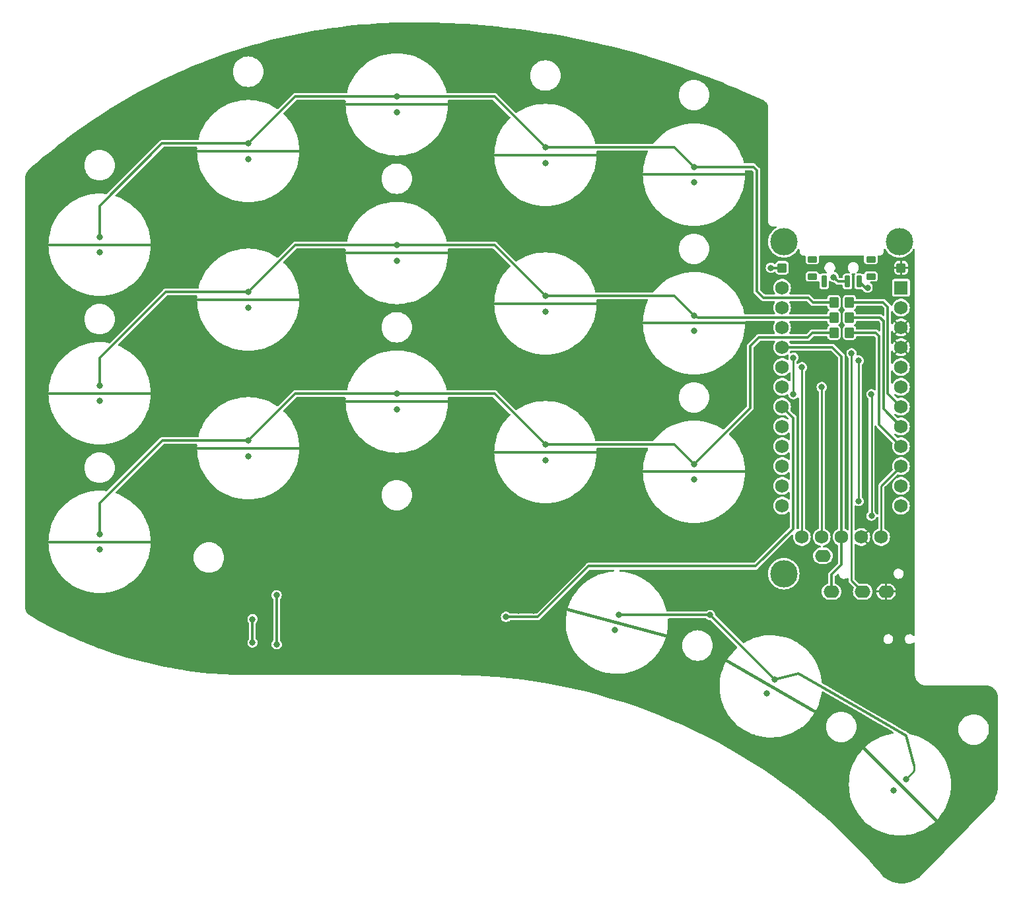
<source format=gbl>
%TF.GenerationSoftware,KiCad,Pcbnew,7.0.7-2.fc38*%
%TF.CreationDate,2023-10-08T12:30:21+05:30*%
%TF.ProjectId,tako_right,74616b6f-5f72-4696-9768-742e6b696361,rev?*%
%TF.SameCoordinates,Original*%
%TF.FileFunction,Copper,L2,Bot*%
%TF.FilePolarity,Positive*%
%FSLAX46Y46*%
G04 Gerber Fmt 4.6, Leading zero omitted, Abs format (unit mm)*
G04 Created by KiCad (PCBNEW 7.0.7-2.fc38) date 2023-10-08 12:30:21*
%MOMM*%
%LPD*%
G01*
G04 APERTURE LIST*
G04 Aperture macros list*
%AMRoundRect*
0 Rectangle with rounded corners*
0 $1 Rounding radius*
0 $2 $3 $4 $5 $6 $7 $8 $9 X,Y pos of 4 corners*
0 Add a 4 corners polygon primitive as box body*
4,1,4,$2,$3,$4,$5,$6,$7,$8,$9,$2,$3,0*
0 Add four circle primitives for the rounded corners*
1,1,$1+$1,$2,$3*
1,1,$1+$1,$4,$5*
1,1,$1+$1,$6,$7*
1,1,$1+$1,$8,$9*
0 Add four rect primitives between the rounded corners*
20,1,$1+$1,$2,$3,$4,$5,0*
20,1,$1+$1,$4,$5,$6,$7,0*
20,1,$1+$1,$6,$7,$8,$9,0*
20,1,$1+$1,$8,$9,$2,$3,0*%
%AMFreePoly0*
4,1,17,0.124698,6.656366,0.180194,6.586777,0.200000,6.500000,0.200000,-6.500000,0.180194,-6.586777,0.124698,-6.656366,0.044504,-6.694986,-0.044504,-6.694986,-0.124698,-6.656366,-0.180194,-6.586777,-0.200000,-6.500000,-0.200000,6.500000,-0.180194,6.586777,-0.124698,6.656366,-0.044504,6.694986,0.044504,6.694986,0.124698,6.656366,0.124698,6.656366,$1*%
G04 Aperture macros list end*
%TA.AperFunction,SMDPad,CuDef*%
%ADD10FreePoly0,90.000000*%
%TD*%
%TA.AperFunction,SMDPad,CuDef*%
%ADD11RoundRect,0.312500X-0.312500X-0.312500X0.312500X-0.312500X0.312500X0.312500X-0.312500X0.312500X0*%
%TD*%
%TA.AperFunction,ComponentPad*%
%ADD12C,3.500000*%
%TD*%
%TA.AperFunction,ComponentPad*%
%ADD13O,2.000000X1.600000*%
%TD*%
%TA.AperFunction,SMDPad,CuDef*%
%ADD14FreePoly0,60.000000*%
%TD*%
%TA.AperFunction,SMDPad,CuDef*%
%ADD15FreePoly0,75.000000*%
%TD*%
%TA.AperFunction,ComponentPad*%
%ADD16C,1.752600*%
%TD*%
%TA.AperFunction,SMDPad,CuDef*%
%ADD17RoundRect,0.312500X0.312500X0.312500X-0.312500X0.312500X-0.312500X-0.312500X0.312500X-0.312500X0*%
%TD*%
%TA.AperFunction,SMDPad,CuDef*%
%ADD18FreePoly0,45.000000*%
%TD*%
%TA.AperFunction,SMDPad,CuDef*%
%ADD19RoundRect,0.120000X-0.480000X-0.280000X0.480000X-0.280000X0.480000X0.280000X-0.480000X0.280000X0*%
%TD*%
%TA.AperFunction,SMDPad,CuDef*%
%ADD20RoundRect,0.105000X-0.245000X-0.645000X0.245000X-0.645000X0.245000X0.645000X-0.245000X0.645000X0*%
%TD*%
%TA.AperFunction,ComponentPad*%
%ADD21R,1.752600X1.752600*%
%TD*%
%TA.AperFunction,SMDPad,CuDef*%
%ADD22RoundRect,0.250000X0.350000X0.450000X-0.350000X0.450000X-0.350000X-0.450000X0.350000X-0.450000X0*%
%TD*%
%TA.AperFunction,SMDPad,CuDef*%
%ADD23RoundRect,0.250000X-0.350000X-0.450000X0.350000X-0.450000X0.350000X0.450000X-0.350000X0.450000X0*%
%TD*%
%TA.AperFunction,ViaPad*%
%ADD24C,0.800000*%
%TD*%
%TA.AperFunction,Conductor*%
%ADD25C,0.350000*%
%TD*%
%TA.AperFunction,Conductor*%
%ADD26C,0.250000*%
%TD*%
G04 APERTURE END LIST*
D10*
%TO.P,SW5,3,SG*%
%TO.N,GND*%
X238839549Y-45859992D03*
%TD*%
%TO.P,SW13,3,SG*%
%TO.N,GND*%
X200739550Y-74959991D03*
%TD*%
%TO.P,SW12,3,SG*%
%TO.N,GND*%
X181689550Y-80960500D03*
%TD*%
%TO.P,SW4,3,SG*%
%TO.N,GND*%
X219789550Y-43360005D03*
%TD*%
%TO.P,SW15,3,SG*%
%TO.N,GND*%
X238839549Y-83959994D03*
%TD*%
%TO.P,SW6,3,SG*%
%TO.N,GND*%
X162639552Y-73910492D03*
%TD*%
D11*
%TO.P,BAT_HOLE+1,1,1*%
%TO.N,BAT+*%
X250116908Y-57819421D03*
%TD*%
D10*
%TO.P,SW3,3,SG*%
%TO.N,GND*%
X200739540Y-36859996D03*
%TD*%
D12*
%TO.P,H17,*%
%TO.N,*%
X250364002Y-97039421D03*
%TD*%
D10*
%TO.P,SW11,3,SG*%
%TO.N,GND*%
X162639550Y-92960494D03*
%TD*%
D12*
%TO.P,H15,*%
%TO.N,*%
X250364001Y-54480531D03*
%TD*%
D10*
%TO.P,SW2,3,SG*%
%TO.N,GND*%
X181689546Y-42860498D03*
%TD*%
D13*
%TO.P,J1,A*%
%TO.N,unconnected-(J1-PadA)*%
X255365975Y-94739423D03*
%TO.P,J1,B*%
%TO.N,GND*%
X263465975Y-99339423D03*
%TO.P,J1,C*%
%TO.N,DATA*%
X260465975Y-99339423D03*
%TO.P,J1,D*%
%TO.N,+3.3V*%
X256465975Y-99339423D03*
%TD*%
D14*
%TO.P,SW17,3,SG*%
%TO.N,GND*%
X248689516Y-111480384D03*
%TD*%
D10*
%TO.P,SW9,3,SG*%
%TO.N,GND*%
X219789550Y-62409994D03*
%TD*%
%TO.P,SW7,3,SG*%
%TO.N,GND*%
X181689551Y-61910495D03*
%TD*%
%TO.P,SW14,3,SG*%
%TO.N,GND*%
X219789545Y-81459993D03*
%TD*%
%TO.P,SW1,3,SG*%
%TO.N,GND*%
X162639540Y-54860494D03*
%TD*%
%TO.P,SW10,3,SG*%
%TO.N,GND*%
X238839548Y-64909997D03*
%TD*%
D15*
%TO.P,SW18,3,SG*%
%TO.N,GND*%
X228942589Y-103300695D03*
%TD*%
D10*
%TO.P,SW8,3,SG*%
%TO.N,GND*%
X200739544Y-55909999D03*
%TD*%
D16*
%TO.P,DISP1,1,MOSI*%
%TO.N,MOSI*%
X252674330Y-92332635D03*
%TO.P,DISP1,2,SCK*%
%TO.N,SCK*%
X255214330Y-92332635D03*
%TO.P,DISP1,3,VCC*%
%TO.N,+3.3V*%
X257754330Y-92332635D03*
%TO.P,DISP1,4,GND*%
%TO.N,GND*%
X260294330Y-92332635D03*
%TO.P,DISP1,5,CS*%
%TO.N,CS*%
X262834330Y-92332635D03*
%TD*%
D12*
%TO.P,H16,*%
%TO.N,*%
X265145326Y-54480079D03*
%TD*%
D17*
%TO.P,BAT_HOLE-1,1,1*%
%TO.N,GND*%
X265390409Y-57819423D03*
%TD*%
D18*
%TO.P,SW16,3,SG*%
%TO.N,GND*%
X265249073Y-124047750D03*
%TD*%
D19*
%TO.P,PSW1,*%
%TO.N,*%
X254004580Y-56712138D03*
X254004580Y-58922138D03*
X261504580Y-56712138D03*
X261504580Y-58922138D03*
D20*
%TO.P,PSW1,1,A*%
%TO.N,unconnected-(PSW1-A-Pad1)*%
X255504580Y-59572138D03*
%TO.P,PSW1,2,B*%
%TO.N,BAT+*%
X258504580Y-59572138D03*
%TO.P,PSW1,3,C*%
%TO.N,RAW*%
X260004580Y-59572138D03*
%TD*%
D21*
%TO.P,U1,1,TX0/D3*%
%TO.N,DATA*%
X265374575Y-60373659D03*
D16*
%TO.P,U1,2,RX1/D2*%
%TO.N,HAND*%
X265374575Y-62913659D03*
%TO.P,U1,3,GND*%
%TO.N,GND*%
X265374575Y-65453659D03*
%TO.P,U1,4,GND*%
X265374575Y-67993659D03*
%TO.P,U1,5,2/D1/SDA*%
%TO.N,MOSI*%
X265374575Y-70533659D03*
%TO.P,U1,6,3/D0/SCL*%
%TO.N,SCK*%
X265374575Y-73073659D03*
%TO.P,U1,7,4/D4*%
%TO.N,ROW0*%
X265374575Y-75613659D03*
%TO.P,U1,8,5/C6*%
%TO.N,ROW1*%
X265374575Y-78153659D03*
%TO.P,U1,9,6/D7*%
%TO.N,ROW2*%
X265374575Y-80693659D03*
%TO.P,U1,10,7/E6*%
%TO.N,CS*%
X265374575Y-83233659D03*
%TO.P,U1,11,8/B4*%
%TO.N,unconnected-(U1-8{slash}B4-Pad11)*%
X265374575Y-85773659D03*
%TO.P,U1,12,9/B5*%
%TO.N,unconnected-(U1-9{slash}B5-Pad12)*%
X265374575Y-88313659D03*
%TO.P,U1,13,B6/10*%
%TO.N,APLEX_EN_PIN_0*%
X250134575Y-88313659D03*
%TO.P,U1,14,B2/16*%
%TO.N,ROW3*%
X250134575Y-85773659D03*
%TO.P,U1,15,B3/14*%
%TO.N,APLEX_OUT_PIN_0*%
X250134575Y-83233659D03*
%TO.P,U1,16,B1/15*%
%TO.N,POWER*%
X250134575Y-80693659D03*
%TO.P,U1,17,F7/A0*%
%TO.N,AMUX_SEL_2*%
X250134575Y-78153659D03*
%TO.P,U1,18,F6/A1*%
%TO.N,ADC*%
X250134575Y-75613659D03*
%TO.P,U1,19,F5/A2*%
%TO.N,AMUX_SEL_1*%
X250134575Y-73073659D03*
%TO.P,U1,20,F4/A3*%
%TO.N,AMUX_SEL_0*%
X250134575Y-70533659D03*
%TO.P,U1,21,VCC*%
%TO.N,+3.3V*%
X250134575Y-67993659D03*
%TO.P,U1,22,RST*%
%TO.N,RESET*%
X250134575Y-65453659D03*
%TO.P,U1,23,GND*%
%TO.N,GND*%
X250134575Y-62913659D03*
%TO.P,U1,24,RAW*%
%TO.N,RAW*%
X250134575Y-60373659D03*
%TD*%
D22*
%TO.P,R3,1*%
%TO.N,ROW2*%
X258772518Y-66142134D03*
%TO.P,R3,2*%
%TO.N,Net-(R3-Pad2)*%
X256772518Y-66142134D03*
%TD*%
%TO.P,R2,1*%
%TO.N,ROW1*%
X258772513Y-64192137D03*
%TO.P,R2,2*%
%TO.N,Net-(R2-Pad2)*%
X256772513Y-64192137D03*
%TD*%
D23*
%TO.P,R1,1*%
%TO.N,Net-(R1-Pad1)*%
X256772514Y-62242136D03*
%TO.P,R1,2*%
%TO.N,ROW0*%
X258772514Y-62242136D03*
%TD*%
D24*
%TO.N,GND*%
X260189969Y-61216057D03*
X194088549Y-95598991D03*
X186201834Y-103439598D03*
X186488552Y-93842492D03*
X234589550Y-91529990D03*
X192676256Y-72950602D03*
X229509548Y-91529992D03*
X180738550Y-103459422D03*
X173456255Y-59900600D03*
X186368548Y-106898991D03*
X232049547Y-91529992D03*
X228676259Y-60450602D03*
X230676257Y-62450599D03*
X239669549Y-91529989D03*
X224429549Y-91529989D03*
X170089736Y-63350052D03*
X218289546Y-103382637D03*
X176488549Y-102398990D03*
X173416257Y-80960603D03*
X212190408Y-95509423D03*
X190676255Y-72950602D03*
X196489547Y-91529992D03*
X204288548Y-99998989D03*
X204148548Y-106898991D03*
X216809551Y-91529992D03*
X190804486Y-93842492D03*
X204109547Y-91529992D03*
X209676255Y-72950599D03*
X216848547Y-106898991D03*
X218289550Y-101782634D03*
X192189550Y-102040490D03*
X168675526Y-61935838D03*
X170916255Y-78960598D03*
X237129549Y-91529992D03*
X228676260Y-62450601D03*
X180738550Y-105459421D03*
X196528547Y-106898990D03*
X197840408Y-104609424D03*
X183738550Y-105459423D03*
X183738550Y-103459423D03*
X168481006Y-80726494D03*
X206688549Y-106898991D03*
X214269547Y-91529991D03*
X211676256Y-74950602D03*
X221889549Y-91529991D03*
X206649547Y-91529992D03*
X192676258Y-74950601D03*
X228676258Y-81450600D03*
X190676258Y-74950603D03*
X211666260Y-55910601D03*
X179926834Y-98339598D03*
X188908550Y-106898990D03*
X230676256Y-81450604D03*
X173456258Y-61900604D03*
X199068548Y-106898989D03*
X255088553Y-65198993D03*
X211768547Y-106898990D03*
X201608547Y-106898991D03*
X199029546Y-91529991D03*
X209666255Y-55910603D03*
X201569548Y-91529992D03*
X260189967Y-67216055D03*
X260189968Y-63198991D03*
X192676257Y-53950600D03*
X194189549Y-102040493D03*
X169895222Y-82140707D03*
X190676256Y-53950602D03*
X216289546Y-101782635D03*
X171456255Y-61900602D03*
X204988550Y-95898989D03*
X198189547Y-102040493D03*
X242209547Y-91529990D03*
X214308551Y-106898991D03*
X219349547Y-91529989D03*
X260189964Y-65098991D03*
X211666254Y-53910601D03*
X230676256Y-79450602D03*
X190676256Y-55950601D03*
X209189550Y-91529990D03*
X216289551Y-103382635D03*
X211676257Y-72950603D03*
X209666259Y-53910603D03*
X204290408Y-103859422D03*
X254988550Y-63198991D03*
X192676257Y-55950604D03*
X167261311Y-63350051D03*
X209676256Y-74950600D03*
X190189549Y-102042491D03*
X252288551Y-63198991D03*
X211729550Y-91529992D03*
X167066791Y-82140706D03*
X168675525Y-64764265D03*
X171456258Y-59900600D03*
X228676258Y-79450602D03*
X197044964Y-95666058D03*
X209228548Y-106898991D03*
X194309547Y-92580492D03*
X173416254Y-78960601D03*
X191448548Y-106898991D03*
X201122515Y-98942493D03*
X182238551Y-93842492D03*
X170916256Y-80960601D03*
X196189550Y-102040491D03*
X226969547Y-91529992D03*
X168481007Y-83554920D03*
X193988550Y-106897008D03*
X230676257Y-60450602D03*
X252288549Y-65198992D03*
%TO.N,MOSI*%
X252674328Y-70565709D03*
%TO.N,SCK*%
X255214329Y-73112048D03*
%TO.N,BAT+*%
X248689966Y-57816058D03*
X256740408Y-59009421D03*
%TO.N,RAW*%
X261090410Y-60359424D03*
%TO.N,Net-(R1-Pad1)*%
X238839548Y-44859994D03*
X219789552Y-42360001D03*
X200739540Y-35859996D03*
X181689543Y-41860498D03*
X162639541Y-53860499D03*
%TO.N,Net-(R2-Pad2)*%
X162639550Y-72910491D03*
X200739548Y-54909996D03*
X238839550Y-63909992D03*
X181689551Y-60910494D03*
X219789553Y-61409991D03*
%TO.N,Net-(R3-Pad2)*%
X238839549Y-82959995D03*
X219789545Y-80459995D03*
X162639550Y-91960494D03*
X200739548Y-73959993D03*
X181689549Y-79960497D03*
%TO.N,COL0*%
X264454422Y-124834003D03*
X162639550Y-74910488D03*
X162639542Y-55860497D03*
X162639550Y-93960492D03*
%TO.N,COL1*%
X248189512Y-112346411D03*
X181689549Y-62910496D03*
X182238551Y-102859423D03*
X181689546Y-43860500D03*
X182243717Y-105864591D03*
X181689553Y-81960496D03*
%TO.N,COL2*%
X228683771Y-104266622D03*
X200739548Y-75959992D03*
X200739547Y-56909996D03*
X185319367Y-99786656D03*
X200739543Y-37859997D03*
X185344765Y-106085857D03*
%TO.N,COL3*%
X219789549Y-44360001D03*
X219789552Y-63409993D03*
X219789543Y-82459992D03*
%TO.N,COL4*%
X238839550Y-84959994D03*
X238839549Y-46859994D03*
X238839549Y-65909998D03*
%TO.N,ADC*%
X214738549Y-102572135D03*
%TO.N,DATA*%
X259031131Y-68780491D03*
%TO.N,RESET*%
X251589553Y-69330491D03*
X251589551Y-74030492D03*
X261579894Y-74030492D03*
X261588548Y-89598990D03*
%TO.N,Net-(R4-Pad2)*%
X229201412Y-102334771D03*
X265989051Y-123344341D03*
X240909925Y-102334773D03*
X249189511Y-110614362D03*
%TO.N,HAND*%
X259939966Y-87716056D03*
X259939966Y-69716056D03*
%TD*%
D25*
%TO.N,+3.3V*%
X257754330Y-95882271D02*
X257754328Y-92332635D01*
X257754332Y-69180423D02*
X257754330Y-92332635D01*
X256465971Y-99339424D02*
X256465972Y-97170627D01*
X250134576Y-67993660D02*
X256567566Y-67993660D01*
X255872516Y-99339423D02*
X256465971Y-99339424D01*
X256465972Y-97170627D02*
X257754330Y-95882271D01*
X256567566Y-67993660D02*
X257754332Y-69180423D01*
D26*
%TO.N,MOSI*%
X252674328Y-70565709D02*
X252674330Y-92332634D01*
%TO.N,SCK*%
X255214329Y-73112048D02*
X255214331Y-92332638D01*
%TO.N,CS*%
X262834333Y-85773907D02*
X265374576Y-83233662D01*
X262834328Y-92332633D02*
X262834333Y-85773907D01*
D25*
%TO.N,BAT+*%
X248689966Y-57816058D02*
X250113541Y-57816056D01*
X257303118Y-59572134D02*
X258504578Y-59572133D01*
X250113541Y-57816056D02*
X250116908Y-57819421D01*
X256740408Y-59009421D02*
X257303118Y-59572134D01*
%TO.N,RAW*%
X261090410Y-60359424D02*
X260791867Y-60359424D01*
X260791867Y-60359424D02*
X260004580Y-59572134D01*
%TO.N,Net-(R1-Pad1)*%
X253466044Y-61642135D02*
X254066042Y-62242135D01*
X219789552Y-42360001D02*
X213289548Y-35859997D01*
X246922514Y-45348609D02*
X246922517Y-60848607D01*
X213289548Y-35859997D02*
X200739540Y-35859996D01*
X247716042Y-61642132D02*
X253466044Y-61642135D01*
X219789552Y-42360001D02*
X236339555Y-42359999D01*
X181689543Y-41860498D02*
X170634351Y-41860498D01*
X162639542Y-49855301D02*
X162639541Y-53860499D01*
X238839548Y-44859994D02*
X246433903Y-44859994D01*
X170634351Y-41860498D02*
X162639542Y-49855301D01*
X181689543Y-41860498D02*
X187690044Y-35859996D01*
X236339555Y-42359999D02*
X238839548Y-44859994D01*
X246922517Y-60848607D02*
X247716042Y-61642132D01*
X246433903Y-44859994D02*
X246922514Y-45348609D01*
X254066042Y-62242135D02*
X256772513Y-62242134D01*
X187690044Y-35859996D02*
X200739540Y-35859996D01*
%TO.N,ROW0*%
X263692713Y-73931797D02*
X265374578Y-75613658D01*
X258772515Y-62242136D02*
X263094703Y-62242133D01*
X263692714Y-62840145D02*
X263692713Y-73931797D01*
X263094703Y-62242133D02*
X263692714Y-62840145D01*
%TO.N,ROW1*%
X263142715Y-64665145D02*
X263142715Y-75921796D01*
X258772515Y-64192136D02*
X262669703Y-64192135D01*
X263142715Y-75921796D02*
X265374576Y-78153660D01*
X262669703Y-64192135D02*
X263142715Y-64665145D01*
%TO.N,Net-(R2-Pad2)*%
X162639552Y-69385478D02*
X171114538Y-60910495D01*
X238839550Y-63909992D02*
X236339546Y-61409991D01*
X171114538Y-60910495D02*
X181689551Y-60910494D01*
X239328799Y-64192135D02*
X256772518Y-64192135D01*
X162639550Y-72910491D02*
X162639552Y-69385478D01*
X236339546Y-61409991D02*
X219789553Y-61409991D01*
X187690047Y-54909997D02*
X200739548Y-54909996D01*
X181689551Y-60910494D02*
X187690047Y-54909997D01*
X200739548Y-54909996D02*
X213289552Y-54909996D01*
X238839550Y-63909992D02*
X238975247Y-64045691D01*
X213289552Y-54909996D02*
X219789553Y-61409991D01*
X238975262Y-64045676D02*
G75*
G03*
X239328799Y-64192135I353538J353476D01*
G01*
%TO.N,ROW2*%
X262119703Y-66142134D02*
X262592714Y-66615146D01*
X262592714Y-66615146D02*
X262592714Y-77911797D01*
X258772516Y-66142134D02*
X262119703Y-66142134D01*
X262592714Y-77911797D02*
X265374578Y-80693659D01*
%TO.N,Net-(R3-Pad2)*%
X213289541Y-73959994D02*
X219789545Y-80459995D01*
X187690053Y-73959991D02*
X200739548Y-73959993D01*
X247188887Y-66717134D02*
X253438885Y-66717136D01*
X162639550Y-91960494D02*
X162639547Y-87987311D01*
X246022513Y-67883509D02*
X247188887Y-66717134D01*
X254013889Y-66142134D02*
X256772518Y-66142134D01*
X238839549Y-82959995D02*
X246022513Y-75777034D01*
X219789545Y-80459995D02*
X236339548Y-80459995D01*
X170666359Y-79960495D02*
X181689549Y-79960497D01*
X253438885Y-66717136D02*
X254013889Y-66142134D01*
X162639547Y-87987311D02*
X170666359Y-79960495D01*
X246022513Y-75777034D02*
X246022513Y-67883509D01*
X236339548Y-80459995D02*
X238839549Y-82959995D01*
X181689549Y-79960497D02*
X187690053Y-73959991D01*
X200739548Y-73959993D02*
X213289541Y-73959994D01*
%TO.N,COL1*%
X182238546Y-105859424D02*
X182238551Y-102859423D01*
%TO.N,COL2*%
X185319368Y-106060457D02*
X185344765Y-106085857D01*
X185319367Y-99786656D02*
X185319368Y-106060457D01*
%TO.N,ADC*%
X218800050Y-102572136D02*
X225291693Y-96080492D01*
X214738549Y-102572135D02*
X218800050Y-102572136D01*
X251559548Y-91256787D02*
X251559549Y-77038634D01*
X251559549Y-77038634D02*
X250134577Y-75613660D01*
X225291693Y-96080492D02*
X246735845Y-96080493D01*
X246735845Y-96080493D02*
X251559548Y-91256787D01*
D26*
%TO.N,DATA*%
X259031132Y-97904583D02*
X260465974Y-99339422D01*
X259031131Y-68780491D02*
X259031133Y-97670626D01*
X259031133Y-97670626D02*
X259031132Y-97904583D01*
%TO.N,RESET*%
X261588548Y-74039143D02*
X261588548Y-89598990D01*
X251589553Y-69330491D02*
X251589551Y-74030492D01*
X261579894Y-74030492D02*
X261588548Y-74039143D01*
D25*
%TO.N,Net-(R4-Pad2)*%
X249189511Y-110614362D02*
X249192628Y-110625992D01*
D26*
X265989051Y-123344341D02*
X267083745Y-122249648D01*
D25*
X266070366Y-117818704D02*
X267083742Y-121600680D01*
X249189511Y-110614362D02*
X240909925Y-102334773D01*
X260945056Y-114859601D02*
X266070366Y-117818704D01*
X252196521Y-109808635D02*
X260945056Y-114859601D01*
X249189511Y-110614362D02*
X252196521Y-109808635D01*
D26*
X267083745Y-122249648D02*
X267083742Y-121600680D01*
D25*
X240909925Y-102334773D02*
X229201412Y-102334771D01*
D26*
%TO.N,HAND*%
X259939966Y-69716056D02*
X259939966Y-87716056D01*
%TD*%
%TA.AperFunction,Conductor*%
%TO.N,GND*%
G36*
X255865562Y-64641637D02*
G01*
X255912055Y-64695293D01*
X255922719Y-64734167D01*
X255924472Y-64750477D01*
X255924472Y-64750478D01*
X255975170Y-64886403D01*
X256060866Y-65000880D01*
X256062109Y-65002541D01*
X256147240Y-65066269D01*
X256189787Y-65123103D01*
X256194853Y-65193919D01*
X256160828Y-65256232D01*
X256147245Y-65268002D01*
X256145830Y-65269062D01*
X256062112Y-65331731D01*
X255975175Y-65447868D01*
X255924480Y-65583784D01*
X255924479Y-65583789D01*
X255924478Y-65583792D01*
X255922724Y-65600103D01*
X255895556Y-65665694D01*
X255837239Y-65706186D01*
X255797447Y-65712634D01*
X254041554Y-65712634D01*
X254034495Y-65712238D01*
X253997649Y-65708086D01*
X253997648Y-65708086D01*
X253997647Y-65708086D01*
X253997646Y-65708086D01*
X253941921Y-65718630D01*
X253885854Y-65727081D01*
X253878126Y-65729465D01*
X253870432Y-65732157D01*
X253820298Y-65758653D01*
X253769208Y-65783256D01*
X253762506Y-65787825D01*
X253755958Y-65792658D01*
X253730772Y-65817845D01*
X253715854Y-65832763D01*
X253696576Y-65850651D01*
X253674301Y-65871319D01*
X253668412Y-65878704D01*
X253667695Y-65878132D01*
X253658478Y-65890137D01*
X253297885Y-66250730D01*
X253235573Y-66284756D01*
X253208790Y-66287635D01*
X251174839Y-66287635D01*
X251106718Y-66267633D01*
X251060225Y-66213977D01*
X251050121Y-66143703D01*
X251074290Y-66085702D01*
X251075660Y-66083887D01*
X251100119Y-66051499D01*
X251193531Y-65863901D01*
X251250883Y-65662333D01*
X251270219Y-65453659D01*
X251250883Y-65244985D01*
X251193531Y-65043417D01*
X251100119Y-64855819D01*
X251100117Y-64855817D01*
X251100116Y-64855814D01*
X251075764Y-64823568D01*
X251050673Y-64757153D01*
X251065472Y-64687716D01*
X251115462Y-64637303D01*
X251176313Y-64621635D01*
X255797441Y-64621635D01*
X255865562Y-64641637D01*
G37*
%TD.AperFunction*%
%TA.AperFunction,Conductor*%
G36*
X253304067Y-62091635D02*
G01*
X253325041Y-62108537D01*
X253432067Y-62215564D01*
X253742779Y-62526277D01*
X253747489Y-62531548D01*
X253770607Y-62560537D01*
X253770608Y-62560537D01*
X253817465Y-62592483D01*
X253863083Y-62626151D01*
X253863085Y-62626151D01*
X253870270Y-62629949D01*
X253877581Y-62633470D01*
X253877584Y-62633472D01*
X253890360Y-62637412D01*
X253931776Y-62650189D01*
X253974570Y-62665162D01*
X253985291Y-62668914D01*
X253985297Y-62668914D01*
X253993275Y-62670424D01*
X254001295Y-62671632D01*
X254001305Y-62671635D01*
X254058012Y-62671634D01*
X254114673Y-62673755D01*
X254114677Y-62673753D01*
X254124062Y-62672697D01*
X254124165Y-62673612D01*
X254139181Y-62671634D01*
X255797442Y-62671634D01*
X255865563Y-62691636D01*
X255912056Y-62745292D01*
X255922720Y-62784166D01*
X255924473Y-62800476D01*
X255924473Y-62800477D01*
X255975171Y-62936402D01*
X256062108Y-63052538D01*
X256062109Y-63052538D01*
X256062110Y-63052540D01*
X256147241Y-63116268D01*
X256189787Y-63173103D01*
X256194853Y-63243919D01*
X256160828Y-63306231D01*
X256147241Y-63318004D01*
X256062109Y-63381732D01*
X255975170Y-63497871D01*
X255924475Y-63633787D01*
X255924473Y-63633796D01*
X255922720Y-63650104D01*
X255895551Y-63715696D01*
X255837233Y-63756187D01*
X255797442Y-63762635D01*
X251162885Y-63762635D01*
X251094764Y-63742633D01*
X251048271Y-63688977D01*
X251038167Y-63618703D01*
X251062335Y-63560703D01*
X251099690Y-63511235D01*
X251193065Y-63323714D01*
X251250388Y-63122244D01*
X251269716Y-62913658D01*
X251250388Y-62705073D01*
X251193065Y-62503603D01*
X251099690Y-62316082D01*
X251067583Y-62273565D01*
X251042493Y-62207150D01*
X251057292Y-62137713D01*
X251107283Y-62087300D01*
X251168132Y-62071633D01*
X253235949Y-62071633D01*
X253304067Y-62091635D01*
G37*
%TD.AperFunction*%
%TA.AperFunction,Conductor*%
G36*
X262507728Y-64641637D02*
G01*
X262528702Y-64658539D01*
X262676309Y-64806145D01*
X262710334Y-64868457D01*
X262713214Y-64895241D01*
X262713214Y-65824049D01*
X262693212Y-65892170D01*
X262639556Y-65938663D01*
X262569282Y-65948767D01*
X262504702Y-65919273D01*
X262498119Y-65913144D01*
X262442960Y-65857986D01*
X262438248Y-65852713D01*
X262415137Y-65823731D01*
X262368278Y-65791784D01*
X262322663Y-65758118D01*
X262315485Y-65754324D01*
X262308159Y-65750796D01*
X262253968Y-65734080D01*
X262200454Y-65715355D01*
X262192475Y-65713844D01*
X262184440Y-65712634D01*
X262127716Y-65712634D01*
X262071070Y-65710514D01*
X262061692Y-65711572D01*
X262061588Y-65710657D01*
X262046576Y-65712634D01*
X259747589Y-65712634D01*
X259679468Y-65692632D01*
X259632975Y-65638976D01*
X259622311Y-65600102D01*
X259620558Y-65583792D01*
X259569860Y-65447867D01*
X259482922Y-65331730D01*
X259397789Y-65268001D01*
X259355243Y-65211166D01*
X259350177Y-65140351D01*
X259384202Y-65078038D01*
X259397784Y-65066269D01*
X259482917Y-65002541D01*
X259569855Y-64886404D01*
X259620553Y-64750479D01*
X259622307Y-64734162D01*
X259649478Y-64668571D01*
X259707797Y-64628082D01*
X259747585Y-64621635D01*
X262439607Y-64621635D01*
X262507728Y-64641637D01*
G37*
%TD.AperFunction*%
%TA.AperFunction,Conductor*%
G36*
X262932728Y-62691635D02*
G01*
X262953702Y-62708538D01*
X263226308Y-62981144D01*
X263260334Y-63043456D01*
X263263213Y-63070239D01*
X263263212Y-63874049D01*
X263243210Y-63942170D01*
X263189554Y-63988663D01*
X263119280Y-63998766D01*
X263054699Y-63969273D01*
X263048117Y-63963144D01*
X262992967Y-63907995D01*
X262988256Y-63902723D01*
X262965140Y-63873737D01*
X262965137Y-63873733D01*
X262918274Y-63841782D01*
X262872661Y-63808118D01*
X262872657Y-63808116D01*
X262872655Y-63808115D01*
X262865491Y-63804327D01*
X262858162Y-63800798D01*
X262803970Y-63784082D01*
X262750450Y-63765355D01*
X262742470Y-63763844D01*
X262734440Y-63762635D01*
X262677715Y-63762635D01*
X262621069Y-63760515D01*
X262611687Y-63761573D01*
X262611584Y-63760659D01*
X262596573Y-63762635D01*
X259747584Y-63762635D01*
X259679463Y-63742633D01*
X259632970Y-63688977D01*
X259622306Y-63650100D01*
X259620553Y-63633797D01*
X259620553Y-63633795D01*
X259569855Y-63497870D01*
X259523489Y-63435932D01*
X259482917Y-63381733D01*
X259479266Y-63379000D01*
X259397785Y-63318004D01*
X259355238Y-63261169D01*
X259350173Y-63190353D01*
X259384198Y-63128041D01*
X259397775Y-63116276D01*
X259482918Y-63052540D01*
X259569856Y-62936403D01*
X259620554Y-62800478D01*
X259622307Y-62784165D01*
X259649475Y-62718574D01*
X259707792Y-62678083D01*
X259747579Y-62671634D01*
X262864607Y-62671633D01*
X262932728Y-62691635D01*
G37*
%TD.AperFunction*%
%TA.AperFunction,Conductor*%
G36*
X203310447Y-26340299D02*
G01*
X204000195Y-26346607D01*
X204692869Y-26353218D01*
X205799764Y-26383584D01*
X206672610Y-26408571D01*
X207743254Y-26457542D01*
X208650941Y-26500868D01*
X209705252Y-26568424D01*
X210627107Y-26630069D01*
X211671712Y-26716203D01*
X212600546Y-26796137D01*
X213638398Y-26900847D01*
X214570444Y-26999000D01*
X215602897Y-27122269D01*
X216536165Y-27238590D01*
X217564072Y-27380420D01*
X218497040Y-27514823D01*
X219520534Y-27675161D01*
X220452289Y-27827584D01*
X221471666Y-28006427D01*
X222401242Y-28176759D01*
X223416474Y-28374068D01*
X224343295Y-28562235D01*
X225354425Y-28778001D01*
X226277682Y-28983857D01*
X227284708Y-29218072D01*
X228203657Y-29441449D01*
X229206536Y-29694109D01*
X230120598Y-29934854D01*
X231119192Y-30205941D01*
X232027516Y-30463797D01*
X232892084Y-30715557D01*
X233022167Y-30753437D01*
X233924079Y-31028169D01*
X234914632Y-31336366D01*
X235809021Y-31627562D01*
X236795924Y-31954528D01*
X237568907Y-32222609D01*
X237681578Y-32261684D01*
X238665436Y-32607725D01*
X239540380Y-32929992D01*
X240522515Y-33295735D01*
X241383377Y-33631600D01*
X242366387Y-34018274D01*
X243206784Y-34364766D01*
X244196581Y-34775157D01*
X244997198Y-35123261D01*
X246012190Y-35566012D01*
X246650709Y-35858244D01*
X247785889Y-36378325D01*
X247790911Y-36380906D01*
X247820607Y-36397896D01*
X247929488Y-36462154D01*
X247944792Y-36472789D01*
X247994008Y-36512703D01*
X248068482Y-36578267D01*
X248073903Y-36583657D01*
X248122057Y-36637722D01*
X248124772Y-36640985D01*
X248181698Y-36714295D01*
X248185119Y-36719157D01*
X248224617Y-36781339D01*
X248227564Y-36786502D01*
X248269724Y-36869180D01*
X248271524Y-36873024D01*
X248299997Y-36939592D01*
X248302572Y-36946790D01*
X248330269Y-37042082D01*
X248345482Y-37103593D01*
X248348607Y-37121973D01*
X248360346Y-37246029D01*
X248363296Y-37282519D01*
X248363501Y-37287598D01*
X248363502Y-51894226D01*
X248356000Y-51919775D01*
X248362932Y-51972409D01*
X248363472Y-51980640D01*
X248363475Y-52036919D01*
X248364722Y-52042380D01*
X248363220Y-52066901D01*
X248374971Y-52095267D01*
X248381403Y-52115445D01*
X248388579Y-52146880D01*
X248388580Y-52146882D01*
X248398126Y-52166703D01*
X248402524Y-52193411D01*
X248417337Y-52212714D01*
X248430896Y-52234745D01*
X248437519Y-52248497D01*
X248459775Y-52276403D01*
X248470934Y-52303735D01*
X248486141Y-52315403D01*
X248502785Y-52331738D01*
X248502846Y-52331678D01*
X248512853Y-52341685D01*
X248512792Y-52341745D01*
X248529122Y-52358381D01*
X248536229Y-52367643D01*
X248541219Y-52368330D01*
X248568122Y-52384743D01*
X248596031Y-52406998D01*
X248609787Y-52413622D01*
X248631819Y-52427179D01*
X248643515Y-52436153D01*
X248645627Y-52435928D01*
X248677824Y-52446384D01*
X248697651Y-52455932D01*
X248729090Y-52463107D01*
X248749263Y-52469537D01*
X248767203Y-52476967D01*
X248802137Y-52479778D01*
X248807612Y-52481028D01*
X248863658Y-52481027D01*
X248871903Y-52481568D01*
X248911576Y-52486799D01*
X248948966Y-52481016D01*
X249349661Y-52480970D01*
X249417783Y-52500964D01*
X249464282Y-52554615D01*
X249474394Y-52624887D01*
X249444908Y-52689472D01*
X249410060Y-52717557D01*
X249277516Y-52789931D01*
X249047985Y-52961757D01*
X249047976Y-52961765D01*
X248845235Y-53164506D01*
X248845227Y-53164515D01*
X248673403Y-53394044D01*
X248535985Y-53645705D01*
X248435782Y-53914363D01*
X248435782Y-53914364D01*
X248374836Y-54194528D01*
X248354381Y-54480530D01*
X248354381Y-54480531D01*
X248355412Y-54494943D01*
X248374836Y-54766533D01*
X248435782Y-55046697D01*
X248435782Y-55046698D01*
X248535985Y-55315356D01*
X248578912Y-55393970D01*
X248673154Y-55566562D01*
X248673403Y-55567017D01*
X248845227Y-55796546D01*
X248845230Y-55796549D01*
X248845232Y-55796552D01*
X249047980Y-55999300D01*
X249047983Y-55999302D01*
X249047985Y-55999304D01*
X249193173Y-56107991D01*
X249277518Y-56171131D01*
X249529175Y-56308546D01*
X249797826Y-56408747D01*
X249797829Y-56408747D01*
X249797833Y-56408749D01*
X249951629Y-56442205D01*
X250078002Y-56469696D01*
X250364001Y-56490151D01*
X250650000Y-56469696D01*
X250930167Y-56408749D01*
X250930168Y-56408749D01*
X250930169Y-56408748D01*
X250930176Y-56408747D01*
X251198827Y-56308546D01*
X251450484Y-56171131D01*
X251680022Y-55999300D01*
X251882770Y-55796552D01*
X252054601Y-55567014D01*
X252126985Y-55434451D01*
X252177185Y-55384252D01*
X252246559Y-55369160D01*
X252313079Y-55393970D01*
X252355626Y-55450806D01*
X252363571Y-55494821D01*
X252363593Y-55649798D01*
X252356623Y-55673545D01*
X252363065Y-55722528D01*
X252363603Y-55730734D01*
X252363605Y-55742428D01*
X252363678Y-55743173D01*
X252363672Y-55786810D01*
X252365342Y-55794129D01*
X252363865Y-55818169D01*
X252375297Y-55845777D01*
X252381726Y-55865957D01*
X252388755Y-55896768D01*
X252398791Y-55917615D01*
X252403142Y-55944057D01*
X252417726Y-55963067D01*
X252431282Y-55985101D01*
X252437676Y-55998381D01*
X252437675Y-55998381D01*
X252438051Y-55998852D01*
X252460437Y-56026929D01*
X252471528Y-56054100D01*
X252486561Y-56065637D01*
X252502882Y-56081657D01*
X252502982Y-56081558D01*
X252512990Y-56091567D01*
X252512889Y-56091667D01*
X252528910Y-56107991D01*
X252535848Y-56117035D01*
X252540712Y-56117705D01*
X252567615Y-56134121D01*
X252595390Y-56156273D01*
X252596158Y-56156885D01*
X252596159Y-56156886D01*
X252609433Y-56163279D01*
X252631471Y-56176842D01*
X252642789Y-56185528D01*
X252644722Y-56185322D01*
X252676921Y-56195782D01*
X252697769Y-56205823D01*
X252728581Y-56212855D01*
X252748764Y-56219289D01*
X252766155Y-56226493D01*
X252800416Y-56229251D01*
X252807721Y-56230919D01*
X252807722Y-56230919D01*
X252863814Y-56230919D01*
X252872009Y-56231454D01*
X252911270Y-56236598D01*
X252925531Y-56234391D01*
X252929962Y-56232329D01*
X252947265Y-56231027D01*
X252947964Y-56230919D01*
X252948703Y-56230919D01*
X252948785Y-56230912D01*
X253028527Y-56230907D01*
X253096646Y-56250905D01*
X253143142Y-56304558D01*
X253153251Y-56374831D01*
X253153216Y-56375071D01*
X253150080Y-56396591D01*
X253150080Y-56396596D01*
X253150080Y-56396598D01*
X253150080Y-57027678D01*
X253160686Y-57100474D01*
X253215580Y-57212760D01*
X253215581Y-57212761D01*
X253215582Y-57212763D01*
X253303954Y-57301135D01*
X253303955Y-57301135D01*
X253303958Y-57301138D01*
X253416244Y-57356032D01*
X253489040Y-57366638D01*
X253489046Y-57366638D01*
X254520114Y-57366638D01*
X254520120Y-57366638D01*
X254592916Y-57356032D01*
X254705202Y-57301138D01*
X254793580Y-57212760D01*
X254848474Y-57100474D01*
X254859080Y-57027678D01*
X254859080Y-56396598D01*
X254855926Y-56374955D01*
X254865898Y-56304662D01*
X254912290Y-56250919D01*
X254980371Y-56230788D01*
X260528594Y-56230446D01*
X260596713Y-56250444D01*
X260643209Y-56304097D01*
X260653318Y-56374370D01*
X260653283Y-56374609D01*
X260650824Y-56391491D01*
X260650080Y-56396598D01*
X260650080Y-57027678D01*
X260660686Y-57100474D01*
X260715580Y-57212760D01*
X260715581Y-57212761D01*
X260715582Y-57212763D01*
X260803954Y-57301135D01*
X260803955Y-57301135D01*
X260803958Y-57301138D01*
X260916244Y-57356032D01*
X260989040Y-57366638D01*
X260989046Y-57366638D01*
X262020114Y-57366638D01*
X262020120Y-57366638D01*
X262092916Y-57356032D01*
X262205202Y-57301138D01*
X262293580Y-57212760D01*
X262348474Y-57100474D01*
X262359080Y-57027678D01*
X262359080Y-56396598D01*
X262355859Y-56374491D01*
X262365831Y-56304200D01*
X262412223Y-56250457D01*
X262480305Y-56230327D01*
X262558002Y-56230322D01*
X262583770Y-56237887D01*
X262636726Y-56230901D01*
X262644956Y-56230359D01*
X262644956Y-56230360D01*
X262701347Y-56230345D01*
X262706549Y-56229156D01*
X262731130Y-56230655D01*
X262759587Y-56218862D01*
X262779756Y-56212429D01*
X262811296Y-56205223D01*
X262830976Y-56195741D01*
X262857709Y-56191334D01*
X262877047Y-56176494D01*
X262899076Y-56162934D01*
X262912898Y-56156275D01*
X262912898Y-56156274D01*
X262912902Y-56156273D01*
X262940712Y-56134091D01*
X262968062Y-56122921D01*
X262979749Y-56107691D01*
X262996122Y-56091009D01*
X262996067Y-56090954D01*
X263006069Y-56080950D01*
X263006124Y-56081005D01*
X263022813Y-56064623D01*
X263032106Y-56057490D01*
X263032794Y-56052495D01*
X263049212Y-56025583D01*
X263070169Y-55999304D01*
X263071392Y-55997771D01*
X263078055Y-55983938D01*
X263091611Y-55961910D01*
X263100621Y-55950168D01*
X263100394Y-55948039D01*
X263110856Y-55915840D01*
X263120335Y-55896162D01*
X263127541Y-55864613D01*
X263133970Y-55844451D01*
X263141433Y-55826438D01*
X263144257Y-55791427D01*
X263145449Y-55786211D01*
X263145460Y-55730174D01*
X263146004Y-55721921D01*
X263151258Y-55682171D01*
X263145471Y-55644678D01*
X263145492Y-55493885D01*
X263165504Y-55425770D01*
X263219166Y-55379285D01*
X263289441Y-55369191D01*
X263354018Y-55398693D01*
X263382079Y-55433520D01*
X263454726Y-55566563D01*
X263626552Y-55796094D01*
X263626555Y-55796097D01*
X263626557Y-55796100D01*
X263829305Y-55998848D01*
X263829308Y-55998850D01*
X263829310Y-55998852D01*
X263938980Y-56080950D01*
X264058843Y-56170679D01*
X264310500Y-56308094D01*
X264579151Y-56408295D01*
X264579154Y-56408295D01*
X264579158Y-56408297D01*
X264735032Y-56442205D01*
X264859327Y-56469244D01*
X265145326Y-56489699D01*
X265431325Y-56469244D01*
X265711492Y-56408297D01*
X265711493Y-56408297D01*
X265711494Y-56408296D01*
X265711501Y-56408295D01*
X265980152Y-56308094D01*
X266231809Y-56170679D01*
X266461347Y-55998848D01*
X266664095Y-55796100D01*
X266835926Y-55566562D01*
X266908162Y-55434270D01*
X266958364Y-55384069D01*
X267027739Y-55368977D01*
X267094259Y-55393788D01*
X267136806Y-55450623D01*
X267144750Y-55494657D01*
X267144639Y-69410519D01*
X267144447Y-93700181D01*
X267144442Y-94275715D01*
X267144446Y-94275766D01*
X267143839Y-104884489D01*
X267123833Y-104952609D01*
X267070175Y-104999099D01*
X266999900Y-105009198D01*
X266935321Y-104979702D01*
X266931607Y-104976351D01*
X266861553Y-104910565D01*
X266861552Y-104910564D01*
X266723062Y-104834429D01*
X266723059Y-104834428D01*
X266569997Y-104795128D01*
X266569991Y-104795127D01*
X266569990Y-104795127D01*
X266451621Y-104795127D01*
X266451618Y-104795127D01*
X266451606Y-104795128D01*
X266334182Y-104809962D01*
X266187238Y-104868141D01*
X266187235Y-104868142D01*
X266059385Y-104961031D01*
X266059384Y-104961032D01*
X265958646Y-105082804D01*
X265891357Y-105225799D01*
X265891355Y-105225805D01*
X265861744Y-105381032D01*
X265861744Y-105381039D01*
X265871666Y-105538761D01*
X265871666Y-105538763D01*
X265920504Y-105689068D01*
X265920506Y-105689072D01*
X265977871Y-105779464D01*
X266005185Y-105822504D01*
X266120389Y-105930689D01*
X266258879Y-106006824D01*
X266258882Y-106006825D01*
X266354170Y-106031291D01*
X266411952Y-106046127D01*
X266411955Y-106046127D01*
X266530317Y-106046127D01*
X266530321Y-106046127D01*
X266647763Y-106031291D01*
X266794703Y-105973113D01*
X266801496Y-105968178D01*
X266856690Y-105928077D01*
X266922558Y-105880221D01*
X266922561Y-105880217D01*
X266928336Y-105874795D01*
X266929785Y-105876338D01*
X266979506Y-105842742D01*
X267050484Y-105841108D01*
X267111078Y-105878106D01*
X267142050Y-105941991D01*
X267143778Y-105962796D01*
X267143558Y-109799687D01*
X267141495Y-109806710D01*
X267143366Y-109830741D01*
X267143556Y-109835632D01*
X267143556Y-109851783D01*
X267143590Y-109852142D01*
X267143518Y-109947545D01*
X267143518Y-109947553D01*
X267158147Y-110050408D01*
X267157499Y-110054862D01*
X267160025Y-110065499D01*
X267161102Y-110071181D01*
X267162999Y-110084519D01*
X267163437Y-110088503D01*
X267168380Y-110151986D01*
X267176183Y-110169093D01*
X267207492Y-110276933D01*
X267207475Y-110282430D01*
X267211757Y-110292891D01*
X267213955Y-110299193D01*
X267222057Y-110327096D01*
X267222852Y-110330111D01*
X267232830Y-110372140D01*
X267242382Y-110386951D01*
X267289292Y-110490920D01*
X267290237Y-110497713D01*
X267296623Y-110508272D01*
X267300143Y-110514970D01*
X267322905Y-110565418D01*
X267323007Y-110565607D01*
X267325863Y-110571647D01*
X267329393Y-110580271D01*
X267340110Y-110592551D01*
X267401631Y-110689569D01*
X267403902Y-110697481D01*
X267412330Y-110707501D01*
X267417328Y-110714323D01*
X267438525Y-110747750D01*
X267441946Y-110751760D01*
X267453906Y-110768332D01*
X267455970Y-110771744D01*
X267467237Y-110781398D01*
X267542022Y-110869040D01*
X267545911Y-110877731D01*
X267552543Y-110883501D01*
X267565681Y-110896766D01*
X267578665Y-110911982D01*
X267593660Y-110925217D01*
X267606705Y-110938574D01*
X267609818Y-110942275D01*
X267620984Y-110949331D01*
X267707366Y-111025571D01*
X267713079Y-111034640D01*
X267720203Y-111039113D01*
X267736581Y-111051355D01*
X267740534Y-111054844D01*
X267773627Y-111076612D01*
X267780357Y-111081717D01*
X267787636Y-111088050D01*
X267798090Y-111092703D01*
X267894060Y-111155829D01*
X267901701Y-111164839D01*
X267914735Y-111170430D01*
X267920744Y-111173395D01*
X267920892Y-111173478D01*
X267920908Y-111173489D01*
X267970976Y-111197093D01*
X267977612Y-111200723D01*
X267985625Y-111205754D01*
X267994838Y-111208342D01*
X268097998Y-111256977D01*
X268107572Y-111265478D01*
X268154468Y-111277444D01*
X268157465Y-111278288D01*
X268161916Y-111279661D01*
X268185297Y-111286874D01*
X268191563Y-111289177D01*
X268199817Y-111292718D01*
X268207448Y-111293709D01*
X268314713Y-111326802D01*
X268326167Y-111334386D01*
X268395121Y-111340902D01*
X268399093Y-111341404D01*
X268412385Y-111343522D01*
X268418033Y-111344690D01*
X268426796Y-111346926D01*
X268433124Y-111346826D01*
X268535701Y-111363167D01*
X268631746Y-111364696D01*
X268633485Y-111364887D01*
X268643545Y-111364887D01*
X268643630Y-111364887D01*
X268647539Y-111364949D01*
X268652466Y-111365221D01*
X268673418Y-111367200D01*
X268685829Y-111365915D01*
X268687815Y-111365593D01*
X268688789Y-111365608D01*
X268695742Y-111364888D01*
X276241367Y-111365096D01*
X276241376Y-111365099D01*
X276291810Y-111365099D01*
X276296284Y-111365258D01*
X276363754Y-111370082D01*
X276514386Y-111381933D01*
X276522803Y-111383173D01*
X276618793Y-111404052D01*
X276737637Y-111432582D01*
X276744928Y-111434808D01*
X276842595Y-111471234D01*
X276901963Y-111495823D01*
X276950766Y-111516038D01*
X276956854Y-111518950D01*
X277049246Y-111569397D01*
X277051955Y-111570965D01*
X277149061Y-111630470D01*
X277153889Y-111633746D01*
X277178346Y-111652053D01*
X277238917Y-111697394D01*
X277242056Y-111699905D01*
X277328068Y-111773364D01*
X277331669Y-111776693D01*
X277363114Y-111808137D01*
X277406965Y-111851987D01*
X277410319Y-111855616D01*
X277483768Y-111941612D01*
X277486279Y-111944750D01*
X277507466Y-111973051D01*
X277549921Y-112029763D01*
X277553205Y-112034602D01*
X277612703Y-112131692D01*
X277614281Y-112134418D01*
X277664729Y-112226804D01*
X277667642Y-112232892D01*
X277712457Y-112341083D01*
X277748874Y-112438718D01*
X277751108Y-112446034D01*
X277779649Y-112564913D01*
X277800510Y-112660812D01*
X277801757Y-112669282D01*
X277813935Y-112824368D01*
X277818396Y-112886744D01*
X277818557Y-112891240D01*
X277818557Y-124212986D01*
X277818475Y-124216186D01*
X277816788Y-124249139D01*
X277815709Y-124270209D01*
X277795950Y-124598442D01*
X277795440Y-124603501D01*
X277774664Y-124750058D01*
X277734419Y-124987760D01*
X277733637Y-124991636D01*
X277696797Y-125148633D01*
X277696091Y-125151368D01*
X277633664Y-125372353D01*
X277632835Y-125375052D01*
X277582083Y-125528130D01*
X277580721Y-125531843D01*
X277490651Y-125755459D01*
X277431668Y-125891236D01*
X277429456Y-125895812D01*
X277274867Y-126185295D01*
X277256274Y-126219375D01*
X277235667Y-126247208D01*
X267801735Y-135876029D01*
X267795599Y-135881523D01*
X267687576Y-135966219D01*
X267516161Y-136099640D01*
X267511239Y-136103106D01*
X267366887Y-136194791D01*
X267205717Y-136294770D01*
X267200854Y-136297496D01*
X267043101Y-136376989D01*
X266876938Y-136457064D01*
X266872232Y-136459101D01*
X266705147Y-136523462D01*
X266533299Y-136584815D01*
X266528833Y-136586224D01*
X266354872Y-136634106D01*
X266178400Y-136676684D01*
X266174251Y-136677539D01*
X265995558Y-136708122D01*
X265815936Y-136731712D01*
X265812165Y-136732092D01*
X265632207Y-136744787D01*
X265629312Y-136744924D01*
X265449710Y-136749310D01*
X265446365Y-136749303D01*
X265265953Y-136744130D01*
X265262614Y-136743946D01*
X265083533Y-136729274D01*
X265080651Y-136728971D01*
X264901747Y-136705992D01*
X264898003Y-136705396D01*
X264720019Y-136671552D01*
X264543381Y-136630783D01*
X264539287Y-136629692D01*
X264365537Y-136577071D01*
X264194588Y-136519294D01*
X264190211Y-136517631D01*
X264022202Y-136446552D01*
X263859038Y-136372704D01*
X263854456Y-136370401D01*
X263693179Y-136280952D01*
X263540219Y-136192539D01*
X263535520Y-136189538D01*
X263380362Y-136080500D01*
X263241497Y-135980696D01*
X263236778Y-135976949D01*
X263174725Y-135922656D01*
X263068978Y-135830131D01*
X263006184Y-135774804D01*
X262974240Y-135746658D01*
X262961377Y-135733539D01*
X262432860Y-135109346D01*
X261824451Y-134423102D01*
X261802104Y-134397324D01*
X261800651Y-134396257D01*
X261335642Y-133871759D01*
X260676518Y-133161557D01*
X260672489Y-133157123D01*
X260672239Y-133156947D01*
X260210539Y-132659468D01*
X259058135Y-131473099D01*
X257879024Y-130313268D01*
X256673821Y-129180575D01*
X255443148Y-128075608D01*
X254187643Y-126998940D01*
X252907957Y-125951127D01*
X251604753Y-124932713D01*
X250278707Y-123944225D01*
X248930504Y-122986176D01*
X247560844Y-122059063D01*
X246170437Y-121163365D01*
X244760002Y-120299546D01*
X243330272Y-119468055D01*
X241881985Y-118669322D01*
X240415894Y-117903760D01*
X238932758Y-117171768D01*
X237433344Y-116473723D01*
X235918430Y-115809988D01*
X234388801Y-115180906D01*
X232845250Y-114586803D01*
X231288577Y-114027988D01*
X229719587Y-113504750D01*
X228139094Y-113017359D01*
X226547916Y-112566069D01*
X224946879Y-112151114D01*
X223336812Y-111772707D01*
X221718549Y-111431046D01*
X220092928Y-111126308D01*
X218460793Y-110858649D01*
X216822988Y-110628210D01*
X215180362Y-110435109D01*
X213533766Y-110279447D01*
X211884054Y-110161303D01*
X211206150Y-110128242D01*
X211205939Y-110128168D01*
X211199854Y-110127935D01*
X210232080Y-110080740D01*
X209531210Y-110062537D01*
X209529937Y-110062127D01*
X209495934Y-110061621D01*
X208578701Y-110037799D01*
X207761796Y-110035183D01*
X207761398Y-110035151D01*
X207751834Y-110035151D01*
X207751737Y-110035151D01*
X207751237Y-110035149D01*
X207716083Y-110035008D01*
X207715576Y-110035151D01*
X181689855Y-110035489D01*
X180904576Y-110025483D01*
X180269950Y-110016991D01*
X179510073Y-109987938D01*
X178831920Y-109960713D01*
X178081409Y-109912849D01*
X177395886Y-109866937D01*
X176650509Y-109800302D01*
X175962755Y-109735725D01*
X175221268Y-109650350D01*
X174533620Y-109567178D01*
X173795719Y-109463110D01*
X173109337Y-109361399D01*
X172375138Y-109238706D01*
X171690964Y-109118542D01*
X170960578Y-108977274D01*
X170279494Y-108838781D01*
X169553182Y-108679009D01*
X168875783Y-108522290D01*
X168153960Y-108344115D01*
X167480874Y-108169304D01*
X166763894Y-107972822D01*
X166095684Y-107780061D01*
X165383893Y-107565365D01*
X164721225Y-107354851D01*
X164014973Y-107122043D01*
X163358388Y-106893956D01*
X162658017Y-106643135D01*
X162490382Y-106579828D01*
X162008205Y-106397735D01*
X161314017Y-106128989D01*
X160671697Y-105866584D01*
X159983796Y-105579917D01*
X159349831Y-105300915D01*
X158668409Y-104996353D01*
X158043813Y-104701290D01*
X157368604Y-104378627D01*
X156755432Y-104068638D01*
X156085378Y-103727210D01*
X155488277Y-103405013D01*
X154952780Y-103114736D01*
X154819533Y-103042506D01*
X154791118Y-103026178D01*
X154500939Y-102859426D01*
X181579244Y-102859426D01*
X181598400Y-103017202D01*
X181654763Y-103165815D01*
X181654766Y-103165821D01*
X181745052Y-103296623D01*
X181745055Y-103296626D01*
X181766603Y-103315716D01*
X181804328Y-103375860D01*
X181809049Y-103410028D01*
X181809046Y-105318565D01*
X181789044Y-105386686D01*
X181766603Y-105412874D01*
X181750219Y-105427389D01*
X181750217Y-105427391D01*
X181659932Y-105558192D01*
X181659929Y-105558198D01*
X181603566Y-105706811D01*
X181584410Y-105864587D01*
X181584410Y-105864594D01*
X181603566Y-106022370D01*
X181642148Y-106124099D01*
X181659930Y-106170986D01*
X181750219Y-106301792D01*
X181869188Y-106407190D01*
X181869189Y-106407190D01*
X181869191Y-106407192D01*
X181943917Y-106446411D01*
X182009924Y-106481054D01*
X182164246Y-106519091D01*
X182164247Y-106519091D01*
X182323187Y-106519091D01*
X182323188Y-106519091D01*
X182477510Y-106481054D01*
X182618246Y-106407190D01*
X182737215Y-106301792D01*
X182827504Y-106170986D01*
X182883866Y-106022373D01*
X182883866Y-106022372D01*
X182883867Y-106022370D01*
X182903024Y-105864594D01*
X182903024Y-105864587D01*
X182883867Y-105706811D01*
X182870255Y-105670921D01*
X182827504Y-105558196D01*
X182737215Y-105427390D01*
X182720830Y-105412874D01*
X182710492Y-105403715D01*
X182672767Y-105343571D01*
X182668046Y-105309403D01*
X182668046Y-105145595D01*
X182668049Y-103410025D01*
X182688051Y-103341908D01*
X182710489Y-103315724D01*
X182732049Y-103296624D01*
X182822338Y-103165818D01*
X182878700Y-103017205D01*
X182878700Y-103017204D01*
X182878701Y-103017202D01*
X182897858Y-102859426D01*
X182897858Y-102859419D01*
X182878701Y-102701643D01*
X182845905Y-102615169D01*
X182822338Y-102553028D01*
X182732049Y-102422222D01*
X182613080Y-102316824D01*
X182613079Y-102316823D01*
X182613076Y-102316821D01*
X182472348Y-102242962D01*
X182472346Y-102242961D01*
X182472344Y-102242960D01*
X182472342Y-102242959D01*
X182472341Y-102242959D01*
X182318023Y-102204923D01*
X182318022Y-102204923D01*
X182159080Y-102204923D01*
X182159078Y-102204923D01*
X182004760Y-102242959D01*
X182004753Y-102242962D01*
X181864025Y-102316821D01*
X181864020Y-102316825D01*
X181745052Y-102422223D01*
X181654766Y-102553024D01*
X181654763Y-102553030D01*
X181598400Y-102701643D01*
X181579244Y-102859419D01*
X181579244Y-102859426D01*
X154500939Y-102859426D01*
X154459416Y-102835565D01*
X154269624Y-102726501D01*
X153591782Y-102336405D01*
X153585653Y-102332386D01*
X153565044Y-102317089D01*
X153449795Y-102228475D01*
X153435513Y-102215648D01*
X153392808Y-102170963D01*
X153390686Y-102168626D01*
X153319320Y-102085911D01*
X153314790Y-102079983D01*
X153273970Y-102019438D01*
X153271197Y-102014924D01*
X153220378Y-101923737D01*
X153217996Y-101919001D01*
X153187980Y-101852444D01*
X153185315Y-101845457D01*
X153174243Y-101810288D01*
X153152513Y-101741265D01*
X153151633Y-101738199D01*
X153136089Y-101678360D01*
X153132698Y-101659504D01*
X153118146Y-101517011D01*
X153115667Y-101487783D01*
X153115442Y-101482494D01*
X153115442Y-99786659D01*
X184660060Y-99786659D01*
X184679216Y-99944435D01*
X184708469Y-100021567D01*
X184735580Y-100093051D01*
X184825869Y-100223857D01*
X184847421Y-100242950D01*
X184885145Y-100303091D01*
X184889867Y-100337261D01*
X184889866Y-105557751D01*
X184869864Y-105625872D01*
X184855702Y-105642402D01*
X184856321Y-105642950D01*
X184851268Y-105648652D01*
X184760980Y-105779458D01*
X184760977Y-105779464D01*
X184704614Y-105928077D01*
X184685458Y-106085853D01*
X184685458Y-106085860D01*
X184704614Y-106243636D01*
X184753212Y-106371776D01*
X184760978Y-106392252D01*
X184851267Y-106523058D01*
X184970236Y-106628456D01*
X184970237Y-106628456D01*
X184970239Y-106628458D01*
X184998204Y-106643135D01*
X185110972Y-106702320D01*
X185265294Y-106740357D01*
X185265295Y-106740357D01*
X185424235Y-106740357D01*
X185424236Y-106740357D01*
X185578558Y-106702320D01*
X185719294Y-106628456D01*
X185838263Y-106523058D01*
X185928552Y-106392252D01*
X185984914Y-106243639D01*
X185984914Y-106243638D01*
X185984915Y-106243636D01*
X186004072Y-106085860D01*
X186004072Y-106085853D01*
X185984915Y-105928077D01*
X185965963Y-105878106D01*
X185928552Y-105779462D01*
X185838263Y-105648656D01*
X185791312Y-105607061D01*
X185753588Y-105546917D01*
X185748867Y-105512750D01*
X185748867Y-100337261D01*
X185768869Y-100269140D01*
X185791309Y-100242953D01*
X185812865Y-100223857D01*
X185903154Y-100093051D01*
X185959516Y-99944438D01*
X185959516Y-99944437D01*
X185959517Y-99944435D01*
X185978674Y-99786659D01*
X185978674Y-99786652D01*
X185959517Y-99628876D01*
X185943278Y-99586059D01*
X185903154Y-99480261D01*
X185812865Y-99349455D01*
X185693896Y-99244057D01*
X185693895Y-99244056D01*
X185693892Y-99244054D01*
X185553164Y-99170195D01*
X185553162Y-99170194D01*
X185553160Y-99170193D01*
X185553158Y-99170192D01*
X185553157Y-99170192D01*
X185398839Y-99132156D01*
X185398838Y-99132156D01*
X185239896Y-99132156D01*
X185239894Y-99132156D01*
X185085576Y-99170192D01*
X185085569Y-99170195D01*
X184944841Y-99244054D01*
X184944836Y-99244058D01*
X184825868Y-99349456D01*
X184735582Y-99480257D01*
X184735579Y-99480263D01*
X184679216Y-99628876D01*
X184660060Y-99786652D01*
X184660060Y-99786659D01*
X153115442Y-99786659D01*
X153115441Y-86245959D01*
X153115441Y-86220899D01*
X153115440Y-86220893D01*
X153115440Y-83435488D01*
X160684068Y-83435488D01*
X160703971Y-83713778D01*
X160763278Y-83986409D01*
X160763279Y-83986411D01*
X160820535Y-84139922D01*
X160860781Y-84247824D01*
X160860782Y-84247828D01*
X160994492Y-84492698D01*
X161161696Y-84716057D01*
X161161704Y-84716066D01*
X161358971Y-84913333D01*
X161358980Y-84913341D01*
X161358982Y-84913343D01*
X161582337Y-85080544D01*
X161827213Y-85214257D01*
X162088627Y-85311759D01*
X162361256Y-85371066D01*
X162569893Y-85385988D01*
X162569899Y-85385988D01*
X162709201Y-85385988D01*
X162709207Y-85385988D01*
X162917844Y-85371066D01*
X163190473Y-85311759D01*
X163451887Y-85214257D01*
X163696763Y-85080544D01*
X163920118Y-84913343D01*
X164117405Y-84716056D01*
X164284606Y-84492701D01*
X164418319Y-84247825D01*
X164515821Y-83986411D01*
X164575128Y-83713782D01*
X164595032Y-83435488D01*
X164575128Y-83157194D01*
X164515821Y-82884565D01*
X164418319Y-82623151D01*
X164284606Y-82378275D01*
X164117405Y-82154920D01*
X164117403Y-82154918D01*
X164117395Y-82154909D01*
X163920128Y-81957642D01*
X163920119Y-81957634D01*
X163887719Y-81933380D01*
X163696763Y-81790432D01*
X163696761Y-81790431D01*
X163696760Y-81790430D01*
X163451890Y-81656720D01*
X163451887Y-81656719D01*
X163295819Y-81598509D01*
X163190471Y-81559216D01*
X162917840Y-81499909D01*
X162787529Y-81490589D01*
X162709207Y-81484988D01*
X162569893Y-81484988D01*
X162496182Y-81490259D01*
X162361259Y-81499909D01*
X162088628Y-81559216D01*
X161827213Y-81656719D01*
X161827209Y-81656720D01*
X161582339Y-81790430D01*
X161358980Y-81957634D01*
X161358971Y-81957642D01*
X161161704Y-82154909D01*
X161161696Y-82154918D01*
X160994492Y-82378277D01*
X160860782Y-82623147D01*
X160860781Y-82623151D01*
X160763278Y-82884566D01*
X160703971Y-83157197D01*
X160684068Y-83435488D01*
X153115440Y-83435488D01*
X153115440Y-64385491D01*
X160684059Y-64385491D01*
X160703962Y-64663782D01*
X160763269Y-64936413D01*
X160769602Y-64953393D01*
X160856969Y-65187634D01*
X160860772Y-65197828D01*
X160860773Y-65197832D01*
X160990274Y-65434994D01*
X160994485Y-65442705D01*
X161158829Y-65662244D01*
X161161687Y-65666061D01*
X161161695Y-65666070D01*
X161358962Y-65863337D01*
X161358971Y-65863345D01*
X161358973Y-65863347D01*
X161582328Y-66030548D01*
X161582330Y-66030549D01*
X161816303Y-66158309D01*
X161827204Y-66164261D01*
X162088618Y-66261763D01*
X162361247Y-66321070D01*
X162569884Y-66335992D01*
X162569890Y-66335992D01*
X162709192Y-66335992D01*
X162709198Y-66335992D01*
X162917835Y-66321070D01*
X163190464Y-66261763D01*
X163451878Y-66164261D01*
X163696754Y-66030548D01*
X163920109Y-65863347D01*
X164117396Y-65666060D01*
X164284597Y-65442705D01*
X164418310Y-65197829D01*
X164515812Y-64936415D01*
X164575119Y-64663786D01*
X164595023Y-64385492D01*
X164575119Y-64107198D01*
X164515812Y-63834569D01*
X164418310Y-63573155D01*
X164410429Y-63558723D01*
X164313785Y-63381732D01*
X164284597Y-63328279D01*
X164117396Y-63104924D01*
X164117394Y-63104922D01*
X164117386Y-63104913D01*
X163920119Y-62907646D01*
X163920110Y-62907638D01*
X163877901Y-62876041D01*
X163696754Y-62740436D01*
X163696752Y-62740435D01*
X163696751Y-62740434D01*
X163451881Y-62606724D01*
X163451878Y-62606723D01*
X163266050Y-62537413D01*
X163190462Y-62509220D01*
X162917831Y-62449913D01*
X162787520Y-62440593D01*
X162709198Y-62434992D01*
X162569884Y-62434992D01*
X162496173Y-62440263D01*
X162361250Y-62449913D01*
X162088619Y-62509220D01*
X161827204Y-62606723D01*
X161827200Y-62606724D01*
X161582330Y-62740434D01*
X161358971Y-62907638D01*
X161358962Y-62907646D01*
X161161695Y-63104913D01*
X161161687Y-63104922D01*
X160994483Y-63328281D01*
X160860773Y-63573151D01*
X160860772Y-63573155D01*
X160763269Y-63834570D01*
X160703962Y-64107201D01*
X160684059Y-64385491D01*
X153115440Y-64385491D01*
X153115440Y-60165959D01*
X153115440Y-59190459D01*
X153115442Y-54860494D01*
X156081284Y-54860494D01*
X156101500Y-55375040D01*
X156101500Y-55375041D01*
X156104642Y-55401589D01*
X156162029Y-55886431D01*
X156262489Y-56391488D01*
X156402268Y-56887108D01*
X156579177Y-57366638D01*
X156580501Y-57370227D01*
X156580501Y-57370228D01*
X156626401Y-57469794D01*
X156796090Y-57837880D01*
X157047708Y-58287173D01*
X157047711Y-58287177D01*
X157047710Y-58287176D01*
X157333798Y-58715341D01*
X157652601Y-59119740D01*
X157663238Y-59131247D01*
X158002153Y-59497881D01*
X158380294Y-59847431D01*
X158380295Y-59847431D01*
X158380295Y-59847432D01*
X158784693Y-60166236D01*
X159212858Y-60452324D01*
X159212861Y-60452326D01*
X159594083Y-60665822D01*
X159662154Y-60703944D01*
X160129806Y-60919533D01*
X160129807Y-60919533D01*
X160612926Y-61097766D01*
X161108546Y-61237545D01*
X161541841Y-61323732D01*
X161613602Y-61338006D01*
X162124993Y-61398534D01*
X162124994Y-61398534D01*
X162639540Y-61418750D01*
X163154086Y-61398534D01*
X163154087Y-61398534D01*
X163665477Y-61338005D01*
X164170534Y-61237545D01*
X164666154Y-61097766D01*
X165149273Y-60919533D01*
X165149274Y-60919533D01*
X165616926Y-60703944D01*
X165684997Y-60665822D01*
X166066219Y-60452326D01*
X166066222Y-60452324D01*
X166494387Y-60166236D01*
X166898786Y-59847433D01*
X167276927Y-59497881D01*
X167366704Y-59400761D01*
X167626477Y-59119740D01*
X167626478Y-59119739D01*
X167945282Y-58715341D01*
X168231370Y-58287176D01*
X168231369Y-58287177D01*
X168231372Y-58287173D01*
X168482990Y-57837880D01*
X168652679Y-57469794D01*
X168698579Y-57370228D01*
X168698579Y-57370227D01*
X168699903Y-57366638D01*
X168876812Y-56887108D01*
X169016591Y-56391488D01*
X169117052Y-55886432D01*
X169177579Y-55375049D01*
X169177578Y-55375049D01*
X169177580Y-55375041D01*
X169177580Y-55375040D01*
X169197796Y-54860494D01*
X169177580Y-54345948D01*
X169177580Y-54345947D01*
X169117051Y-53834557D01*
X169030667Y-53400266D01*
X169016591Y-53329500D01*
X168876812Y-52833880D01*
X168698578Y-52350758D01*
X168482990Y-51883108D01*
X168231372Y-51433815D01*
X168231370Y-51433812D01*
X167945282Y-51005647D01*
X167626479Y-50601248D01*
X167276927Y-50223107D01*
X167164561Y-50119237D01*
X166898786Y-49873557D01*
X166898785Y-49873556D01*
X166494387Y-49554752D01*
X166066222Y-49268664D01*
X166066223Y-49268665D01*
X166066219Y-49268662D01*
X165616926Y-49017044D01*
X165405413Y-48919536D01*
X165149274Y-48801455D01*
X165149273Y-48801455D01*
X164714119Y-48640917D01*
X164657133Y-48598575D01*
X164632085Y-48532143D01*
X164646929Y-48462716D01*
X164668632Y-48433614D01*
X170775351Y-42326902D01*
X170837664Y-42292877D01*
X170864447Y-42289998D01*
X175022657Y-42289998D01*
X175090778Y-42310000D01*
X175137271Y-42363656D01*
X175148560Y-42420945D01*
X175131290Y-42860498D01*
X175151506Y-43375044D01*
X175151506Y-43375045D01*
X175151507Y-43375053D01*
X175212035Y-43886435D01*
X175312495Y-44391492D01*
X175452274Y-44887112D01*
X175630132Y-45369215D01*
X175630507Y-45370231D01*
X175630507Y-45370232D01*
X175711141Y-45545142D01*
X175846096Y-45837884D01*
X176097714Y-46287177D01*
X176097717Y-46287181D01*
X176097716Y-46287180D01*
X176383804Y-46715345D01*
X176702607Y-47119744D01*
X176953342Y-47390986D01*
X177052159Y-47497885D01*
X177430300Y-47847435D01*
X177430301Y-47847435D01*
X177430301Y-47847436D01*
X177834699Y-48166240D01*
X178262864Y-48452328D01*
X178262867Y-48452330D01*
X178599613Y-48640918D01*
X178712160Y-48703948D01*
X179179812Y-48919537D01*
X179179813Y-48919537D01*
X179662932Y-49097770D01*
X180158552Y-49237549D01*
X180663607Y-49338009D01*
X180663608Y-49338010D01*
X181174999Y-49398538D01*
X181175000Y-49398538D01*
X181689546Y-49418754D01*
X182204092Y-49398538D01*
X182204093Y-49398538D01*
X182715483Y-49338009D01*
X182715482Y-49338008D01*
X183220540Y-49237549D01*
X183716160Y-49097770D01*
X184199279Y-48919537D01*
X184199280Y-48919537D01*
X184666932Y-48703948D01*
X184779479Y-48640918D01*
X185116225Y-48452330D01*
X185116228Y-48452328D01*
X185544393Y-48166240D01*
X185948792Y-47847437D01*
X186326933Y-47497885D01*
X186326933Y-47497884D01*
X186676483Y-47119744D01*
X186676484Y-47119743D01*
X186995288Y-46715345D01*
X187216017Y-46384998D01*
X198784060Y-46384998D01*
X198803963Y-46663288D01*
X198863270Y-46935919D01*
X198960773Y-47197334D01*
X198960774Y-47197338D01*
X199094484Y-47442208D01*
X199094486Y-47442211D01*
X199227015Y-47619250D01*
X199261688Y-47665567D01*
X199261696Y-47665576D01*
X199458963Y-47862843D01*
X199458972Y-47862851D01*
X199458974Y-47862853D01*
X199682329Y-48030054D01*
X199927205Y-48163767D01*
X200188619Y-48261269D01*
X200461248Y-48320576D01*
X200669885Y-48335498D01*
X200669891Y-48335498D01*
X200809193Y-48335498D01*
X200809199Y-48335498D01*
X201017836Y-48320576D01*
X201290465Y-48261269D01*
X201551879Y-48163767D01*
X201796755Y-48030054D01*
X202020110Y-47862853D01*
X202217397Y-47665566D01*
X202384598Y-47442211D01*
X202518311Y-47197335D01*
X202615813Y-46935921D01*
X202675120Y-46663292D01*
X202695024Y-46384998D01*
X202675120Y-46106704D01*
X202615813Y-45834075D01*
X202518311Y-45572661D01*
X202503284Y-45545142D01*
X202405611Y-45366267D01*
X202384598Y-45327785D01*
X202217397Y-45104430D01*
X202217395Y-45104428D01*
X202217387Y-45104419D01*
X202020120Y-44907152D01*
X202020111Y-44907144D01*
X201993351Y-44887112D01*
X201796755Y-44739942D01*
X201796753Y-44739941D01*
X201796752Y-44739940D01*
X201551882Y-44606230D01*
X201551879Y-44606229D01*
X201378580Y-44541592D01*
X201290463Y-44508726D01*
X201017832Y-44449419D01*
X200887521Y-44440099D01*
X200809199Y-44434498D01*
X200669885Y-44434498D01*
X200596174Y-44439769D01*
X200461251Y-44449419D01*
X200188620Y-44508726D01*
X199927205Y-44606229D01*
X199927201Y-44606230D01*
X199682331Y-44739940D01*
X199458972Y-44907144D01*
X199458963Y-44907152D01*
X199261696Y-45104419D01*
X199261688Y-45104428D01*
X199094484Y-45327787D01*
X198960774Y-45572657D01*
X198960773Y-45572661D01*
X198863270Y-45834076D01*
X198803963Y-46106707D01*
X198784060Y-46384998D01*
X187216017Y-46384998D01*
X187281376Y-46287180D01*
X187281375Y-46287181D01*
X187281378Y-46287177D01*
X187532996Y-45837884D01*
X187667951Y-45545142D01*
X187748585Y-45370232D01*
X187748585Y-45370231D01*
X187748960Y-45369215D01*
X187926818Y-44887112D01*
X188066597Y-44391492D01*
X188167058Y-43886436D01*
X188227585Y-43375053D01*
X188227584Y-43375053D01*
X188227586Y-43375045D01*
X188227586Y-43375044D01*
X188247802Y-42860498D01*
X188227586Y-42345952D01*
X188227586Y-42345951D01*
X188167057Y-41834561D01*
X188110677Y-41551114D01*
X188066597Y-41329504D01*
X187926818Y-40833884D01*
X187748584Y-40350762D01*
X187532996Y-39883112D01*
X187281378Y-39433819D01*
X187281376Y-39433816D01*
X186995288Y-39005651D01*
X186676485Y-38601252D01*
X186326933Y-38223111D01*
X186219151Y-38123477D01*
X186182706Y-38062549D01*
X186184987Y-37991589D01*
X186215581Y-37941862D01*
X187831046Y-36326398D01*
X187893356Y-36292375D01*
X187920139Y-36289496D01*
X194072651Y-36289496D01*
X194140772Y-36309498D01*
X194187265Y-36363154D01*
X194198554Y-36420443D01*
X194181284Y-36859996D01*
X194201500Y-37374542D01*
X194201500Y-37374543D01*
X194215410Y-37492066D01*
X194262029Y-37885933D01*
X194362489Y-38390990D01*
X194502268Y-38886610D01*
X194680502Y-39369732D01*
X194896090Y-39837382D01*
X195147708Y-40286675D01*
X195147711Y-40286679D01*
X195147710Y-40286678D01*
X195433798Y-40714843D01*
X195752600Y-41119241D01*
X195752602Y-41119243D01*
X196102153Y-41497383D01*
X196480294Y-41846933D01*
X196480295Y-41846933D01*
X196480295Y-41846934D01*
X196884693Y-42165738D01*
X197312858Y-42451826D01*
X197312861Y-42451828D01*
X197722987Y-42681511D01*
X197762154Y-42703446D01*
X198229806Y-42919035D01*
X198229807Y-42919035D01*
X198712926Y-43097268D01*
X199208546Y-43237047D01*
X199713597Y-43337507D01*
X199713602Y-43337508D01*
X200224993Y-43398036D01*
X200224994Y-43398036D01*
X200739540Y-43418252D01*
X201254086Y-43398036D01*
X201254087Y-43398036D01*
X201765477Y-43337507D01*
X202270534Y-43237047D01*
X202766154Y-43097268D01*
X203249273Y-42919035D01*
X203249274Y-42919035D01*
X203716926Y-42703446D01*
X203756093Y-42681511D01*
X204166219Y-42451828D01*
X204166222Y-42451826D01*
X204594387Y-42165738D01*
X204998786Y-41846935D01*
X205376927Y-41497383D01*
X205420246Y-41450521D01*
X205726477Y-41119242D01*
X205726478Y-41119241D01*
X206045282Y-40714843D01*
X206331370Y-40286678D01*
X206331369Y-40286679D01*
X206331372Y-40286675D01*
X206582990Y-39837382D01*
X206798578Y-39369732D01*
X206976812Y-38886610D01*
X207116591Y-38390990D01*
X207217052Y-37885934D01*
X207257721Y-37542329D01*
X207277580Y-37374543D01*
X207277580Y-37374542D01*
X207297796Y-36859996D01*
X207280526Y-36420443D01*
X207297838Y-36351589D01*
X207349627Y-36303026D01*
X207406429Y-36289496D01*
X213059453Y-36289496D01*
X213127574Y-36309498D01*
X213148548Y-36326401D01*
X215263510Y-38441364D01*
X215297536Y-38503676D01*
X215292471Y-38574492D01*
X215259945Y-38622983D01*
X215152163Y-38722617D01*
X215152163Y-38722618D01*
X214802613Y-39100759D01*
X214802612Y-39100760D01*
X214483808Y-39505158D01*
X214197720Y-39933323D01*
X214197718Y-39933326D01*
X213963941Y-40350762D01*
X213946100Y-40382619D01*
X213738066Y-40833884D01*
X213730512Y-40850269D01*
X213552278Y-41333391D01*
X213412499Y-41829011D01*
X213343848Y-42174145D01*
X213312038Y-42334067D01*
X213251510Y-42845458D01*
X213251510Y-42845459D01*
X213231294Y-43360005D01*
X213251510Y-43874551D01*
X213251510Y-43874552D01*
X213252917Y-43886436D01*
X213312039Y-44385942D01*
X213412499Y-44890999D01*
X213552278Y-45386619D01*
X213730512Y-45869741D01*
X213946100Y-46337391D01*
X214197718Y-46786684D01*
X214197721Y-46786688D01*
X214197720Y-46786687D01*
X214483808Y-47214852D01*
X214663044Y-47442211D01*
X214802612Y-47619252D01*
X215152163Y-47997392D01*
X215530304Y-48346942D01*
X215530305Y-48346942D01*
X215530305Y-48346943D01*
X215934703Y-48665747D01*
X216362868Y-48951835D01*
X216362871Y-48951837D01*
X216623457Y-49097773D01*
X216812164Y-49203455D01*
X217279816Y-49419044D01*
X217279817Y-49419044D01*
X217762936Y-49597277D01*
X218258556Y-49737056D01*
X218763612Y-49837516D01*
X218763612Y-49837517D01*
X219275003Y-49898045D01*
X219275004Y-49898045D01*
X219789550Y-49918261D01*
X220304096Y-49898045D01*
X220304097Y-49898045D01*
X220815487Y-49837516D01*
X220815486Y-49837515D01*
X221320544Y-49737056D01*
X221816164Y-49597277D01*
X222299283Y-49419044D01*
X222299284Y-49419044D01*
X222766936Y-49203455D01*
X222955643Y-49097773D01*
X223216229Y-48951837D01*
X223216232Y-48951835D01*
X223644397Y-48665747D01*
X224048796Y-48346944D01*
X224426937Y-47997392D01*
X224426936Y-47997392D01*
X224776487Y-47619251D01*
X224776488Y-47619250D01*
X225095292Y-47214852D01*
X225381380Y-46786687D01*
X225381379Y-46786688D01*
X225381382Y-46786684D01*
X225633000Y-46337391D01*
X225848588Y-45869741D01*
X226026822Y-45386619D01*
X226166601Y-44890999D01*
X226267062Y-44385943D01*
X226326183Y-43886436D01*
X226327590Y-43874552D01*
X226327590Y-43874551D01*
X226347806Y-43360005D01*
X226342975Y-43237046D01*
X226330535Y-42920443D01*
X226347847Y-42851592D01*
X226399636Y-42803029D01*
X226456433Y-42789499D01*
X232842190Y-42789499D01*
X232910311Y-42809501D01*
X232956804Y-42863157D01*
X232966908Y-42933431D01*
X232956616Y-42968250D01*
X232786388Y-43337507D01*
X232780511Y-43350256D01*
X232602277Y-43833378D01*
X232462498Y-44328998D01*
X232395453Y-44666058D01*
X232362037Y-44834054D01*
X232301509Y-45345445D01*
X232301509Y-45345446D01*
X232281293Y-45859992D01*
X232301509Y-46374538D01*
X232301509Y-46374539D01*
X232301510Y-46374547D01*
X232362038Y-46885929D01*
X232462498Y-47390986D01*
X232602277Y-47886606D01*
X232780511Y-48369728D01*
X232996099Y-48837378D01*
X233247717Y-49286671D01*
X233247720Y-49286675D01*
X233247719Y-49286674D01*
X233533807Y-49714839D01*
X233852609Y-50119237D01*
X233852611Y-50119239D01*
X234202162Y-50497379D01*
X234580303Y-50846929D01*
X234580304Y-50846929D01*
X234580304Y-50846930D01*
X234984702Y-51165734D01*
X235412867Y-51451822D01*
X235412870Y-51451824D01*
X235862163Y-51703441D01*
X235862163Y-51703442D01*
X236329815Y-51919031D01*
X236329816Y-51919031D01*
X236812935Y-52097264D01*
X237308555Y-52237043D01*
X237784623Y-52331738D01*
X237813611Y-52337504D01*
X238325002Y-52398032D01*
X238325003Y-52398032D01*
X238839549Y-52418248D01*
X239354095Y-52398032D01*
X239354096Y-52398032D01*
X239865486Y-52337503D01*
X239894771Y-52331678D01*
X240370543Y-52237043D01*
X240866163Y-52097264D01*
X241349282Y-51919031D01*
X241349283Y-51919031D01*
X241816935Y-51703442D01*
X242266228Y-51451824D01*
X242266231Y-51451822D01*
X242694396Y-51165734D01*
X243098795Y-50846931D01*
X243476936Y-50497379D01*
X243642596Y-50318169D01*
X243826486Y-50119238D01*
X243826487Y-50119237D01*
X244145291Y-49714839D01*
X244431379Y-49286674D01*
X244431378Y-49286675D01*
X244431381Y-49286671D01*
X244682999Y-48837378D01*
X244898587Y-48369728D01*
X245076821Y-47886606D01*
X245216600Y-47390986D01*
X245317061Y-46885930D01*
X245377588Y-46374547D01*
X245377587Y-46374547D01*
X245377589Y-46374539D01*
X245377589Y-46374538D01*
X245397805Y-45859992D01*
X245380535Y-45420441D01*
X245397847Y-45351587D01*
X245449636Y-45303024D01*
X245506438Y-45289494D01*
X246203806Y-45289494D01*
X246271927Y-45309496D01*
X246292901Y-45326399D01*
X246456109Y-45489607D01*
X246490135Y-45551919D01*
X246493014Y-45578702D01*
X246493015Y-60820945D01*
X246492619Y-60828002D01*
X246488468Y-60864845D01*
X246488469Y-60864850D01*
X246499014Y-60920579D01*
X246507462Y-60976631D01*
X246509861Y-60984411D01*
X246512540Y-60992065D01*
X246539034Y-61042194D01*
X246563637Y-61093285D01*
X246568188Y-61099958D01*
X246573037Y-61106530D01*
X246573039Y-61106533D01*
X246573041Y-61106535D01*
X246573044Y-61106539D01*
X246605243Y-61138737D01*
X246613133Y-61146627D01*
X246651704Y-61188196D01*
X246651705Y-61188197D01*
X246659089Y-61194085D01*
X246658514Y-61194805D01*
X246670527Y-61204021D01*
X247392784Y-61926279D01*
X247397495Y-61931551D01*
X247420605Y-61960531D01*
X247420606Y-61960531D01*
X247420608Y-61960534D01*
X247467465Y-61992480D01*
X247513083Y-62026148D01*
X247513085Y-62026148D01*
X247520270Y-62029946D01*
X247527581Y-62033467D01*
X247527584Y-62033469D01*
X247540360Y-62037409D01*
X247581776Y-62050186D01*
X247624570Y-62065159D01*
X247635291Y-62068911D01*
X247635297Y-62068911D01*
X247643293Y-62070424D01*
X247651304Y-62071632D01*
X247708014Y-62071632D01*
X247764674Y-62073752D01*
X247764674Y-62073751D01*
X247764676Y-62073752D01*
X247774056Y-62072695D01*
X247774158Y-62073608D01*
X247789174Y-62071632D01*
X249101018Y-62071632D01*
X249169138Y-62091634D01*
X249215631Y-62145290D01*
X249225735Y-62215564D01*
X249201568Y-62273563D01*
X249169458Y-62316082D01*
X249076084Y-62503603D01*
X249018761Y-62705073D01*
X248999433Y-62913658D01*
X249018761Y-63122244D01*
X249076084Y-63323714D01*
X249169459Y-63511235D01*
X249206815Y-63560703D01*
X249231905Y-63627119D01*
X249217105Y-63696555D01*
X249167114Y-63746968D01*
X249106265Y-63762635D01*
X245396313Y-63762635D01*
X245328192Y-63742633D01*
X245281699Y-63688977D01*
X245272734Y-63661216D01*
X245229617Y-63444452D01*
X245216599Y-63379003D01*
X245076820Y-62883383D01*
X244898586Y-62400261D01*
X244682998Y-61932611D01*
X244431380Y-61483318D01*
X244431378Y-61483315D01*
X244145290Y-61055150D01*
X243826487Y-60650751D01*
X243476935Y-60272610D01*
X243476934Y-60272610D01*
X243098794Y-59923060D01*
X243098793Y-59923059D01*
X242694395Y-59604255D01*
X242266230Y-59318167D01*
X242266231Y-59318168D01*
X242266227Y-59318165D01*
X241816934Y-59066547D01*
X241693017Y-59009421D01*
X241349282Y-58850958D01*
X241349281Y-58850958D01*
X240866162Y-58672725D01*
X240370542Y-58532946D01*
X239865486Y-58432485D01*
X239531529Y-58392958D01*
X239354095Y-58371957D01*
X239354094Y-58371957D01*
X238839548Y-58351741D01*
X238325002Y-58371957D01*
X238325001Y-58371957D01*
X237921357Y-58419733D01*
X237813611Y-58432486D01*
X237308554Y-58532946D01*
X236812934Y-58672725D01*
X236329815Y-58850958D01*
X236329814Y-58850958D01*
X235986079Y-59009421D01*
X235862162Y-59066547D01*
X235412869Y-59318165D01*
X235412865Y-59318168D01*
X235412866Y-59318167D01*
X234984701Y-59604255D01*
X234580302Y-59923058D01*
X234494152Y-60002695D01*
X234202161Y-60272610D01*
X233852611Y-60650751D01*
X233852610Y-60650752D01*
X233840732Y-60665819D01*
X233640721Y-60919532D01*
X233630500Y-60932497D01*
X233572619Y-60973610D01*
X233531550Y-60980491D01*
X226290194Y-60980491D01*
X226222073Y-60960489D01*
X226175580Y-60906833D01*
X226166617Y-60879082D01*
X226166601Y-60879000D01*
X226026822Y-60383380D01*
X225848588Y-59900258D01*
X225829467Y-59858782D01*
X225633000Y-59432608D01*
X225613650Y-59398056D01*
X225381382Y-58983315D01*
X225381380Y-58983312D01*
X225095292Y-58555147D01*
X224776489Y-58150748D01*
X224426937Y-57772607D01*
X224426937Y-57772606D01*
X224048796Y-57423057D01*
X224033857Y-57411280D01*
X223644397Y-57104252D01*
X223216232Y-56818164D01*
X223216233Y-56818165D01*
X223216229Y-56818162D01*
X222766936Y-56566544D01*
X222299286Y-56350956D01*
X222299284Y-56350955D01*
X222299283Y-56350955D01*
X221816164Y-56172722D01*
X221320544Y-56032943D01*
X220815488Y-55932482D01*
X220513738Y-55896767D01*
X220304097Y-55871954D01*
X220304096Y-55871954D01*
X219789550Y-55851738D01*
X219275004Y-55871954D01*
X219275003Y-55871954D01*
X219070461Y-55896164D01*
X218763613Y-55932483D01*
X218258556Y-56032943D01*
X217762936Y-56172722D01*
X217279817Y-56350955D01*
X217279816Y-56350955D01*
X217279813Y-56350956D01*
X217279814Y-56350956D01*
X216812164Y-56566544D01*
X216362871Y-56818162D01*
X216362867Y-56818165D01*
X216114502Y-56984114D01*
X216046749Y-57005328D01*
X215978282Y-56986544D01*
X215955406Y-56968443D01*
X215591716Y-56604753D01*
X214371957Y-55384995D01*
X236884067Y-55384995D01*
X236903970Y-55663285D01*
X236963277Y-55935916D01*
X236986751Y-55998852D01*
X237060202Y-56195783D01*
X237060780Y-56197331D01*
X237060781Y-56197335D01*
X237184853Y-56424554D01*
X237194493Y-56442208D01*
X237316172Y-56604753D01*
X237361695Y-56665564D01*
X237361703Y-56665573D01*
X237558970Y-56862840D01*
X237558979Y-56862848D01*
X237558981Y-56862850D01*
X237782336Y-57030051D01*
X237782338Y-57030052D01*
X237959878Y-57126997D01*
X238027212Y-57163764D01*
X238288626Y-57261266D01*
X238561255Y-57320573D01*
X238769892Y-57335495D01*
X238769898Y-57335495D01*
X238909200Y-57335495D01*
X238909206Y-57335495D01*
X239117843Y-57320573D01*
X239390472Y-57261266D01*
X239651886Y-57163764D01*
X239896762Y-57030051D01*
X240120117Y-56862850D01*
X240317404Y-56665563D01*
X240484605Y-56442208D01*
X240618318Y-56197332D01*
X240715820Y-55935918D01*
X240775127Y-55663289D01*
X240795031Y-55384995D01*
X240775127Y-55106701D01*
X240715820Y-54834072D01*
X240618318Y-54572658D01*
X240611213Y-54559647D01*
X240497841Y-54352022D01*
X240484605Y-54327782D01*
X240317404Y-54104427D01*
X240317402Y-54104425D01*
X240317394Y-54104416D01*
X240120127Y-53907149D01*
X240120118Y-53907141D01*
X240088398Y-53883396D01*
X239896762Y-53739939D01*
X239896760Y-53739938D01*
X239896759Y-53739937D01*
X239651889Y-53606227D01*
X239651886Y-53606226D01*
X239496383Y-53548226D01*
X239390470Y-53508723D01*
X239117839Y-53449416D01*
X238987528Y-53440096D01*
X238909206Y-53434495D01*
X238769892Y-53434495D01*
X238696181Y-53439766D01*
X238561258Y-53449416D01*
X238288627Y-53508723D01*
X238027212Y-53606226D01*
X238027208Y-53606227D01*
X237782338Y-53739937D01*
X237558979Y-53907141D01*
X237558970Y-53907149D01*
X237361703Y-54104416D01*
X237361695Y-54104425D01*
X237194491Y-54327784D01*
X237060781Y-54572654D01*
X237060780Y-54572658D01*
X236963277Y-54834073D01*
X236903970Y-55106704D01*
X236884067Y-55384995D01*
X214371957Y-55384995D01*
X213612803Y-54625842D01*
X213608100Y-54620579D01*
X213606548Y-54618633D01*
X213584986Y-54591594D01*
X213584985Y-54591593D01*
X213584986Y-54591593D01*
X213538127Y-54559646D01*
X213492512Y-54525980D01*
X213485334Y-54522186D01*
X213478008Y-54518658D01*
X213423817Y-54501942D01*
X213370303Y-54483217D01*
X213362324Y-54481706D01*
X213354289Y-54480496D01*
X213297565Y-54480496D01*
X213240919Y-54478376D01*
X213231537Y-54479434D01*
X213231434Y-54478520D01*
X213216423Y-54480496D01*
X207240188Y-54480496D01*
X207172067Y-54460494D01*
X207125574Y-54406838D01*
X207116611Y-54379087D01*
X207116595Y-54379005D01*
X206976816Y-53883385D01*
X206798582Y-53400263D01*
X206795508Y-53393596D01*
X206582994Y-52932613D01*
X206582993Y-52932612D01*
X206331376Y-52483320D01*
X206331374Y-52483317D01*
X206045286Y-52055152D01*
X205726483Y-51650753D01*
X205376931Y-51272612D01*
X205261311Y-51165734D01*
X204998790Y-50923062D01*
X204998789Y-50923061D01*
X204594391Y-50604257D01*
X204166226Y-50318169D01*
X204166227Y-50318170D01*
X204166223Y-50318167D01*
X203716930Y-50066549D01*
X203249280Y-49850961D01*
X203249278Y-49850960D01*
X203249277Y-49850960D01*
X202766158Y-49672727D01*
X202270538Y-49532948D01*
X201765482Y-49432487D01*
X201649454Y-49418754D01*
X201254091Y-49371959D01*
X201254090Y-49371959D01*
X200739544Y-49351743D01*
X200224998Y-49371959D01*
X200224997Y-49371959D01*
X199827191Y-49419044D01*
X199713607Y-49432488D01*
X199208550Y-49532948D01*
X198712930Y-49672727D01*
X198229811Y-49850960D01*
X198229810Y-49850960D01*
X198229807Y-49850961D01*
X198229808Y-49850961D01*
X197762158Y-50066549D01*
X197312865Y-50318167D01*
X197312861Y-50318170D01*
X197312862Y-50318169D01*
X196884697Y-50604257D01*
X196576867Y-50846931D01*
X196480297Y-50923061D01*
X196102157Y-51272612D01*
X195752607Y-51650753D01*
X195752606Y-51650754D01*
X195433802Y-52055152D01*
X195147714Y-52483317D01*
X195147712Y-52483320D01*
X194896094Y-52932612D01*
X194896094Y-52932613D01*
X194683580Y-53393596D01*
X194680506Y-53400263D01*
X194502272Y-53883385D01*
X194362493Y-54379005D01*
X194362479Y-54379074D01*
X194329574Y-54441984D01*
X194267880Y-54477118D01*
X194238900Y-54480496D01*
X187717709Y-54480496D01*
X187710656Y-54480100D01*
X187701063Y-54479019D01*
X187673805Y-54475948D01*
X187673803Y-54475949D01*
X187618074Y-54486494D01*
X187562019Y-54494943D01*
X187554260Y-54497335D01*
X187546590Y-54500019D01*
X187496449Y-54526519D01*
X187445368Y-54551118D01*
X187438664Y-54555688D01*
X187432115Y-54560522D01*
X187392013Y-54600625D01*
X187350459Y-54639182D01*
X187344574Y-54646562D01*
X187343858Y-54645991D01*
X187334637Y-54658000D01*
X185523693Y-56468944D01*
X185461381Y-56502970D01*
X185390566Y-56497905D01*
X185364597Y-56484615D01*
X185342267Y-56469695D01*
X185116230Y-56318663D01*
X184666937Y-56067045D01*
X184592966Y-56032944D01*
X184199285Y-55851456D01*
X184199284Y-55851456D01*
X183716165Y-55673223D01*
X183220545Y-55533444D01*
X182715489Y-55432983D01*
X182398328Y-55395444D01*
X182204098Y-55372455D01*
X182204097Y-55372455D01*
X181689551Y-55352239D01*
X181175005Y-55372455D01*
X181175004Y-55372455D01*
X180953328Y-55398693D01*
X180663614Y-55432984D01*
X180158557Y-55533444D01*
X179662937Y-55673223D01*
X179179818Y-55851456D01*
X179179817Y-55851456D01*
X178786136Y-56032944D01*
X178712165Y-56067045D01*
X178262872Y-56318663D01*
X178262868Y-56318666D01*
X178262869Y-56318665D01*
X177834704Y-56604753D01*
X177430305Y-56923556D01*
X177412057Y-56940424D01*
X177052164Y-57273108D01*
X176702614Y-57651249D01*
X176702613Y-57651250D01*
X176383809Y-58055648D01*
X176097721Y-58483813D01*
X176097719Y-58483816D01*
X175907686Y-58823142D01*
X175846101Y-58933109D01*
X175660055Y-59336678D01*
X175630513Y-59400759D01*
X175452279Y-59883881D01*
X175371798Y-60169245D01*
X175312500Y-60379501D01*
X175312498Y-60379507D01*
X175312482Y-60379591D01*
X175279567Y-60442496D01*
X175217867Y-60477620D01*
X175188906Y-60480994D01*
X171142198Y-60480994D01*
X171135144Y-60480598D01*
X171098297Y-60476447D01*
X171098296Y-60476447D01*
X171098295Y-60476447D01*
X171042565Y-60486992D01*
X170986510Y-60495441D01*
X170978745Y-60497835D01*
X170971077Y-60500519D01*
X170920951Y-60527011D01*
X170869857Y-60551618D01*
X170863172Y-60556175D01*
X170856608Y-60561020D01*
X170836563Y-60581065D01*
X170816517Y-60601111D01*
X170797765Y-60618511D01*
X170774948Y-60639682D01*
X170769066Y-60647058D01*
X170768350Y-60646487D01*
X170759126Y-60658501D01*
X163979316Y-67438307D01*
X163917004Y-67472333D01*
X163865640Y-67472791D01*
X163665490Y-67432980D01*
X163154099Y-67372452D01*
X163154098Y-67372452D01*
X162639552Y-67352236D01*
X162125006Y-67372452D01*
X162125005Y-67372452D01*
X161725560Y-67419731D01*
X161613615Y-67432981D01*
X161108558Y-67533441D01*
X160612938Y-67673220D01*
X160129819Y-67851453D01*
X160129818Y-67851453D01*
X159901659Y-67956635D01*
X159662166Y-68067042D01*
X159212873Y-68318660D01*
X159212869Y-68318663D01*
X159212870Y-68318662D01*
X158784705Y-68604750D01*
X158380306Y-68923553D01*
X158257618Y-69036965D01*
X158002165Y-69273105D01*
X157652615Y-69651246D01*
X157652614Y-69651247D01*
X157333810Y-70055645D01*
X157047722Y-70483810D01*
X157047720Y-70483813D01*
X156896717Y-70753447D01*
X156796102Y-70933106D01*
X156627546Y-71298736D01*
X156580514Y-71400756D01*
X156402280Y-71883878D01*
X156262501Y-72379498D01*
X156206026Y-72663421D01*
X156162040Y-72884554D01*
X156101512Y-73395945D01*
X156101512Y-73395946D01*
X156081296Y-73910492D01*
X156101512Y-74425038D01*
X156101512Y-74425039D01*
X156134932Y-74707396D01*
X156162041Y-74936429D01*
X156262501Y-75441486D01*
X156402280Y-75937106D01*
X156576261Y-76408700D01*
X156580513Y-76420225D01*
X156580513Y-76420226D01*
X156689821Y-76657336D01*
X156796102Y-76887878D01*
X157047720Y-77337171D01*
X157047723Y-77337175D01*
X157047722Y-77337174D01*
X157333810Y-77765339D01*
X157652613Y-78169738D01*
X157742716Y-78267210D01*
X158002165Y-78547879D01*
X158380306Y-78897429D01*
X158380307Y-78897429D01*
X158380307Y-78897430D01*
X158784705Y-79216234D01*
X159212870Y-79502322D01*
X159212873Y-79502324D01*
X159662165Y-79753942D01*
X159662166Y-79753942D01*
X160129818Y-79969531D01*
X160129819Y-79969531D01*
X160612938Y-80147764D01*
X161108558Y-80287543D01*
X161613614Y-80388003D01*
X161613614Y-80388004D01*
X162125005Y-80448532D01*
X162125006Y-80448532D01*
X162639552Y-80468748D01*
X163154098Y-80448532D01*
X163154099Y-80448532D01*
X163665489Y-80388003D01*
X164170546Y-80287543D01*
X164666166Y-80147764D01*
X165149285Y-79969531D01*
X165149286Y-79969531D01*
X165616938Y-79753942D01*
X165616938Y-79753941D01*
X166066231Y-79502324D01*
X166066234Y-79502322D01*
X166494399Y-79216234D01*
X166898798Y-78897431D01*
X167276939Y-78547879D01*
X167289661Y-78534116D01*
X167626489Y-78169738D01*
X167626490Y-78169737D01*
X167945294Y-77765339D01*
X168231382Y-77337174D01*
X168231381Y-77337175D01*
X168231384Y-77337171D01*
X168483002Y-76887878D01*
X168589283Y-76657336D01*
X168698591Y-76420226D01*
X168698591Y-76420225D01*
X168702843Y-76408700D01*
X168876824Y-75937106D01*
X169016603Y-75441486D01*
X169117064Y-74936430D01*
X169177591Y-74425047D01*
X169177590Y-74425047D01*
X169177592Y-74425039D01*
X169177592Y-74425038D01*
X169197808Y-73910492D01*
X169177592Y-73395946D01*
X169177592Y-73395945D01*
X169117063Y-72884555D01*
X169084626Y-72721479D01*
X169016603Y-72379498D01*
X168876824Y-71883878D01*
X168698590Y-71400756D01*
X168651558Y-71298736D01*
X168483002Y-70933106D01*
X168382387Y-70753447D01*
X168231384Y-70483813D01*
X168231382Y-70483810D01*
X167945294Y-70055645D01*
X167626491Y-69651246D01*
X167276939Y-69273105D01*
X167276938Y-69273104D01*
X166898798Y-68923555D01*
X166898797Y-68923554D01*
X166494399Y-68604750D01*
X166066234Y-68318662D01*
X166066235Y-68318663D01*
X166066231Y-68318660D01*
X165616938Y-68067042D01*
X165377445Y-67956635D01*
X165149286Y-67851453D01*
X165149285Y-67851453D01*
X165064902Y-67820322D01*
X165007915Y-67777979D01*
X164982867Y-67711547D01*
X164997711Y-67642120D01*
X165019417Y-67613017D01*
X171255536Y-61376899D01*
X171317849Y-61342873D01*
X171344632Y-61339994D01*
X175022662Y-61339994D01*
X175090783Y-61359996D01*
X175137276Y-61413652D01*
X175148565Y-61470941D01*
X175131295Y-61910495D01*
X175151511Y-62425041D01*
X175151511Y-62425042D01*
X175184616Y-62704738D01*
X175212040Y-62936432D01*
X175312500Y-63441489D01*
X175452279Y-63937109D01*
X175617697Y-64385491D01*
X175630512Y-64420228D01*
X175630512Y-64420229D01*
X175783728Y-64752582D01*
X175846101Y-64887881D01*
X176097719Y-65337174D01*
X176097722Y-65337178D01*
X176097721Y-65337177D01*
X176383809Y-65765342D01*
X176702612Y-66169741D01*
X176876875Y-66358257D01*
X177052164Y-66547882D01*
X177430305Y-66897432D01*
X177430306Y-66897432D01*
X177430306Y-66897433D01*
X177834704Y-67216237D01*
X178262869Y-67502325D01*
X178262872Y-67502327D01*
X178687365Y-67740056D01*
X178712165Y-67753945D01*
X179179817Y-67969534D01*
X179179818Y-67969534D01*
X179662937Y-68147767D01*
X180158557Y-68287546D01*
X180588323Y-68373031D01*
X180663613Y-68388007D01*
X181175004Y-68448535D01*
X181175005Y-68448535D01*
X181689551Y-68468751D01*
X182204097Y-68448535D01*
X182204098Y-68448535D01*
X182715488Y-68388006D01*
X182743541Y-68382426D01*
X183220545Y-68287546D01*
X183716165Y-68147767D01*
X184199284Y-67969534D01*
X184199285Y-67969534D01*
X184666937Y-67753945D01*
X184691737Y-67740056D01*
X185116230Y-67502327D01*
X185116233Y-67502325D01*
X185544398Y-67216237D01*
X185948797Y-66897434D01*
X186326938Y-66547882D01*
X186329171Y-66545466D01*
X186676488Y-66169741D01*
X186676489Y-66169740D01*
X186995293Y-65765342D01*
X187216022Y-65434994D01*
X198784059Y-65434994D01*
X198803962Y-65713285D01*
X198863269Y-65985916D01*
X198875612Y-66019008D01*
X198951157Y-66221554D01*
X198960772Y-66247331D01*
X198960773Y-66247335D01*
X199094483Y-66492205D01*
X199094485Y-66492208D01*
X199250397Y-66700483D01*
X199261687Y-66715564D01*
X199261695Y-66715573D01*
X199458962Y-66912840D01*
X199458971Y-66912848D01*
X199458973Y-66912850D01*
X199682328Y-67080051D01*
X199927204Y-67213764D01*
X200188618Y-67311266D01*
X200461247Y-67370573D01*
X200669884Y-67385495D01*
X200669890Y-67385495D01*
X200809192Y-67385495D01*
X200809198Y-67385495D01*
X201017835Y-67370573D01*
X201290464Y-67311266D01*
X201551878Y-67213764D01*
X201796754Y-67080051D01*
X202020109Y-66912850D01*
X202217396Y-66715563D01*
X202384597Y-66492208D01*
X202518310Y-66247332D01*
X202615812Y-65985918D01*
X202675119Y-65713289D01*
X202695023Y-65434995D01*
X202675119Y-65156701D01*
X202615812Y-64884072D01*
X202518310Y-64622658D01*
X202517751Y-64621635D01*
X202394245Y-64395451D01*
X202384597Y-64377782D01*
X202217396Y-64154427D01*
X202217394Y-64154425D01*
X202217386Y-64154416D01*
X202020119Y-63957149D01*
X202020110Y-63957141D01*
X201993350Y-63937109D01*
X201796754Y-63789939D01*
X201796752Y-63789938D01*
X201796751Y-63789937D01*
X201551881Y-63656227D01*
X201551878Y-63656226D01*
X201396375Y-63598226D01*
X201290462Y-63558723D01*
X201017831Y-63499416D01*
X200887520Y-63490096D01*
X200809198Y-63484495D01*
X200669884Y-63484495D01*
X200596173Y-63489766D01*
X200461250Y-63499416D01*
X200188619Y-63558723D01*
X199927204Y-63656226D01*
X199927200Y-63656227D01*
X199682330Y-63789937D01*
X199458971Y-63957141D01*
X199458962Y-63957149D01*
X199261695Y-64154416D01*
X199261687Y-64154425D01*
X199094483Y-64377784D01*
X198960773Y-64622654D01*
X198960772Y-64622658D01*
X198863269Y-64884073D01*
X198803962Y-65156704D01*
X198784059Y-65434994D01*
X187216022Y-65434994D01*
X187281381Y-65337177D01*
X187281380Y-65337178D01*
X187281383Y-65337174D01*
X187533001Y-64887881D01*
X187595374Y-64752582D01*
X187748590Y-64420229D01*
X187748590Y-64420228D01*
X187761405Y-64385491D01*
X187926823Y-63937109D01*
X188066602Y-63441489D01*
X188167063Y-62936433D01*
X188190267Y-62740390D01*
X188227591Y-62425042D01*
X188227591Y-62425041D01*
X188247807Y-61910495D01*
X188227591Y-61395949D01*
X188227591Y-61395948D01*
X188167062Y-60884558D01*
X188131136Y-60703944D01*
X188066602Y-60379501D01*
X187926823Y-59883881D01*
X187748589Y-59400759D01*
X187719047Y-59336678D01*
X187533001Y-58933109D01*
X187471416Y-58823142D01*
X187281383Y-58483816D01*
X187281381Y-58483813D01*
X186995293Y-58055648D01*
X186676490Y-57651249D01*
X186326938Y-57273108D01*
X186314127Y-57261266D01*
X186219154Y-57173474D01*
X186182711Y-57112547D01*
X186184992Y-57041587D01*
X186215588Y-56991858D01*
X187831045Y-55376400D01*
X187893358Y-55342375D01*
X187920141Y-55339496D01*
X194072655Y-55339496D01*
X194140776Y-55359498D01*
X194187269Y-55413154D01*
X194198558Y-55470443D01*
X194181288Y-55909999D01*
X194201504Y-56424545D01*
X194201504Y-56424546D01*
X194201505Y-56424554D01*
X194262033Y-56935936D01*
X194362493Y-57440993D01*
X194502272Y-57936613D01*
X194679724Y-58417616D01*
X194680505Y-58419732D01*
X194680505Y-58419733D01*
X194809211Y-58698920D01*
X194896094Y-58887385D01*
X195147712Y-59336678D01*
X195147715Y-59336682D01*
X195147714Y-59336681D01*
X195433802Y-59764846D01*
X195752605Y-60169245D01*
X195946962Y-60379498D01*
X196102157Y-60547386D01*
X196480298Y-60896936D01*
X196480299Y-60896936D01*
X196480299Y-60896937D01*
X196884697Y-61215741D01*
X197312862Y-61501829D01*
X197312865Y-61501831D01*
X197666903Y-61700103D01*
X197762158Y-61753449D01*
X198229810Y-61969038D01*
X198229811Y-61969038D01*
X198712930Y-62147271D01*
X199208550Y-62287050D01*
X199613300Y-62367559D01*
X199713606Y-62387511D01*
X200224997Y-62448039D01*
X200224998Y-62448039D01*
X200739544Y-62468255D01*
X201254090Y-62448039D01*
X201254091Y-62448039D01*
X201765481Y-62387510D01*
X201788828Y-62382866D01*
X202270538Y-62287050D01*
X202766158Y-62147271D01*
X203249277Y-61969038D01*
X203249278Y-61969038D01*
X203716930Y-61753449D01*
X203812185Y-61700103D01*
X204166223Y-61501831D01*
X204166226Y-61501829D01*
X204594391Y-61215741D01*
X204998790Y-60896938D01*
X205376931Y-60547386D01*
X205726481Y-60169245D01*
X205726482Y-60169244D01*
X206045286Y-59764846D01*
X206331374Y-59336681D01*
X206331373Y-59336682D01*
X206331376Y-59336678D01*
X206582994Y-58887385D01*
X206669877Y-58698920D01*
X206798583Y-58419733D01*
X206798583Y-58419732D01*
X206799364Y-58417616D01*
X206976816Y-57936613D01*
X207116595Y-57440993D01*
X207217056Y-56935937D01*
X207269819Y-56490150D01*
X207277584Y-56424546D01*
X207277584Y-56424545D01*
X207297800Y-55909999D01*
X207280530Y-55470443D01*
X207297842Y-55401589D01*
X207349631Y-55353026D01*
X207406433Y-55339496D01*
X213059457Y-55339496D01*
X213127578Y-55359498D01*
X213148552Y-55376401D01*
X214784236Y-57012084D01*
X215263508Y-57491355D01*
X215297533Y-57553667D01*
X215292469Y-57624482D01*
X215259943Y-57672974D01*
X215152162Y-57772607D01*
X215152163Y-57772607D01*
X214802613Y-58150748D01*
X214802612Y-58150749D01*
X214483808Y-58555147D01*
X214197720Y-58983312D01*
X214197718Y-58983315D01*
X213965450Y-59398056D01*
X213946100Y-59432608D01*
X213749633Y-59858782D01*
X213730512Y-59900258D01*
X213552278Y-60383380D01*
X213412499Y-60879000D01*
X213318959Y-61349260D01*
X213312038Y-61384056D01*
X213251510Y-61895447D01*
X213251510Y-61895448D01*
X213231294Y-62409994D01*
X213251510Y-62924540D01*
X213251510Y-62924541D01*
X213265585Y-63043456D01*
X213312039Y-63435931D01*
X213412499Y-63940988D01*
X213552278Y-64436608D01*
X213722211Y-64897230D01*
X213730511Y-64919727D01*
X213730511Y-64919728D01*
X213880455Y-65244983D01*
X213946100Y-65387380D01*
X214197718Y-65836673D01*
X214197721Y-65836677D01*
X214197720Y-65836676D01*
X214483808Y-66264841D01*
X214802611Y-66669240D01*
X215049768Y-66936611D01*
X215152163Y-67047381D01*
X215530304Y-67396931D01*
X215530305Y-67396931D01*
X215530305Y-67396932D01*
X215934703Y-67715736D01*
X216362868Y-68001824D01*
X216362871Y-68001826D01*
X216720901Y-68202334D01*
X216812164Y-68253444D01*
X217279816Y-68469033D01*
X217279817Y-68469033D01*
X217762936Y-68647266D01*
X218258556Y-68787045D01*
X218722885Y-68879405D01*
X218763612Y-68887506D01*
X219275003Y-68948034D01*
X219275004Y-68948034D01*
X219789550Y-68968250D01*
X220304096Y-68948034D01*
X220304097Y-68948034D01*
X220815487Y-68887505D01*
X220856209Y-68879405D01*
X221320544Y-68787045D01*
X221816164Y-68647266D01*
X222299283Y-68469033D01*
X222299284Y-68469033D01*
X222766936Y-68253444D01*
X222858199Y-68202334D01*
X223216229Y-68001826D01*
X223216232Y-68001824D01*
X223644397Y-67715736D01*
X224048796Y-67396933D01*
X224426937Y-67047381D01*
X224446235Y-67026505D01*
X224776487Y-66669240D01*
X224776488Y-66669239D01*
X225095292Y-66264841D01*
X225381380Y-65836676D01*
X225381379Y-65836677D01*
X225381382Y-65836673D01*
X225633000Y-65387380D01*
X225698645Y-65244983D01*
X225848589Y-64919728D01*
X225848589Y-64919727D01*
X225856889Y-64897230D01*
X226026822Y-64436608D01*
X226166601Y-63940988D01*
X226267062Y-63435932D01*
X226287747Y-63261169D01*
X226327590Y-62924541D01*
X226327590Y-62924540D01*
X226347806Y-62409994D01*
X226330536Y-61970438D01*
X226347848Y-61901584D01*
X226399637Y-61853021D01*
X226456439Y-61839491D01*
X232842196Y-61839491D01*
X232910317Y-61859493D01*
X232956810Y-61913149D01*
X232966914Y-61983423D01*
X232956622Y-62018241D01*
X232780510Y-62400261D01*
X232602276Y-62883383D01*
X232462497Y-63379003D01*
X232374794Y-63819921D01*
X232362036Y-63884059D01*
X232301508Y-64395450D01*
X232301508Y-64395451D01*
X232281292Y-64909997D01*
X232301508Y-65424543D01*
X232301508Y-65424544D01*
X232301509Y-65424552D01*
X232362037Y-65935934D01*
X232462497Y-66440991D01*
X232602276Y-66936611D01*
X232767879Y-67385495D01*
X232780509Y-67419730D01*
X232780509Y-67419731D01*
X232865193Y-67603427D01*
X232996098Y-67887383D01*
X233247716Y-68336676D01*
X233247719Y-68336680D01*
X233247718Y-68336679D01*
X233533806Y-68764844D01*
X233852609Y-69169243D01*
X234027398Y-69358328D01*
X234202161Y-69547384D01*
X234580302Y-69896934D01*
X234580303Y-69896934D01*
X234580303Y-69896935D01*
X234984701Y-70215739D01*
X235412866Y-70501827D01*
X235412869Y-70501829D01*
X235862161Y-70753446D01*
X235862162Y-70753447D01*
X236329814Y-70969036D01*
X236329815Y-70969036D01*
X236812934Y-71147269D01*
X237308554Y-71287048D01*
X237684643Y-71361856D01*
X237813610Y-71387509D01*
X238325001Y-71448037D01*
X238325002Y-71448037D01*
X238839548Y-71468253D01*
X239354094Y-71448037D01*
X239354095Y-71448037D01*
X239865485Y-71387508D01*
X239865484Y-71387507D01*
X240370542Y-71287048D01*
X240866162Y-71147269D01*
X241349281Y-70969036D01*
X241349282Y-70969036D01*
X241816934Y-70753447D01*
X242266227Y-70501829D01*
X242266230Y-70501827D01*
X242694395Y-70215739D01*
X243098794Y-69896936D01*
X243476935Y-69547384D01*
X243574936Y-69441367D01*
X243826485Y-69169243D01*
X243826486Y-69169242D01*
X244145290Y-68764844D01*
X244431378Y-68336679D01*
X244431377Y-68336680D01*
X244431380Y-68336676D01*
X244682998Y-67887383D01*
X244813903Y-67603427D01*
X244898587Y-67419731D01*
X244898587Y-67419730D01*
X244911217Y-67385495D01*
X245076820Y-66936611D01*
X245216599Y-66440991D01*
X245317060Y-65935935D01*
X245325586Y-65863901D01*
X245377588Y-65424544D01*
X245377588Y-65424543D01*
X245397804Y-64909997D01*
X245391619Y-64752582D01*
X245408931Y-64683728D01*
X245460720Y-64635165D01*
X245517522Y-64621635D01*
X249092837Y-64621635D01*
X249160958Y-64641637D01*
X249207451Y-64695293D01*
X249217555Y-64765567D01*
X249193386Y-64823568D01*
X249169033Y-64855814D01*
X249075617Y-65043421D01*
X249018267Y-65244983D01*
X248998931Y-65453659D01*
X249018267Y-65662334D01*
X249075617Y-65863896D01*
X249075618Y-65863898D01*
X249075619Y-65863901D01*
X249169031Y-66051499D01*
X249194860Y-66085702D01*
X249219950Y-66152117D01*
X249205151Y-66221554D01*
X249155160Y-66271967D01*
X249094310Y-66287634D01*
X247216553Y-66287634D01*
X247209495Y-66287238D01*
X247172646Y-66283086D01*
X247172645Y-66283086D01*
X247172644Y-66283086D01*
X247116914Y-66293631D01*
X247060859Y-66302080D01*
X247053094Y-66304474D01*
X247045426Y-66307158D01*
X246995300Y-66333650D01*
X246944206Y-66358257D01*
X246937521Y-66362814D01*
X246930956Y-66367659D01*
X246890866Y-66407750D01*
X246849297Y-66446320D01*
X246843415Y-66453697D01*
X246842699Y-66453126D01*
X246833475Y-66465140D01*
X245738372Y-67560244D01*
X245733102Y-67564954D01*
X245704112Y-67588073D01*
X245672164Y-67634932D01*
X245638497Y-67680549D01*
X245634701Y-67687729D01*
X245631175Y-67695051D01*
X245631176Y-67695051D01*
X245614459Y-67749243D01*
X245601954Y-67784983D01*
X245595733Y-67802761D01*
X245594223Y-67810741D01*
X245593013Y-67818771D01*
X245593013Y-67875495D01*
X245590893Y-67932141D01*
X245591951Y-67941520D01*
X245591034Y-67941623D01*
X245593013Y-67956635D01*
X245593013Y-75546938D01*
X245573011Y-75615059D01*
X245556108Y-75636033D01*
X242673694Y-78518445D01*
X242611382Y-78552471D01*
X242540566Y-78547406D01*
X242514598Y-78534116D01*
X242491144Y-78518445D01*
X242266228Y-78368162D01*
X241816935Y-78116544D01*
X241349285Y-77900956D01*
X241349283Y-77900955D01*
X241349282Y-77900955D01*
X240866163Y-77722722D01*
X240370543Y-77582943D01*
X239865487Y-77482482D01*
X239354104Y-77421955D01*
X239354096Y-77421954D01*
X239354095Y-77421954D01*
X238839549Y-77401738D01*
X238325003Y-77421954D01*
X238325002Y-77421954D01*
X238324993Y-77421955D01*
X238324994Y-77421955D01*
X237813612Y-77482483D01*
X237308555Y-77582943D01*
X236812935Y-77722722D01*
X236329816Y-77900955D01*
X236329815Y-77900955D01*
X236329812Y-77900956D01*
X236329813Y-77900956D01*
X235862163Y-78116544D01*
X235412870Y-78368162D01*
X235412866Y-78368165D01*
X235412867Y-78368164D01*
X234984702Y-78654252D01*
X234580303Y-78973055D01*
X234366984Y-79170246D01*
X234202162Y-79322607D01*
X233852612Y-79700748D01*
X233640720Y-79969531D01*
X233630495Y-79982501D01*
X233572614Y-80023614D01*
X233531545Y-80030495D01*
X226290190Y-80030495D01*
X226222069Y-80010493D01*
X226175576Y-79956837D01*
X226166613Y-79929086D01*
X226166596Y-79928999D01*
X226026817Y-79433379D01*
X225848583Y-78950257D01*
X225786154Y-78814838D01*
X225632995Y-78482607D01*
X225615162Y-78450764D01*
X225381377Y-78033314D01*
X225381375Y-78033311D01*
X225095287Y-77605146D01*
X224776484Y-77200747D01*
X224426932Y-76822606D01*
X224395939Y-76793956D01*
X224048791Y-76473056D01*
X224001658Y-76435899D01*
X223644392Y-76154251D01*
X223216227Y-75868163D01*
X223216228Y-75868164D01*
X223216224Y-75868161D01*
X222766931Y-75616543D01*
X222497219Y-75492205D01*
X222299279Y-75400954D01*
X222299278Y-75400954D01*
X221816159Y-75222721D01*
X221320539Y-75082942D01*
X220815483Y-74982481D01*
X220625469Y-74959991D01*
X220304092Y-74921953D01*
X220304091Y-74921953D01*
X219789545Y-74901737D01*
X219274999Y-74921953D01*
X219274998Y-74921953D01*
X218953627Y-74959991D01*
X218763608Y-74982482D01*
X218258551Y-75082942D01*
X217762931Y-75222721D01*
X217279812Y-75400954D01*
X217279811Y-75400954D01*
X217081871Y-75492205D01*
X216812159Y-75616543D01*
X216362866Y-75868161D01*
X216362862Y-75868164D01*
X216362863Y-75868163D01*
X216114494Y-76034116D01*
X216046741Y-76055330D01*
X215978274Y-76036547D01*
X215955398Y-76018445D01*
X215378439Y-75441486D01*
X214371946Y-74434994D01*
X236884067Y-74434994D01*
X236903970Y-74713285D01*
X236963277Y-74985916D01*
X236963278Y-74985918D01*
X237051599Y-75222718D01*
X237060780Y-75247331D01*
X237060781Y-75247335D01*
X237194491Y-75492205D01*
X237194493Y-75492208D01*
X237343830Y-75691700D01*
X237361695Y-75715564D01*
X237361703Y-75715573D01*
X237558970Y-75912840D01*
X237558979Y-75912848D01*
X237558981Y-75912850D01*
X237782336Y-76080051D01*
X237814821Y-76097789D01*
X237918222Y-76154251D01*
X238027212Y-76213764D01*
X238288626Y-76311266D01*
X238561255Y-76370573D01*
X238769892Y-76385495D01*
X238769898Y-76385495D01*
X238909200Y-76385495D01*
X238909206Y-76385495D01*
X239117843Y-76370573D01*
X239390472Y-76311266D01*
X239651886Y-76213764D01*
X239896762Y-76080051D01*
X240120117Y-75912850D01*
X240317404Y-75715563D01*
X240484605Y-75492208D01*
X240618318Y-75247332D01*
X240715820Y-74985918D01*
X240775127Y-74713289D01*
X240795031Y-74434995D01*
X240775127Y-74156701D01*
X240715820Y-73884072D01*
X240618318Y-73622658D01*
X240614444Y-73615564D01*
X240506806Y-73418440D01*
X240484605Y-73377782D01*
X240317404Y-73154427D01*
X240317402Y-73154425D01*
X240317394Y-73154416D01*
X240120127Y-72957149D01*
X240120118Y-72957141D01*
X240116277Y-72954266D01*
X239896762Y-72789939D01*
X239896760Y-72789938D01*
X239896759Y-72789937D01*
X239651889Y-72656227D01*
X239651886Y-72656226D01*
X239419219Y-72569446D01*
X239390470Y-72558723D01*
X239117839Y-72499416D01*
X238987528Y-72490096D01*
X238909206Y-72484495D01*
X238769892Y-72484495D01*
X238696181Y-72489766D01*
X238561258Y-72499416D01*
X238288627Y-72558723D01*
X238027212Y-72656226D01*
X238027208Y-72656227D01*
X237782338Y-72789937D01*
X237558979Y-72957141D01*
X237558970Y-72957149D01*
X237361703Y-73154416D01*
X237361695Y-73154425D01*
X237194491Y-73377784D01*
X237060781Y-73622654D01*
X237060780Y-73622658D01*
X236963277Y-73884073D01*
X236903970Y-74156704D01*
X236884067Y-74434994D01*
X214371946Y-74434994D01*
X213612792Y-73675840D01*
X213608089Y-73670577D01*
X213592173Y-73650619D01*
X213584975Y-73641592D01*
X213584974Y-73641591D01*
X213584975Y-73641591D01*
X213538116Y-73609644D01*
X213492501Y-73575978D01*
X213485323Y-73572184D01*
X213477997Y-73568656D01*
X213423806Y-73551940D01*
X213370292Y-73533215D01*
X213362294Y-73531701D01*
X213354282Y-73530493D01*
X213297554Y-73530493D01*
X213240912Y-73528374D01*
X213231537Y-73529431D01*
X213231434Y-73528517D01*
X213216423Y-73530493D01*
X207240195Y-73530493D01*
X207172074Y-73510491D01*
X207125581Y-73456835D01*
X207116618Y-73429084D01*
X207116601Y-73428997D01*
X206976822Y-72933377D01*
X206798588Y-72450255D01*
X206765967Y-72379495D01*
X206583000Y-71982605D01*
X206404828Y-71664459D01*
X206331382Y-71533312D01*
X206331380Y-71533309D01*
X206045292Y-71105144D01*
X205726489Y-70700745D01*
X205376937Y-70322604D01*
X205302993Y-70254251D01*
X204998796Y-69973054D01*
X204998795Y-69973053D01*
X204594397Y-69654249D01*
X204166232Y-69368161D01*
X204166233Y-69368162D01*
X204166229Y-69368159D01*
X203716936Y-69116541D01*
X203485393Y-69009799D01*
X203249284Y-68900952D01*
X203249283Y-68900952D01*
X202766164Y-68722719D01*
X202270544Y-68582940D01*
X201765488Y-68482479D01*
X201651885Y-68469033D01*
X201254097Y-68421951D01*
X201254096Y-68421951D01*
X200739550Y-68401735D01*
X200225004Y-68421951D01*
X200225003Y-68421951D01*
X199946940Y-68454863D01*
X199713613Y-68482480D01*
X199208556Y-68582940D01*
X198712936Y-68722719D01*
X198229817Y-68900952D01*
X198229816Y-68900952D01*
X197993707Y-69009799D01*
X197762164Y-69116541D01*
X197312871Y-69368159D01*
X197312867Y-69368162D01*
X197312868Y-69368161D01*
X196884703Y-69654249D01*
X196480304Y-69973052D01*
X196102162Y-70322603D01*
X196102163Y-70322604D01*
X195752613Y-70700745D01*
X195752612Y-70700746D01*
X195433808Y-71105144D01*
X195147720Y-71533309D01*
X195147718Y-71533312D01*
X195074272Y-71664459D01*
X194896100Y-71982605D01*
X194713133Y-72379495D01*
X194680512Y-72450255D01*
X194502278Y-72933377D01*
X194362499Y-73428997D01*
X194362483Y-73429080D01*
X194362481Y-73429088D01*
X194329566Y-73491993D01*
X194267866Y-73527117D01*
X194238905Y-73530491D01*
X187717718Y-73530491D01*
X187710663Y-73530095D01*
X187673812Y-73525943D01*
X187673811Y-73525943D01*
X187673810Y-73525943D01*
X187618080Y-73536488D01*
X187562025Y-73544937D01*
X187554266Y-73547329D01*
X187546596Y-73550013D01*
X187496455Y-73576513D01*
X187445374Y-73601112D01*
X187438670Y-73605682D01*
X187432121Y-73610516D01*
X187392019Y-73650619D01*
X187350465Y-73689176D01*
X187344580Y-73696556D01*
X187343864Y-73695985D01*
X187334643Y-73707994D01*
X185523690Y-75518948D01*
X185461378Y-75552973D01*
X185390563Y-75547909D01*
X185364594Y-75534618D01*
X185116232Y-75368670D01*
X185116233Y-75368671D01*
X185116229Y-75368668D01*
X184666936Y-75117050D01*
X184592952Y-75082943D01*
X184199284Y-74901461D01*
X184199283Y-74901461D01*
X183716164Y-74723228D01*
X183220544Y-74583449D01*
X182715488Y-74482988D01*
X182569602Y-74465721D01*
X182204097Y-74422460D01*
X182204096Y-74422460D01*
X181689550Y-74402244D01*
X181175004Y-74422460D01*
X181175003Y-74422460D01*
X180985829Y-74444851D01*
X180663613Y-74482989D01*
X180158556Y-74583449D01*
X179662936Y-74723228D01*
X179179817Y-74901461D01*
X179179816Y-74901461D01*
X178786148Y-75082943D01*
X178712164Y-75117050D01*
X178262871Y-75368668D01*
X178262867Y-75368671D01*
X178262868Y-75368670D01*
X177834703Y-75654758D01*
X177430304Y-75973561D01*
X177315103Y-76080052D01*
X177052163Y-76323113D01*
X176702613Y-76701254D01*
X176702612Y-76701255D01*
X176383808Y-77105653D01*
X176097720Y-77533818D01*
X176097718Y-77533821D01*
X175892112Y-77900955D01*
X175846100Y-77983114D01*
X175660060Y-78386670D01*
X175630512Y-78450764D01*
X175452278Y-78933886D01*
X175387929Y-79162050D01*
X175312499Y-79429506D01*
X175312499Y-79429508D01*
X175312484Y-79429582D01*
X175279574Y-79492490D01*
X175217877Y-79527619D01*
X175188906Y-79530995D01*
X170694016Y-79530995D01*
X170686959Y-79530599D01*
X170650118Y-79526448D01*
X170594401Y-79536989D01*
X170545675Y-79544333D01*
X170538331Y-79545441D01*
X170530553Y-79547840D01*
X170522903Y-79550517D01*
X170499551Y-79562859D01*
X170472766Y-79577015D01*
X170422199Y-79601367D01*
X170421678Y-79601618D01*
X170414981Y-79606183D01*
X170408426Y-79611021D01*
X170368325Y-79651123D01*
X170326771Y-79689680D01*
X170320886Y-79697060D01*
X170320170Y-79696489D01*
X170310949Y-79708498D01*
X163593339Y-86426111D01*
X163531027Y-86460136D01*
X163489435Y-86462143D01*
X163154097Y-86422454D01*
X163154096Y-86422454D01*
X162639550Y-86402238D01*
X162125004Y-86422454D01*
X162125003Y-86422454D01*
X161728988Y-86469327D01*
X161613613Y-86482983D01*
X161108556Y-86583443D01*
X160612936Y-86723222D01*
X160129817Y-86901455D01*
X160129816Y-86901455D01*
X159803640Y-87051823D01*
X159662164Y-87117044D01*
X159212871Y-87368662D01*
X159212867Y-87368665D01*
X159212868Y-87368664D01*
X158784703Y-87654752D01*
X158380304Y-87973555D01*
X158071889Y-88258653D01*
X158002163Y-88323107D01*
X157652613Y-88701248D01*
X157652612Y-88701249D01*
X157333808Y-89105647D01*
X157047720Y-89533812D01*
X157047718Y-89533815D01*
X156839629Y-89905382D01*
X156796100Y-89983108D01*
X156771630Y-90036189D01*
X156580512Y-90450758D01*
X156402278Y-90933880D01*
X156262499Y-91429500D01*
X156191481Y-91786535D01*
X156162038Y-91934556D01*
X156101510Y-92445947D01*
X156101510Y-92445948D01*
X156081294Y-92960494D01*
X156101510Y-93475040D01*
X156101510Y-93475041D01*
X156101511Y-93475049D01*
X156162039Y-93986431D01*
X156262499Y-94491488D01*
X156402278Y-94987108D01*
X156580511Y-95470227D01*
X156580511Y-95470228D01*
X156672844Y-95670515D01*
X156796100Y-95937880D01*
X157047718Y-96387173D01*
X157047721Y-96387177D01*
X157047720Y-96387176D01*
X157333808Y-96815341D01*
X157652611Y-97219740D01*
X157660834Y-97228636D01*
X158002163Y-97597881D01*
X158380304Y-97947431D01*
X158380305Y-97947431D01*
X158380305Y-97947432D01*
X158784703Y-98266236D01*
X159212868Y-98552324D01*
X159212871Y-98552326D01*
X159530161Y-98730018D01*
X159662164Y-98803944D01*
X160129816Y-99019533D01*
X160129817Y-99019533D01*
X160612936Y-99197766D01*
X161108556Y-99337545D01*
X161613607Y-99438005D01*
X161613612Y-99438006D01*
X162125003Y-99498534D01*
X162125004Y-99498534D01*
X162639550Y-99518750D01*
X163154096Y-99498534D01*
X163154097Y-99498534D01*
X163665487Y-99438005D01*
X163854418Y-99400425D01*
X164170544Y-99337545D01*
X164666164Y-99197766D01*
X165149283Y-99019533D01*
X165149284Y-99019533D01*
X165616936Y-98803944D01*
X165748939Y-98730018D01*
X166066229Y-98552326D01*
X166066232Y-98552324D01*
X166494397Y-98266236D01*
X166898796Y-97947433D01*
X167276937Y-97597881D01*
X167351346Y-97517386D01*
X167626487Y-97219740D01*
X167626488Y-97219739D01*
X167945292Y-96815341D01*
X168231380Y-96387176D01*
X168231379Y-96387177D01*
X168231382Y-96387173D01*
X168483000Y-95937880D01*
X168606256Y-95670515D01*
X168698589Y-95470228D01*
X168698589Y-95470227D01*
X168876822Y-94987108D01*
X168884327Y-94960498D01*
X174684068Y-94960498D01*
X174703971Y-95238789D01*
X174763278Y-95511420D01*
X174801571Y-95614087D01*
X174845182Y-95731014D01*
X174860781Y-95772835D01*
X174860782Y-95772839D01*
X174994492Y-96017709D01*
X174994494Y-96017712D01*
X175134392Y-96204595D01*
X175161696Y-96241068D01*
X175161704Y-96241077D01*
X175358971Y-96438344D01*
X175358980Y-96438352D01*
X175358982Y-96438354D01*
X175582337Y-96605555D01*
X175582339Y-96605556D01*
X175823623Y-96737308D01*
X175827213Y-96739268D01*
X176088627Y-96836770D01*
X176361256Y-96896077D01*
X176569893Y-96910999D01*
X176569899Y-96910999D01*
X176709201Y-96910999D01*
X176709207Y-96910999D01*
X176917844Y-96896077D01*
X177190473Y-96836770D01*
X177451887Y-96739268D01*
X177696763Y-96605555D01*
X177920118Y-96438354D01*
X178117405Y-96241067D01*
X178284606Y-96017712D01*
X178418319Y-95772836D01*
X178515821Y-95511422D01*
X178575128Y-95238793D01*
X178595032Y-94960499D01*
X178575128Y-94682205D01*
X178515821Y-94409576D01*
X178418319Y-94148162D01*
X178284606Y-93903286D01*
X178117405Y-93679931D01*
X178117403Y-93679929D01*
X178117395Y-93679920D01*
X177920128Y-93482653D01*
X177920119Y-93482645D01*
X177911791Y-93476411D01*
X177696763Y-93315443D01*
X177696761Y-93315442D01*
X177696760Y-93315441D01*
X177451890Y-93181731D01*
X177451887Y-93181730D01*
X177226628Y-93097713D01*
X177190471Y-93084227D01*
X176917840Y-93024920D01*
X176787529Y-93015600D01*
X176709207Y-93009999D01*
X176569893Y-93009999D01*
X176496182Y-93015270D01*
X176361259Y-93024920D01*
X176088628Y-93084227D01*
X175827213Y-93181730D01*
X175827209Y-93181731D01*
X175582339Y-93315441D01*
X175358980Y-93482645D01*
X175358971Y-93482653D01*
X175161704Y-93679920D01*
X175161696Y-93679929D01*
X174994492Y-93903288D01*
X174860782Y-94148158D01*
X174860781Y-94148162D01*
X174763278Y-94409577D01*
X174703971Y-94682208D01*
X174684068Y-94960498D01*
X168884327Y-94960498D01*
X169016601Y-94491488D01*
X169117062Y-93986432D01*
X169177589Y-93475049D01*
X169177588Y-93475049D01*
X169177590Y-93475041D01*
X169177590Y-93475040D01*
X169197806Y-92960494D01*
X169177590Y-92445948D01*
X169177590Y-92445947D01*
X169117061Y-91934557D01*
X169056081Y-91627983D01*
X169016601Y-91429500D01*
X168876822Y-90933880D01*
X168698588Y-90450758D01*
X168507470Y-90036189D01*
X168483000Y-89983108D01*
X168439471Y-89905382D01*
X168231382Y-89533815D01*
X168231380Y-89533812D01*
X167945292Y-89105647D01*
X167626489Y-88701248D01*
X167276937Y-88323107D01*
X167093192Y-88153255D01*
X166898796Y-87973557D01*
X166898795Y-87973556D01*
X166494397Y-87654752D01*
X166066232Y-87368664D01*
X166066233Y-87368665D01*
X166066229Y-87368662D01*
X165616936Y-87117044D01*
X165475460Y-87051823D01*
X165149284Y-86901455D01*
X165149283Y-86901455D01*
X164737508Y-86749542D01*
X164680521Y-86707198D01*
X164655473Y-86640767D01*
X164670317Y-86571340D01*
X164692021Y-86542238D01*
X170807359Y-80426899D01*
X170869671Y-80392874D01*
X170896454Y-80389995D01*
X175022661Y-80389995D01*
X175090782Y-80409997D01*
X175137275Y-80463653D01*
X175148564Y-80520942D01*
X175131294Y-80960500D01*
X175151510Y-81475046D01*
X175151510Y-81475047D01*
X175151511Y-81475055D01*
X175212039Y-81986437D01*
X175312499Y-82491494D01*
X175452278Y-82987114D01*
X175630512Y-83470236D01*
X175846100Y-83937886D01*
X176097718Y-84387179D01*
X176097721Y-84387183D01*
X176097720Y-84387182D01*
X176383808Y-84815347D01*
X176702611Y-85219746D01*
X176953208Y-85490839D01*
X177052163Y-85597887D01*
X177430304Y-85947437D01*
X177430305Y-85947437D01*
X177430305Y-85947438D01*
X177834703Y-86266242D01*
X178262868Y-86552330D01*
X178262871Y-86552332D01*
X178712163Y-86803950D01*
X178712164Y-86803950D01*
X179179816Y-87019539D01*
X179179817Y-87019539D01*
X179662936Y-87197772D01*
X180158556Y-87337551D01*
X180509694Y-87407396D01*
X180663612Y-87438012D01*
X181175003Y-87498540D01*
X181175004Y-87498540D01*
X181689550Y-87518756D01*
X182204096Y-87498540D01*
X182204097Y-87498540D01*
X182715487Y-87438011D01*
X182715487Y-87438010D01*
X183220544Y-87337551D01*
X183716164Y-87197772D01*
X184199283Y-87019539D01*
X184199284Y-87019539D01*
X184328455Y-86959991D01*
X198784066Y-86959991D01*
X198803969Y-87238282D01*
X198863276Y-87510913D01*
X198880941Y-87558274D01*
X198939791Y-87716059D01*
X198960779Y-87772328D01*
X198960780Y-87772332D01*
X199084023Y-87998033D01*
X199094492Y-88017205D01*
X199245732Y-88219239D01*
X199261694Y-88240561D01*
X199261702Y-88240570D01*
X199458969Y-88437837D01*
X199458978Y-88437845D01*
X199458980Y-88437847D01*
X199682335Y-88605048D01*
X199682337Y-88605049D01*
X199858509Y-88701247D01*
X199927211Y-88738761D01*
X200188625Y-88836263D01*
X200461254Y-88895570D01*
X200669891Y-88910492D01*
X200669897Y-88910492D01*
X200809199Y-88910492D01*
X200809205Y-88910492D01*
X201017842Y-88895570D01*
X201290471Y-88836263D01*
X201551885Y-88738761D01*
X201796761Y-88605048D01*
X202020116Y-88437847D01*
X202217403Y-88240560D01*
X202384604Y-88017205D01*
X202518317Y-87772329D01*
X202615819Y-87510915D01*
X202675126Y-87238286D01*
X202695030Y-86959992D01*
X202675126Y-86681698D01*
X202615819Y-86409069D01*
X202518317Y-86147655D01*
X202384604Y-85902779D01*
X202217403Y-85679424D01*
X202217401Y-85679422D01*
X202217393Y-85679413D01*
X202020126Y-85482146D01*
X202020117Y-85482138D01*
X201891675Y-85385988D01*
X201796761Y-85314936D01*
X201796759Y-85314935D01*
X201796758Y-85314934D01*
X201551888Y-85181224D01*
X201551885Y-85181223D01*
X201396382Y-85123223D01*
X201290469Y-85083720D01*
X201017838Y-85024413D01*
X200887527Y-85015093D01*
X200809205Y-85009492D01*
X200669891Y-85009492D01*
X200596180Y-85014763D01*
X200461257Y-85024413D01*
X200188626Y-85083720D01*
X199927211Y-85181223D01*
X199927207Y-85181224D01*
X199682337Y-85314934D01*
X199458978Y-85482138D01*
X199458969Y-85482146D01*
X199261702Y-85679413D01*
X199261694Y-85679422D01*
X199094490Y-85902781D01*
X198960780Y-86147651D01*
X198960779Y-86147655D01*
X198863276Y-86409070D01*
X198803969Y-86681701D01*
X198784066Y-86959991D01*
X184328455Y-86959991D01*
X184666936Y-86803950D01*
X184666936Y-86803949D01*
X185116229Y-86552332D01*
X185116232Y-86552330D01*
X185544397Y-86266242D01*
X185948796Y-85947439D01*
X186326937Y-85597887D01*
X186396885Y-85522218D01*
X186676487Y-85219746D01*
X186676488Y-85219745D01*
X186995292Y-84815347D01*
X187281380Y-84387182D01*
X187281379Y-84387183D01*
X187281382Y-84387179D01*
X187533000Y-83937886D01*
X187748588Y-83470236D01*
X187926822Y-82987114D01*
X188066601Y-82491494D01*
X188167062Y-81986438D01*
X188227589Y-81475055D01*
X188227588Y-81475055D01*
X188227590Y-81475047D01*
X188227590Y-81475046D01*
X188247806Y-80960500D01*
X188227590Y-80445954D01*
X188227590Y-80445953D01*
X188167061Y-79934563D01*
X188137788Y-79787396D01*
X188066601Y-79429506D01*
X187926822Y-78933886D01*
X187748588Y-78450764D01*
X187719040Y-78386670D01*
X187533000Y-77983114D01*
X187486988Y-77900955D01*
X187281382Y-77533821D01*
X187281380Y-77533818D01*
X186995292Y-77105653D01*
X186676489Y-76701254D01*
X186326937Y-76323113D01*
X186270423Y-76270872D01*
X186219152Y-76223477D01*
X186182708Y-76162550D01*
X186184989Y-76091590D01*
X186215585Y-76041861D01*
X187831053Y-74426394D01*
X187893363Y-74392370D01*
X187920145Y-74389491D01*
X194072664Y-74389491D01*
X194140782Y-74409493D01*
X194187275Y-74463149D01*
X194198564Y-74520438D01*
X194181294Y-74959991D01*
X194201510Y-75474537D01*
X194201510Y-75474538D01*
X194217977Y-75613659D01*
X194262039Y-75985928D01*
X194362499Y-76490985D01*
X194502278Y-76986605D01*
X194662888Y-77421954D01*
X194680511Y-77469724D01*
X194680511Y-77469725D01*
X194816790Y-77765339D01*
X194896100Y-77937377D01*
X195147718Y-78386670D01*
X195147721Y-78386674D01*
X195147720Y-78386673D01*
X195433808Y-78814838D01*
X195752611Y-79219237D01*
X195777305Y-79245951D01*
X196102163Y-79597378D01*
X196480304Y-79946928D01*
X196480305Y-79946928D01*
X196480305Y-79946929D01*
X196884703Y-80265733D01*
X197312868Y-80551821D01*
X197312871Y-80551823D01*
X197566134Y-80693658D01*
X197762164Y-80803441D01*
X198229816Y-81019030D01*
X198229817Y-81019030D01*
X198712936Y-81197263D01*
X199208556Y-81337042D01*
X199713612Y-81437502D01*
X199713612Y-81437503D01*
X200225003Y-81498031D01*
X200225004Y-81498031D01*
X200739550Y-81518247D01*
X201254096Y-81498031D01*
X201254097Y-81498031D01*
X201765487Y-81437502D01*
X201765486Y-81437502D01*
X202270544Y-81337042D01*
X202766164Y-81197263D01*
X203249283Y-81019030D01*
X203249284Y-81019030D01*
X203716936Y-80803441D01*
X203912966Y-80693658D01*
X204166229Y-80551823D01*
X204166232Y-80551821D01*
X204594397Y-80265733D01*
X204998796Y-79946930D01*
X205376937Y-79597378D01*
X205438667Y-79530599D01*
X205726487Y-79219237D01*
X205726488Y-79219236D01*
X206045292Y-78814838D01*
X206331380Y-78386673D01*
X206331379Y-78386674D01*
X206331382Y-78386670D01*
X206583000Y-77937377D01*
X206662310Y-77765339D01*
X206798589Y-77469725D01*
X206798589Y-77469724D01*
X206816212Y-77421954D01*
X206976822Y-76986605D01*
X207116601Y-76490985D01*
X207217062Y-75985929D01*
X207241342Y-75780795D01*
X207277590Y-75474538D01*
X207277590Y-75474537D01*
X207297806Y-74959991D01*
X207280536Y-74520440D01*
X207297848Y-74451586D01*
X207349637Y-74403023D01*
X207406439Y-74389493D01*
X213059447Y-74389493D01*
X213127568Y-74409495D01*
X213148542Y-74426398D01*
X215263500Y-76541357D01*
X215297526Y-76603669D01*
X215292461Y-76674485D01*
X215259935Y-76722976D01*
X215189650Y-76787948D01*
X215152158Y-76822606D01*
X214802608Y-77200747D01*
X214802607Y-77200748D01*
X214483803Y-77605146D01*
X214197715Y-78033311D01*
X214197713Y-78033314D01*
X213963928Y-78450764D01*
X213946095Y-78482607D01*
X213792936Y-78814838D01*
X213730507Y-78950257D01*
X213552273Y-79433379D01*
X213412494Y-79928999D01*
X213341996Y-80283421D01*
X213312033Y-80434055D01*
X213251505Y-80945446D01*
X213251505Y-80945447D01*
X213231289Y-81459993D01*
X213251505Y-81974539D01*
X213251505Y-81974540D01*
X213251506Y-81974548D01*
X213312034Y-82485930D01*
X213412494Y-82990987D01*
X213552273Y-83486607D01*
X213726916Y-83959994D01*
X213730506Y-83969726D01*
X213730506Y-83969727D01*
X213738197Y-83986411D01*
X213946095Y-84437379D01*
X214197713Y-84886672D01*
X214197716Y-84886676D01*
X214197715Y-84886675D01*
X214483803Y-85314840D01*
X214802606Y-85719239D01*
X214983724Y-85915170D01*
X215152158Y-86097380D01*
X215530299Y-86446930D01*
X215530300Y-86446930D01*
X215530300Y-86446931D01*
X215934698Y-86765735D01*
X216362863Y-87051823D01*
X216362866Y-87051825D01*
X216800783Y-87297072D01*
X216812159Y-87303443D01*
X217279811Y-87519032D01*
X217279812Y-87519032D01*
X217762931Y-87697265D01*
X218258551Y-87837044D01*
X218592234Y-87903417D01*
X218763607Y-87937505D01*
X219274998Y-87998033D01*
X219274999Y-87998033D01*
X219789545Y-88018249D01*
X220304091Y-87998033D01*
X220304092Y-87998033D01*
X220815482Y-87937504D01*
X220986852Y-87903417D01*
X221320539Y-87837044D01*
X221816159Y-87697265D01*
X222299278Y-87519032D01*
X222299279Y-87519032D01*
X222766931Y-87303443D01*
X222778307Y-87297072D01*
X223216224Y-87051825D01*
X223216227Y-87051823D01*
X223644392Y-86765735D01*
X224048791Y-86446932D01*
X224426932Y-86097380D01*
X224426931Y-86097380D01*
X224776482Y-85719239D01*
X224776483Y-85719238D01*
X225095287Y-85314840D01*
X225381375Y-84886675D01*
X225381374Y-84886676D01*
X225381377Y-84886672D01*
X225632995Y-84437379D01*
X225840893Y-83986411D01*
X225848584Y-83969727D01*
X225848584Y-83969726D01*
X225852174Y-83959994D01*
X226026817Y-83486607D01*
X226166596Y-82990987D01*
X226267057Y-82485931D01*
X226327584Y-81974548D01*
X226327583Y-81974548D01*
X226327585Y-81974540D01*
X226327585Y-81974539D01*
X226347801Y-81459993D01*
X226330531Y-81020442D01*
X226347843Y-80951588D01*
X226399632Y-80903025D01*
X226456434Y-80889495D01*
X232842194Y-80889495D01*
X232910315Y-80909497D01*
X232956808Y-80963153D01*
X232966912Y-81033427D01*
X232956620Y-81068243D01*
X232897141Y-81197266D01*
X232786392Y-81437502D01*
X232780511Y-81450258D01*
X232602277Y-81933380D01*
X232462498Y-82429000D01*
X232371881Y-82884565D01*
X232362037Y-82934056D01*
X232301509Y-83445447D01*
X232301509Y-83445448D01*
X232281293Y-83959994D01*
X232301509Y-84474540D01*
X232301509Y-84474541D01*
X232321431Y-84642859D01*
X232362038Y-84985931D01*
X232462498Y-85490988D01*
X232602277Y-85986608D01*
X232744273Y-86371502D01*
X232780510Y-86469727D01*
X232780510Y-86469728D01*
X232832933Y-86583443D01*
X232996099Y-86937380D01*
X233247717Y-87386673D01*
X233247720Y-87386677D01*
X233247719Y-87386676D01*
X233533807Y-87814841D01*
X233800592Y-88153255D01*
X233852611Y-88219241D01*
X234202162Y-88597381D01*
X234580303Y-88946931D01*
X234580304Y-88946931D01*
X234580304Y-88946932D01*
X234984702Y-89265736D01*
X235412867Y-89551824D01*
X235412870Y-89551826D01*
X235778825Y-89756772D01*
X235862163Y-89803444D01*
X236329815Y-90019033D01*
X236329816Y-90019033D01*
X236812935Y-90197266D01*
X237308555Y-90337045D01*
X237813606Y-90437505D01*
X237813611Y-90437506D01*
X238325002Y-90498034D01*
X238325003Y-90498034D01*
X238839549Y-90518250D01*
X239354095Y-90498034D01*
X239354096Y-90498034D01*
X239865486Y-90437505D01*
X240370543Y-90337045D01*
X240866163Y-90197266D01*
X241349282Y-90019033D01*
X241349283Y-90019033D01*
X241816935Y-89803444D01*
X241900273Y-89756772D01*
X242266228Y-89551826D01*
X242266231Y-89551824D01*
X242694396Y-89265736D01*
X243098795Y-88946933D01*
X243476936Y-88597381D01*
X243546309Y-88522334D01*
X243826486Y-88219240D01*
X243826487Y-88219239D01*
X244145291Y-87814841D01*
X244431379Y-87386676D01*
X244431378Y-87386677D01*
X244431381Y-87386673D01*
X244682999Y-86937380D01*
X244846165Y-86583443D01*
X244898588Y-86469728D01*
X244898588Y-86469727D01*
X244934825Y-86371502D01*
X245076821Y-85986608D01*
X245216600Y-85490988D01*
X245317061Y-84985932D01*
X245377588Y-84474549D01*
X245377587Y-84474549D01*
X245377589Y-84474541D01*
X245377589Y-84474540D01*
X245397805Y-83959994D01*
X245377589Y-83445448D01*
X245377589Y-83445447D01*
X245317060Y-82934057D01*
X245307216Y-82884565D01*
X245216600Y-82429000D01*
X245076821Y-81933380D01*
X244898587Y-81450258D01*
X244892706Y-81437502D01*
X244682999Y-80982608D01*
X244662183Y-80945438D01*
X244431381Y-80533315D01*
X244431379Y-80533312D01*
X244145291Y-80105147D01*
X243826488Y-79700748D01*
X243476936Y-79322607D01*
X243369155Y-79222976D01*
X243332712Y-79162050D01*
X243334993Y-79091090D01*
X243365589Y-79041360D01*
X246306670Y-76100280D01*
X246311916Y-76095592D01*
X246340915Y-76072468D01*
X246372861Y-76025610D01*
X246406529Y-75979993D01*
X246406530Y-75979990D01*
X246410327Y-75972806D01*
X246413846Y-75965496D01*
X246413850Y-75965492D01*
X246422606Y-75937106D01*
X246430567Y-75911299D01*
X246445661Y-75868161D01*
X246449292Y-75857785D01*
X246449292Y-75857779D01*
X246450804Y-75849792D01*
X246452011Y-75841777D01*
X246452013Y-75841771D01*
X246452012Y-75785047D01*
X246454132Y-75728402D01*
X246454130Y-75728397D01*
X246453075Y-75719019D01*
X246453988Y-75718916D01*
X246452013Y-75703906D01*
X246452013Y-68113603D01*
X246472015Y-68045482D01*
X246488918Y-68024508D01*
X247329887Y-67183539D01*
X247392199Y-67149513D01*
X247418982Y-67146634D01*
X249104165Y-67146634D01*
X249172286Y-67166636D01*
X249218779Y-67220292D01*
X249228883Y-67290566D01*
X249204715Y-67348566D01*
X249169033Y-67395815D01*
X249075617Y-67583421D01*
X249018267Y-67784983D01*
X248998931Y-67993659D01*
X249018267Y-68202334D01*
X249075617Y-68403896D01*
X249075618Y-68403898D01*
X249075619Y-68403901D01*
X249169031Y-68591499D01*
X249169032Y-68591500D01*
X249169033Y-68591502D01*
X249295323Y-68758736D01*
X249295324Y-68758737D01*
X249450197Y-68899922D01*
X249628375Y-69010246D01*
X249628379Y-69010247D01*
X249628380Y-69010248D01*
X249823786Y-69085949D01*
X249823791Y-69085951D01*
X250029791Y-69124459D01*
X250029793Y-69124459D01*
X250239357Y-69124459D01*
X250239359Y-69124459D01*
X250445359Y-69085951D01*
X250640775Y-69010246D01*
X250808745Y-68906242D01*
X250877193Y-68887387D01*
X250944968Y-68908530D01*
X250990554Y-68962959D01*
X250999476Y-69033393D01*
X250992889Y-69058048D01*
X250988452Y-69069750D01*
X250949402Y-69172711D01*
X250930246Y-69330487D01*
X250930246Y-69330494D01*
X250946654Y-69465633D01*
X250935009Y-69535668D01*
X250887348Y-69588289D01*
X250818804Y-69606790D01*
X250755242Y-69587947D01*
X250640778Y-69517074D01*
X250640775Y-69517072D01*
X250640773Y-69517071D01*
X250640769Y-69517069D01*
X250445363Y-69441368D01*
X250445364Y-69441368D01*
X250445359Y-69441367D01*
X250239359Y-69402859D01*
X250029791Y-69402859D01*
X249874342Y-69431917D01*
X249823785Y-69441368D01*
X249628380Y-69517069D01*
X249628371Y-69517074D01*
X249450196Y-69627396D01*
X249295323Y-69768581D01*
X249169033Y-69935815D01*
X249075617Y-70123421D01*
X249018267Y-70324983D01*
X248998931Y-70533658D01*
X249018267Y-70742334D01*
X249075617Y-70943896D01*
X249075618Y-70943898D01*
X249075619Y-70943901D01*
X249169031Y-71131499D01*
X249169032Y-71131500D01*
X249169033Y-71131502D01*
X249285650Y-71285927D01*
X249295324Y-71298737D01*
X249450197Y-71439922D01*
X249628375Y-71550246D01*
X249628379Y-71550247D01*
X249628380Y-71550248D01*
X249823786Y-71625949D01*
X249823791Y-71625951D01*
X250029791Y-71664459D01*
X250029793Y-71664459D01*
X250239357Y-71664459D01*
X250239359Y-71664459D01*
X250445359Y-71625951D01*
X250640775Y-71550246D01*
X250818953Y-71439922D01*
X250973826Y-71298737D01*
X250983500Y-71285925D01*
X251040512Y-71243618D01*
X251111348Y-71238848D01*
X251173518Y-71273133D01*
X251207282Y-71335587D01*
X251210051Y-71361856D01*
X251210051Y-72245461D01*
X251190049Y-72313582D01*
X251136393Y-72360075D01*
X251066119Y-72370179D01*
X251001539Y-72340685D01*
X250983501Y-72321393D01*
X250973826Y-72308581D01*
X250818953Y-72167396D01*
X250640778Y-72057074D01*
X250640775Y-72057072D01*
X250640773Y-72057071D01*
X250640769Y-72057069D01*
X250445363Y-71981368D01*
X250445364Y-71981368D01*
X250445359Y-71981367D01*
X250239359Y-71942859D01*
X250029791Y-71942859D01*
X249874342Y-71971917D01*
X249823785Y-71981368D01*
X249628380Y-72057069D01*
X249628371Y-72057074D01*
X249450196Y-72167396D01*
X249295323Y-72308581D01*
X249169033Y-72475815D01*
X249075617Y-72663421D01*
X249018267Y-72864983D01*
X249011930Y-72933377D01*
X248998931Y-73073659D01*
X249006414Y-73154416D01*
X249018267Y-73282334D01*
X249075617Y-73483896D01*
X249075618Y-73483898D01*
X249075619Y-73483901D01*
X249169031Y-73671499D01*
X249169032Y-73671500D01*
X249169033Y-73671502D01*
X249264025Y-73797291D01*
X249295324Y-73838737D01*
X249450197Y-73979922D01*
X249628375Y-74090246D01*
X249628379Y-74090247D01*
X249628380Y-74090248D01*
X249823786Y-74165949D01*
X249823791Y-74165951D01*
X250029791Y-74204459D01*
X250029793Y-74204459D01*
X250239357Y-74204459D01*
X250239359Y-74204459D01*
X250445359Y-74165951D01*
X250640775Y-74090246D01*
X250749106Y-74023169D01*
X250817551Y-74004314D01*
X250885326Y-74025456D01*
X250930912Y-74079885D01*
X250940517Y-74115108D01*
X250949400Y-74188271D01*
X250997998Y-74316410D01*
X251005764Y-74336887D01*
X251096053Y-74467693D01*
X251215022Y-74573091D01*
X251215023Y-74573091D01*
X251215025Y-74573093D01*
X251282067Y-74608279D01*
X251355758Y-74646955D01*
X251510080Y-74684992D01*
X251510081Y-74684992D01*
X251669021Y-74684992D01*
X251669022Y-74684992D01*
X251823344Y-74646955D01*
X251964080Y-74573091D01*
X252083049Y-74467693D01*
X252083050Y-74467690D01*
X252085274Y-74465721D01*
X252149527Y-74435520D01*
X252219908Y-74444851D01*
X252274071Y-74490751D01*
X252294820Y-74558648D01*
X252294828Y-74560033D01*
X252294828Y-91180651D01*
X252274826Y-91248772D01*
X252221170Y-91295265D01*
X252214348Y-91298141D01*
X252162701Y-91318151D01*
X252161802Y-91315831D01*
X252101859Y-91325761D01*
X252036663Y-91297654D01*
X251997013Y-91238761D01*
X251991915Y-91214794D01*
X251990110Y-91198771D01*
X251991023Y-91198668D01*
X251989048Y-91183658D01*
X251989048Y-77066292D01*
X251989445Y-77059230D01*
X251993597Y-77022394D01*
X251993597Y-77022393D01*
X251983051Y-76966661D01*
X251974603Y-76910607D01*
X251972213Y-76902861D01*
X251969527Y-76895185D01*
X251969526Y-76895177D01*
X251943031Y-76845046D01*
X251918427Y-76793955D01*
X251918424Y-76793952D01*
X251913853Y-76787247D01*
X251909026Y-76780707D01*
X251868932Y-76740612D01*
X251830362Y-76699045D01*
X251830361Y-76699044D01*
X251822978Y-76693156D01*
X251823550Y-76692438D01*
X251811538Y-76683219D01*
X251664005Y-76535686D01*
X251236737Y-76108416D01*
X251202713Y-76046106D01*
X251204643Y-75984843D01*
X251250883Y-75822333D01*
X251270219Y-75613659D01*
X251250883Y-75404985D01*
X251193531Y-75203417D01*
X251100119Y-75015819D01*
X250973826Y-74848581D01*
X250818953Y-74707396D01*
X250640775Y-74597072D01*
X250640773Y-74597071D01*
X250640769Y-74597069D01*
X250445363Y-74521368D01*
X250445364Y-74521368D01*
X250440389Y-74520438D01*
X250239359Y-74482859D01*
X250029791Y-74482859D01*
X249874342Y-74511917D01*
X249823785Y-74521368D01*
X249628380Y-74597069D01*
X249628371Y-74597074D01*
X249450196Y-74707396D01*
X249295323Y-74848581D01*
X249169033Y-75015815D01*
X249075617Y-75203421D01*
X249018267Y-75404983D01*
X248998931Y-75613659D01*
X249018267Y-75822334D01*
X249075617Y-76023896D01*
X249075618Y-76023898D01*
X249075619Y-76023901D01*
X249169031Y-76211499D01*
X249169032Y-76211500D01*
X249169033Y-76211502D01*
X249244372Y-76311266D01*
X249295324Y-76378737D01*
X249450197Y-76519922D01*
X249628375Y-76630246D01*
X249628379Y-76630247D01*
X249628380Y-76630248D01*
X249698302Y-76657336D01*
X249790763Y-76693156D01*
X249823786Y-76705949D01*
X249823791Y-76705951D01*
X250029791Y-76744459D01*
X250029793Y-76744459D01*
X250239357Y-76744459D01*
X250239359Y-76744459D01*
X250445359Y-76705951D01*
X250494289Y-76686994D01*
X250565034Y-76681037D01*
X250627770Y-76714274D01*
X250628902Y-76715391D01*
X250948919Y-77035409D01*
X250982944Y-77097721D01*
X250977879Y-77168537D01*
X250935332Y-77225372D01*
X250868812Y-77250183D01*
X250799437Y-77235091D01*
X250793492Y-77231631D01*
X250640778Y-77137074D01*
X250640775Y-77137072D01*
X250640773Y-77137071D01*
X250640769Y-77137069D01*
X250445363Y-77061368D01*
X250445364Y-77061368D01*
X250433927Y-77059230D01*
X250239359Y-77022859D01*
X250029791Y-77022859D01*
X249874342Y-77051917D01*
X249823785Y-77061368D01*
X249628380Y-77137069D01*
X249628371Y-77137074D01*
X249450196Y-77247396D01*
X249295323Y-77388581D01*
X249169033Y-77555815D01*
X249075617Y-77743421D01*
X249018267Y-77944983D01*
X248998931Y-78153659D01*
X249018267Y-78362334D01*
X249075617Y-78563896D01*
X249075618Y-78563898D01*
X249075619Y-78563901D01*
X249169031Y-78751499D01*
X249169032Y-78751500D01*
X249169033Y-78751502D01*
X249279234Y-78897431D01*
X249295324Y-78918737D01*
X249450197Y-79059922D01*
X249628375Y-79170246D01*
X249628379Y-79170247D01*
X249628380Y-79170248D01*
X249823786Y-79245949D01*
X249823791Y-79245951D01*
X250029791Y-79284459D01*
X250029793Y-79284459D01*
X250239357Y-79284459D01*
X250239359Y-79284459D01*
X250445359Y-79245951D01*
X250640775Y-79170246D01*
X250818953Y-79059922D01*
X250919163Y-78968568D01*
X250982979Y-78937458D01*
X251053485Y-78945788D01*
X251108296Y-78990914D01*
X251130008Y-79058509D01*
X251130048Y-79061684D01*
X251130048Y-79785633D01*
X251110046Y-79853754D01*
X251056390Y-79900247D01*
X250986116Y-79910351D01*
X250921536Y-79880857D01*
X250919162Y-79878748D01*
X250818954Y-79787396D01*
X250640778Y-79677074D01*
X250640775Y-79677072D01*
X250640773Y-79677071D01*
X250640769Y-79677069D01*
X250445363Y-79601368D01*
X250445364Y-79601368D01*
X250445359Y-79601367D01*
X250239359Y-79562859D01*
X250029791Y-79562859D01*
X249874342Y-79591917D01*
X249823785Y-79601368D01*
X249628380Y-79677069D01*
X249628371Y-79677074D01*
X249450196Y-79787396D01*
X249295323Y-79928581D01*
X249169033Y-80095815D01*
X249075617Y-80283421D01*
X249018267Y-80484983D01*
X248998931Y-80693658D01*
X249018267Y-80902334D01*
X249075617Y-81103896D01*
X249075618Y-81103898D01*
X249075619Y-81103901D01*
X249169031Y-81291499D01*
X249169032Y-81291500D01*
X249169033Y-81291502D01*
X249288921Y-81450258D01*
X249295324Y-81458737D01*
X249450197Y-81599922D01*
X249628375Y-81710246D01*
X249628379Y-81710247D01*
X249628380Y-81710248D01*
X249823786Y-81785949D01*
X249823791Y-81785951D01*
X250029791Y-81824459D01*
X250029793Y-81824459D01*
X250239357Y-81824459D01*
X250239359Y-81824459D01*
X250445359Y-81785951D01*
X250640775Y-81710246D01*
X250818953Y-81599922D01*
X250919163Y-81508568D01*
X250982979Y-81477458D01*
X251053485Y-81485788D01*
X251108296Y-81530914D01*
X251130008Y-81598509D01*
X251130048Y-81601684D01*
X251130048Y-82325633D01*
X251110046Y-82393754D01*
X251056390Y-82440247D01*
X250986116Y-82450351D01*
X250921536Y-82420857D01*
X250919162Y-82418748D01*
X250818954Y-82327396D01*
X250640778Y-82217074D01*
X250640775Y-82217072D01*
X250640773Y-82217071D01*
X250640769Y-82217069D01*
X250445363Y-82141368D01*
X250445364Y-82141368D01*
X250445359Y-82141367D01*
X250239359Y-82102859D01*
X250029791Y-82102859D01*
X249874342Y-82131917D01*
X249823785Y-82141368D01*
X249628380Y-82217069D01*
X249628371Y-82217074D01*
X249450196Y-82327396D01*
X249295323Y-82468581D01*
X249169033Y-82635815D01*
X249075617Y-82823421D01*
X249018267Y-83024983D01*
X248998931Y-83233658D01*
X249018267Y-83442334D01*
X249075617Y-83643896D01*
X249075618Y-83643898D01*
X249075619Y-83643901D01*
X249169031Y-83831499D01*
X249169032Y-83831500D01*
X249169033Y-83831502D01*
X249273418Y-83969729D01*
X249295324Y-83998737D01*
X249450197Y-84139922D01*
X249628375Y-84250246D01*
X249797193Y-84315647D01*
X249823786Y-84325949D01*
X249823791Y-84325951D01*
X250029791Y-84364459D01*
X250029793Y-84364459D01*
X250239357Y-84364459D01*
X250239359Y-84364459D01*
X250445359Y-84325951D01*
X250640775Y-84250246D01*
X250818953Y-84139922D01*
X250919163Y-84048568D01*
X250982979Y-84017458D01*
X251053485Y-84025788D01*
X251108296Y-84070914D01*
X251130008Y-84138509D01*
X251130048Y-84141684D01*
X251130048Y-84865633D01*
X251110046Y-84933754D01*
X251056390Y-84980247D01*
X250986116Y-84990351D01*
X250921536Y-84960857D01*
X250919162Y-84958748D01*
X250818954Y-84867396D01*
X250640778Y-84757074D01*
X250640775Y-84757072D01*
X250640773Y-84757071D01*
X250640769Y-84757069D01*
X250445363Y-84681368D01*
X250445364Y-84681368D01*
X250445359Y-84681367D01*
X250239359Y-84642859D01*
X250029791Y-84642859D01*
X249874342Y-84671917D01*
X249823785Y-84681368D01*
X249628380Y-84757069D01*
X249628371Y-84757074D01*
X249450196Y-84867396D01*
X249295323Y-85008581D01*
X249169033Y-85175815D01*
X249075617Y-85363421D01*
X249018267Y-85564983D01*
X248998931Y-85773659D01*
X249018267Y-85982334D01*
X249075617Y-86183896D01*
X249075618Y-86183898D01*
X249075619Y-86183901D01*
X249169031Y-86371499D01*
X249169032Y-86371500D01*
X249169033Y-86371502D01*
X249243212Y-86469730D01*
X249295324Y-86538737D01*
X249450197Y-86679922D01*
X249628375Y-86790246D01*
X249628379Y-86790247D01*
X249628380Y-86790248D01*
X249823786Y-86865949D01*
X249823791Y-86865951D01*
X250029791Y-86904459D01*
X250029793Y-86904459D01*
X250239357Y-86904459D01*
X250239359Y-86904459D01*
X250445359Y-86865951D01*
X250640775Y-86790246D01*
X250818953Y-86679922D01*
X250919163Y-86588568D01*
X250982979Y-86557458D01*
X251053485Y-86565788D01*
X251108296Y-86610914D01*
X251130008Y-86678509D01*
X251130048Y-86681684D01*
X251130048Y-87405633D01*
X251110046Y-87473754D01*
X251056390Y-87520247D01*
X250986116Y-87530351D01*
X250921536Y-87500857D01*
X250919162Y-87498748D01*
X250818954Y-87407396D01*
X250640778Y-87297074D01*
X250640775Y-87297072D01*
X250640773Y-87297071D01*
X250640769Y-87297069D01*
X250445363Y-87221368D01*
X250445364Y-87221368D01*
X250445359Y-87221367D01*
X250239359Y-87182859D01*
X250029791Y-87182859D01*
X249874342Y-87211917D01*
X249823785Y-87221368D01*
X249628380Y-87297069D01*
X249628371Y-87297074D01*
X249450196Y-87407396D01*
X249295323Y-87548581D01*
X249169033Y-87715815D01*
X249169031Y-87715818D01*
X249169031Y-87715819D01*
X249140893Y-87772328D01*
X249075617Y-87903421D01*
X249018267Y-88104983D01*
X248998931Y-88313659D01*
X249018267Y-88522334D01*
X249075617Y-88723896D01*
X249075618Y-88723898D01*
X249075619Y-88723901D01*
X249169031Y-88911499D01*
X249169032Y-88911500D01*
X249169033Y-88911502D01*
X249295323Y-89078736D01*
X249295324Y-89078737D01*
X249450197Y-89219922D01*
X249628375Y-89330246D01*
X249628379Y-89330247D01*
X249628380Y-89330248D01*
X249823786Y-89405949D01*
X249823791Y-89405951D01*
X250029791Y-89444459D01*
X250029793Y-89444459D01*
X250239357Y-89444459D01*
X250239359Y-89444459D01*
X250445359Y-89405951D01*
X250640775Y-89330246D01*
X250818953Y-89219922D01*
X250919163Y-89128568D01*
X250982979Y-89097458D01*
X251053485Y-89105788D01*
X251108296Y-89150914D01*
X251130008Y-89218509D01*
X251130048Y-89221684D01*
X251130047Y-91026692D01*
X251110045Y-91094813D01*
X251093142Y-91115787D01*
X246594844Y-95614087D01*
X246532532Y-95648112D01*
X246505749Y-95650992D01*
X225319350Y-95650992D01*
X225312293Y-95650596D01*
X225275452Y-95646445D01*
X225219735Y-95656986D01*
X225171009Y-95664330D01*
X225163665Y-95665438D01*
X225155887Y-95667837D01*
X225148237Y-95670514D01*
X225124597Y-95683007D01*
X225098100Y-95697012D01*
X225049753Y-95720295D01*
X225047012Y-95721615D01*
X225040315Y-95726180D01*
X225033760Y-95731018D01*
X224993659Y-95771120D01*
X224952105Y-95809677D01*
X224946220Y-95817057D01*
X224945504Y-95816486D01*
X224936283Y-95828495D01*
X218659050Y-102105730D01*
X218596738Y-102139756D01*
X218569955Y-102142635D01*
X215288525Y-102142635D01*
X215220404Y-102122633D01*
X215204971Y-102110947D01*
X215199082Y-102105730D01*
X215113078Y-102029536D01*
X215113077Y-102029535D01*
X215113074Y-102029533D01*
X214972346Y-101955674D01*
X214972344Y-101955673D01*
X214972342Y-101955672D01*
X214972340Y-101955671D01*
X214972339Y-101955671D01*
X214818021Y-101917635D01*
X214818020Y-101917635D01*
X214659078Y-101917635D01*
X214659076Y-101917635D01*
X214504758Y-101955671D01*
X214504751Y-101955674D01*
X214364023Y-102029533D01*
X214364018Y-102029537D01*
X214245050Y-102134935D01*
X214154764Y-102265736D01*
X214154761Y-102265742D01*
X214098398Y-102414355D01*
X214079242Y-102572131D01*
X214079242Y-102572138D01*
X214098398Y-102729914D01*
X214111429Y-102764272D01*
X214154762Y-102878530D01*
X214245051Y-103009336D01*
X214364020Y-103114734D01*
X214364021Y-103114734D01*
X214364023Y-103114736D01*
X214391249Y-103129025D01*
X214504756Y-103188598D01*
X214659078Y-103226635D01*
X214659079Y-103226635D01*
X214818019Y-103226635D01*
X214818020Y-103226635D01*
X214972342Y-103188598D01*
X215113078Y-103114734D01*
X215204971Y-103033322D01*
X215269224Y-103003122D01*
X215288525Y-103001635D01*
X218772388Y-103001635D01*
X218779449Y-103002031D01*
X218816291Y-103006184D01*
X218872022Y-102995638D01*
X218928077Y-102987190D01*
X218928082Y-102987187D01*
X218935849Y-102984792D01*
X218943502Y-102982113D01*
X218943507Y-102982113D01*
X218993637Y-102955618D01*
X219044729Y-102931014D01*
X219044734Y-102931008D01*
X219051428Y-102926445D01*
X219057972Y-102921615D01*
X219057976Y-102921614D01*
X219098069Y-102881520D01*
X219139639Y-102842949D01*
X219139642Y-102842943D01*
X219145527Y-102835565D01*
X219146251Y-102836142D01*
X219155464Y-102824124D01*
X225432691Y-96546897D01*
X225495004Y-96512871D01*
X225521787Y-96509992D01*
X228478600Y-96509992D01*
X228546721Y-96529994D01*
X228593214Y-96583650D01*
X228603318Y-96653924D01*
X228573824Y-96718504D01*
X228514098Y-96756888D01*
X228490129Y-96761463D01*
X228194092Y-96788665D01*
X228086565Y-96798546D01*
X227579053Y-96885751D01*
X227579054Y-96885751D01*
X227329498Y-96949130D01*
X227079945Y-97012510D01*
X226592320Y-97178035D01*
X226119187Y-97381310D01*
X225663461Y-97621077D01*
X225227951Y-97895866D01*
X224983654Y-98078291D01*
X224957692Y-98097678D01*
X224815345Y-98203973D01*
X224636886Y-98360478D01*
X224428178Y-98543510D01*
X224068854Y-98912368D01*
X224068855Y-98912367D01*
X223956913Y-99046961D01*
X223741960Y-99305415D01*
X223739572Y-99308286D01*
X223451830Y-99715430D01*
X223442372Y-99728812D01*
X223225672Y-100093053D01*
X223179077Y-100171373D01*
X223076852Y-100378666D01*
X222951324Y-100633212D01*
X222824769Y-100950426D01*
X222760504Y-101111508D01*
X222607798Y-101603297D01*
X222543995Y-101885270D01*
X222494151Y-102105552D01*
X222470925Y-102265742D01*
X222420261Y-102615171D01*
X222386581Y-103129019D01*
X222393321Y-103643929D01*
X222440440Y-104156719D01*
X222527646Y-104664231D01*
X222527645Y-104664230D01*
X222579433Y-104868142D01*
X222654404Y-105163339D01*
X222819929Y-105650964D01*
X223023204Y-106124097D01*
X223262971Y-106579823D01*
X223537760Y-107015333D01*
X223845867Y-107427939D01*
X223929813Y-107523661D01*
X224185404Y-107815106D01*
X224554262Y-108174430D01*
X224554261Y-108174429D01*
X224950180Y-108503712D01*
X225303823Y-108753644D01*
X225370706Y-108800912D01*
X225813260Y-109064203D01*
X225813267Y-109064207D01*
X226056350Y-109184081D01*
X226275106Y-109291960D01*
X226592587Y-109418621D01*
X226753402Y-109482780D01*
X227245191Y-109635486D01*
X227245190Y-109635485D01*
X227660376Y-109729431D01*
X227747446Y-109749133D01*
X227936867Y-109776597D01*
X228257065Y-109823023D01*
X228770913Y-109856703D01*
X228770918Y-109856702D01*
X228770919Y-109856703D01*
X229285823Y-109849963D01*
X229396382Y-109839804D01*
X229798613Y-109802844D01*
X230306124Y-109715638D01*
X230306124Y-109715639D01*
X230691617Y-109617735D01*
X230805233Y-109588880D01*
X231292858Y-109423355D01*
X231765991Y-109220080D01*
X232221717Y-108980313D01*
X232226534Y-108977274D01*
X232446029Y-108838781D01*
X232657227Y-108705524D01*
X232925199Y-108505419D01*
X233069828Y-108397421D01*
X233122691Y-108351062D01*
X233302250Y-108193592D01*
X233457000Y-108057880D01*
X233816324Y-107689022D01*
X233816323Y-107689023D01*
X234145603Y-107293108D01*
X234287693Y-107092057D01*
X234442802Y-106872584D01*
X234478206Y-106813076D01*
X234706097Y-106430024D01*
X234706097Y-106430022D01*
X234706101Y-106430017D01*
X234798282Y-106243091D01*
X237342412Y-106243091D01*
X237362315Y-106521382D01*
X237421622Y-106794013D01*
X237421623Y-106794015D01*
X237504169Y-107015331D01*
X237519125Y-107055428D01*
X237519126Y-107055432D01*
X237555499Y-107122043D01*
X237652838Y-107300305D01*
X237787374Y-107480025D01*
X237820040Y-107523661D01*
X237820048Y-107523670D01*
X238017315Y-107720937D01*
X238017324Y-107720945D01*
X238017326Y-107720947D01*
X238240681Y-107888148D01*
X238485557Y-108021861D01*
X238746971Y-108119363D01*
X239019600Y-108178670D01*
X239228237Y-108193592D01*
X239228243Y-108193592D01*
X239367545Y-108193592D01*
X239367551Y-108193592D01*
X239576188Y-108178670D01*
X239848817Y-108119363D01*
X240110231Y-108021861D01*
X240355107Y-107888148D01*
X240578462Y-107720947D01*
X240775749Y-107523660D01*
X240942950Y-107300305D01*
X241076663Y-107055429D01*
X241174165Y-106794015D01*
X241233472Y-106521386D01*
X241253376Y-106243092D01*
X241233472Y-105964798D01*
X241174165Y-105692169D01*
X241076663Y-105430755D01*
X241052599Y-105386686D01*
X240964748Y-105225799D01*
X240942950Y-105185879D01*
X240775749Y-104962524D01*
X240775747Y-104962522D01*
X240775739Y-104962513D01*
X240578472Y-104765246D01*
X240578463Y-104765238D01*
X240493038Y-104701290D01*
X240355107Y-104598036D01*
X240355105Y-104598035D01*
X240355104Y-104598034D01*
X240110234Y-104464324D01*
X240110231Y-104464323D01*
X239954728Y-104406323D01*
X239848815Y-104366820D01*
X239576184Y-104307513D01*
X239445873Y-104298193D01*
X239367551Y-104292592D01*
X239228237Y-104292592D01*
X239154526Y-104297863D01*
X239019603Y-104307513D01*
X238746972Y-104366820D01*
X238485557Y-104464323D01*
X238485553Y-104464324D01*
X238240683Y-104598034D01*
X238017324Y-104765238D01*
X238017315Y-104765246D01*
X237820048Y-104962513D01*
X237820040Y-104962522D01*
X237652836Y-105185881D01*
X237519126Y-105430751D01*
X237519125Y-105430755D01*
X237421622Y-105692170D01*
X237362315Y-105964801D01*
X237342412Y-106243091D01*
X234798282Y-106243091D01*
X234856963Y-106124097D01*
X234933854Y-105968178D01*
X235077924Y-105607062D01*
X235124674Y-105489882D01*
X235277380Y-104998093D01*
X235391026Y-104495842D01*
X235464917Y-103986219D01*
X235498597Y-103472371D01*
X235496296Y-103296620D01*
X235491857Y-102957461D01*
X235486743Y-102901802D01*
X235500427Y-102832136D01*
X235549604Y-102780929D01*
X235612214Y-102764272D01*
X240359947Y-102764272D01*
X240428068Y-102784274D01*
X240443500Y-102795960D01*
X240535390Y-102877367D01*
X240535399Y-102877374D01*
X240543297Y-102881519D01*
X240676132Y-102951236D01*
X240830454Y-102989273D01*
X240904831Y-102989273D01*
X240972952Y-103009275D01*
X240993926Y-103026178D01*
X244352686Y-106384939D01*
X244386712Y-106447251D01*
X244381647Y-106518067D01*
X244344163Y-106570906D01*
X244301190Y-106606648D01*
X243932329Y-106965975D01*
X243932329Y-106965974D01*
X243821757Y-107092058D01*
X243592794Y-107353140D01*
X243284687Y-107765746D01*
X243009899Y-108201257D01*
X242934738Y-108344115D01*
X242770134Y-108656975D01*
X242770130Y-108656982D01*
X242770131Y-108656982D01*
X242566857Y-109130115D01*
X242536318Y-109220079D01*
X242401331Y-109617736D01*
X242401332Y-109617735D01*
X242401331Y-109617738D01*
X242354320Y-109802844D01*
X242274572Y-110116850D01*
X242187367Y-110624360D01*
X242145811Y-111076604D01*
X242140247Y-111137151D01*
X242133791Y-111630470D01*
X242133508Y-111652059D01*
X242167186Y-112165909D01*
X242241079Y-112675531D01*
X242354727Y-113177785D01*
X242507432Y-113669575D01*
X242571696Y-113830653D01*
X242698250Y-114147861D01*
X242698249Y-114147861D01*
X242926005Y-114609706D01*
X242926008Y-114609711D01*
X242926009Y-114609713D01*
X243093866Y-114891858D01*
X243189303Y-115052273D01*
X243486499Y-115472793D01*
X243486502Y-115472797D01*
X243815781Y-115868711D01*
X243815780Y-115868710D01*
X244175107Y-116237571D01*
X244175106Y-116237571D01*
X244175112Y-116237576D01*
X244562272Y-116577106D01*
X244562275Y-116577108D01*
X244562276Y-116577109D01*
X244562277Y-116577110D01*
X244706905Y-116685108D01*
X244974878Y-116885213D01*
X245410389Y-117160001D01*
X245527369Y-117221547D01*
X245866107Y-117399766D01*
X245866114Y-117399769D01*
X246339247Y-117603043D01*
X246513108Y-117662061D01*
X246826868Y-117768569D01*
X246826867Y-117768568D01*
X246826870Y-117768569D01*
X247010373Y-117815173D01*
X247325982Y-117895328D01*
X247325981Y-117895327D01*
X247833492Y-117982533D01*
X248346282Y-118029652D01*
X248346283Y-118029653D01*
X248861185Y-118036392D01*
X248861186Y-118036392D01*
X248861186Y-118036391D01*
X248861191Y-118036392D01*
X249375041Y-118002714D01*
X249884663Y-117928821D01*
X250386917Y-117815173D01*
X250878707Y-117662468D01*
X251356993Y-117471650D01*
X251356993Y-117471651D01*
X251818838Y-117243895D01*
X251818845Y-117243891D01*
X252261399Y-116980601D01*
X252306227Y-116948920D01*
X252681925Y-116683401D01*
X252697286Y-116670626D01*
X255760490Y-116670626D01*
X255780393Y-116948916D01*
X255839700Y-117221547D01*
X255866366Y-117293040D01*
X255932983Y-117471650D01*
X255937203Y-117482962D01*
X255937204Y-117482966D01*
X256039716Y-117670701D01*
X256070916Y-117727839D01*
X256202608Y-117903760D01*
X256238118Y-117951195D01*
X256238126Y-117951204D01*
X256435393Y-118148471D01*
X256435402Y-118148479D01*
X256435404Y-118148481D01*
X256658759Y-118315682D01*
X256903635Y-118449395D01*
X257165049Y-118546897D01*
X257437678Y-118606204D01*
X257646315Y-118621126D01*
X257646321Y-118621126D01*
X257785623Y-118621126D01*
X257785629Y-118621126D01*
X257994266Y-118606204D01*
X258266895Y-118546897D01*
X258528309Y-118449395D01*
X258773185Y-118315682D01*
X258996540Y-118148481D01*
X259193827Y-117951194D01*
X259361028Y-117727839D01*
X259494741Y-117482963D01*
X259592243Y-117221549D01*
X259651550Y-116948920D01*
X259671454Y-116670626D01*
X259651550Y-116392332D01*
X259592243Y-116119703D01*
X259494741Y-115858289D01*
X259361028Y-115613413D01*
X259193827Y-115390058D01*
X259193825Y-115390056D01*
X259193817Y-115390047D01*
X258996550Y-115192780D01*
X258996541Y-115192772D01*
X258844787Y-115079171D01*
X258773185Y-115025570D01*
X258773183Y-115025569D01*
X258773182Y-115025568D01*
X258528312Y-114891858D01*
X258528309Y-114891857D01*
X258372806Y-114833857D01*
X258266893Y-114794354D01*
X257994262Y-114735047D01*
X257863951Y-114725727D01*
X257785629Y-114720126D01*
X257646315Y-114720126D01*
X257572604Y-114725397D01*
X257437681Y-114735047D01*
X257165050Y-114794354D01*
X256903635Y-114891857D01*
X256903631Y-114891858D01*
X256658761Y-115025568D01*
X256435402Y-115192772D01*
X256435393Y-115192780D01*
X256238126Y-115390047D01*
X256238118Y-115390056D01*
X256070914Y-115613415D01*
X255937204Y-115858285D01*
X255937203Y-115858289D01*
X255839700Y-116119704D01*
X255780393Y-116392335D01*
X255760490Y-116670626D01*
X252697286Y-116670626D01*
X253077843Y-116354119D01*
X253077842Y-116354120D01*
X253446703Y-115994793D01*
X253446703Y-115994794D01*
X253675263Y-115734171D01*
X253786238Y-115607628D01*
X254094345Y-115195022D01*
X254369133Y-114759511D01*
X254459999Y-114586803D01*
X254608898Y-114303793D01*
X254675889Y-114147867D01*
X254812175Y-113830653D01*
X254871193Y-113656791D01*
X254977701Y-113343032D01*
X254977700Y-113343033D01*
X254977701Y-113343030D01*
X255060411Y-113017359D01*
X255104460Y-112843918D01*
X255104459Y-112843919D01*
X255191665Y-112336408D01*
X255200057Y-112245069D01*
X255226207Y-112179069D01*
X255283891Y-112137680D01*
X255354795Y-112134048D01*
X255388527Y-112147482D01*
X260667018Y-115195019D01*
X260670358Y-115196947D01*
X260670367Y-115196953D01*
X261987736Y-115957537D01*
X264215763Y-117243891D01*
X264357601Y-117325781D01*
X264406594Y-117377164D01*
X264420030Y-117446877D01*
X264393644Y-117512788D01*
X264335812Y-117553970D01*
X264309412Y-117560026D01*
X264223134Y-117570239D01*
X264223133Y-117570239D01*
X263921749Y-117630187D01*
X263718079Y-117670700D01*
X263543089Y-117720051D01*
X263222459Y-117810478D01*
X263222460Y-117810478D01*
X262992468Y-117895327D01*
X262739340Y-117988711D01*
X262739339Y-117988711D01*
X262739336Y-117988712D01*
X262739337Y-117988712D01*
X262271687Y-118204300D01*
X261822393Y-118455918D01*
X261822384Y-118455924D01*
X261822383Y-118455924D01*
X261647387Y-118572852D01*
X261394227Y-118742010D01*
X261394218Y-118742016D01*
X261394218Y-118742017D01*
X261328890Y-118793518D01*
X260989828Y-119060813D01*
X260611686Y-119410363D01*
X260262136Y-119788505D01*
X260262135Y-119788506D01*
X259943340Y-120192895D01*
X259943333Y-120192904D01*
X259774175Y-120446064D01*
X259657247Y-120621060D01*
X259657247Y-120621061D01*
X259657241Y-120621070D01*
X259405623Y-121070364D01*
X259190035Y-121538014D01*
X259011801Y-122021136D01*
X259011798Y-122021147D01*
X258872024Y-122516753D01*
X258771561Y-123021809D01*
X258771561Y-123021810D01*
X258711033Y-123533204D01*
X258711033Y-123533205D01*
X258690818Y-124047749D01*
X258711033Y-124562296D01*
X258711033Y-124562297D01*
X258771562Y-125073689D01*
X258771562Y-125073690D01*
X258809274Y-125263281D01*
X258861955Y-125528130D01*
X258872024Y-125578747D01*
X259011801Y-126074364D01*
X259011801Y-126074363D01*
X259190035Y-126557486D01*
X259405623Y-127025136D01*
X259657241Y-127474430D01*
X259657246Y-127474438D01*
X259657247Y-127474439D01*
X259657247Y-127474440D01*
X259774175Y-127649435D01*
X259943333Y-127902596D01*
X260262136Y-128306995D01*
X260611686Y-128685137D01*
X260989828Y-129034687D01*
X261394227Y-129353490D01*
X261647387Y-129522647D01*
X261822383Y-129639576D01*
X261822384Y-129639576D01*
X261822393Y-129639582D01*
X262271686Y-129891200D01*
X262271687Y-129891200D01*
X262739339Y-130106789D01*
X262739340Y-130106789D01*
X263222459Y-130285022D01*
X263718079Y-130424800D01*
X263921746Y-130465311D01*
X264223132Y-130525262D01*
X264223133Y-130525262D01*
X264734527Y-130585790D01*
X264734528Y-130585790D01*
X265249072Y-130606005D01*
X265763619Y-130585790D01*
X265763620Y-130585790D01*
X266275012Y-130525261D01*
X266275013Y-130525261D01*
X266576396Y-130465312D01*
X266780067Y-130424800D01*
X267175533Y-130313268D01*
X267275687Y-130285022D01*
X267275686Y-130285022D01*
X267758806Y-130106789D01*
X267758807Y-130106789D01*
X268226459Y-129891200D01*
X268675753Y-129639582D01*
X268675762Y-129639576D01*
X268675763Y-129639576D01*
X268850758Y-129522647D01*
X269103919Y-129353490D01*
X269508318Y-129034687D01*
X269886460Y-128685137D01*
X270236010Y-128306995D01*
X270554813Y-127902596D01*
X270723970Y-127649435D01*
X270840899Y-127474440D01*
X270840899Y-127474439D01*
X270840899Y-127474438D01*
X270840905Y-127474430D01*
X271092523Y-127025136D01*
X271308111Y-126557486D01*
X271486345Y-126074364D01*
X271626123Y-125578744D01*
X271688873Y-125263281D01*
X271726585Y-125073691D01*
X271726585Y-125073690D01*
X271787113Y-124562296D01*
X271787113Y-124562295D01*
X271807328Y-124047752D01*
X271807328Y-124047751D01*
X271787113Y-123533204D01*
X271787113Y-123533203D01*
X271726584Y-123021811D01*
X271726584Y-123021810D01*
X271626122Y-122516753D01*
X271486345Y-122021136D01*
X271486345Y-122021137D01*
X271308111Y-121538014D01*
X271092523Y-121070364D01*
X270840905Y-120621070D01*
X270840899Y-120621061D01*
X270840899Y-120621060D01*
X270723970Y-120446064D01*
X270554813Y-120192904D01*
X270554806Y-120192895D01*
X270236011Y-119788506D01*
X270236010Y-119788505D01*
X269886460Y-119410363D01*
X269508318Y-119060813D01*
X269169256Y-118793518D01*
X269103928Y-118742017D01*
X269103927Y-118742016D01*
X269103919Y-118742010D01*
X268850758Y-118572852D01*
X268675763Y-118455924D01*
X268675762Y-118455924D01*
X268675753Y-118455918D01*
X268226459Y-118204300D01*
X267758809Y-117988712D01*
X267758807Y-117988711D01*
X267758806Y-117988711D01*
X267275687Y-117810478D01*
X266780067Y-117670700D01*
X266691267Y-117653036D01*
X266499867Y-117614963D01*
X266436957Y-117582055D01*
X266432087Y-117577088D01*
X266396431Y-117538662D01*
X266390671Y-117532454D01*
X266353688Y-117489478D01*
X266353687Y-117489477D01*
X266353685Y-117489475D01*
X266347520Y-117484170D01*
X266341181Y-117479115D01*
X266292062Y-117450756D01*
X266244057Y-117420594D01*
X266235408Y-117416820D01*
X266235775Y-117415978D01*
X266221785Y-117410182D01*
X266075598Y-117325781D01*
X265536877Y-117014750D01*
X272738591Y-117014750D01*
X272758494Y-117293040D01*
X272817801Y-117565671D01*
X272823670Y-117581407D01*
X272910860Y-117815173D01*
X272915304Y-117827086D01*
X272915305Y-117827090D01*
X273049015Y-118071960D01*
X273216219Y-118295319D01*
X273216227Y-118295328D01*
X273413494Y-118492595D01*
X273413503Y-118492603D01*
X273413505Y-118492605D01*
X273636860Y-118659806D01*
X273636862Y-118659807D01*
X273787417Y-118742017D01*
X273881736Y-118793519D01*
X274143150Y-118891021D01*
X274415779Y-118950328D01*
X274624416Y-118965250D01*
X274624422Y-118965250D01*
X274763724Y-118965250D01*
X274763730Y-118965250D01*
X274972367Y-118950328D01*
X275244996Y-118891021D01*
X275506410Y-118793519D01*
X275751286Y-118659806D01*
X275974641Y-118492605D01*
X276171928Y-118295318D01*
X276339129Y-118071963D01*
X276472842Y-117827087D01*
X276570344Y-117565673D01*
X276629651Y-117293044D01*
X276649555Y-117014750D01*
X276629651Y-116736456D01*
X276570344Y-116463827D01*
X276472842Y-116202413D01*
X276440275Y-116142772D01*
X276339130Y-115957539D01*
X276339129Y-115957537D01*
X276171928Y-115734182D01*
X276171926Y-115734180D01*
X276171918Y-115734171D01*
X275974651Y-115536904D01*
X275974642Y-115536896D01*
X275889010Y-115472793D01*
X275751286Y-115369694D01*
X275751284Y-115369693D01*
X275751283Y-115369692D01*
X275506413Y-115235982D01*
X275506410Y-115235981D01*
X275350907Y-115177981D01*
X275244994Y-115138478D01*
X274972363Y-115079171D01*
X274842052Y-115069851D01*
X274763730Y-115064250D01*
X274624416Y-115064250D01*
X274550705Y-115069521D01*
X274415782Y-115079171D01*
X274143151Y-115138478D01*
X273881736Y-115235981D01*
X273881732Y-115235982D01*
X273636862Y-115369692D01*
X273413503Y-115536896D01*
X273413494Y-115536904D01*
X273216227Y-115734171D01*
X273216219Y-115734180D01*
X273049015Y-115957539D01*
X272915305Y-116202409D01*
X272915304Y-116202413D01*
X272817801Y-116463828D01*
X272758494Y-116736459D01*
X272738591Y-117014750D01*
X265536877Y-117014750D01*
X264582654Y-116463828D01*
X261132785Y-114472042D01*
X261132770Y-114472033D01*
X255752811Y-111365915D01*
X255287794Y-111097437D01*
X255238802Y-111046056D01*
X255225065Y-110996559D01*
X255211846Y-110794859D01*
X255137953Y-110285237D01*
X255024305Y-109782983D01*
X254871600Y-109291193D01*
X254680782Y-108812907D01*
X254680783Y-108812907D01*
X254453027Y-108351062D01*
X254347942Y-108174429D01*
X254189733Y-107908501D01*
X254173482Y-107885507D01*
X253892533Y-107487975D01*
X253842597Y-107427934D01*
X253563251Y-107092057D01*
X253563252Y-107092058D01*
X253203925Y-106723197D01*
X253203926Y-106723197D01*
X252973804Y-106521386D01*
X252816760Y-106383662D01*
X252404154Y-106075555D01*
X251968643Y-105800767D01*
X251683914Y-105650964D01*
X251512925Y-105561002D01*
X251461158Y-105538761D01*
X251094050Y-105381039D01*
X263111744Y-105381039D01*
X263121666Y-105538761D01*
X263121666Y-105538763D01*
X263170504Y-105689068D01*
X263170506Y-105689072D01*
X263227871Y-105779464D01*
X263255185Y-105822504D01*
X263370389Y-105930689D01*
X263508879Y-106006823D01*
X263508879Y-106006824D01*
X263508882Y-106006825D01*
X263604170Y-106031291D01*
X263661952Y-106046127D01*
X263661955Y-106046127D01*
X263780317Y-106046127D01*
X263780321Y-106046127D01*
X263897763Y-106031291D01*
X264044703Y-105973113D01*
X264051496Y-105968178D01*
X264106690Y-105928077D01*
X264172558Y-105880221D01*
X264273295Y-105758450D01*
X264340585Y-105615453D01*
X264358799Y-105519971D01*
X264370197Y-105460221D01*
X264370198Y-105460210D01*
X264360275Y-105302492D01*
X264360275Y-105302490D01*
X264360275Y-105302489D01*
X264311438Y-105152186D01*
X264226757Y-105018750D01*
X264111553Y-104910565D01*
X264111550Y-104910563D01*
X263973062Y-104834429D01*
X263973059Y-104834428D01*
X263819997Y-104795128D01*
X263819991Y-104795127D01*
X263819990Y-104795127D01*
X263701621Y-104795127D01*
X263701618Y-104795127D01*
X263701606Y-104795128D01*
X263584182Y-104809962D01*
X263437238Y-104868141D01*
X263437235Y-104868142D01*
X263309385Y-104961031D01*
X263309384Y-104961032D01*
X263208646Y-105082804D01*
X263141357Y-105225799D01*
X263141355Y-105225805D01*
X263111744Y-105381032D01*
X263111744Y-105381039D01*
X251094050Y-105381039D01*
X251039785Y-105357725D01*
X250864725Y-105298300D01*
X250552164Y-105192199D01*
X250552165Y-105192200D01*
X250552162Y-105192199D01*
X250121420Y-105082804D01*
X250053050Y-105065440D01*
X249545540Y-104978235D01*
X249032749Y-104931115D01*
X248517847Y-104924376D01*
X248517846Y-104924376D01*
X248517845Y-104924376D01*
X248517841Y-104924376D01*
X248003991Y-104958054D01*
X247494369Y-105031947D01*
X246992115Y-105145595D01*
X246500325Y-105298300D01*
X246022039Y-105489117D01*
X245560194Y-105716873D01*
X245560187Y-105716877D01*
X245363339Y-105833987D01*
X245230123Y-105913242D01*
X245161353Y-105930881D01*
X245093963Y-105908540D01*
X245076606Y-105894051D01*
X244247996Y-105065441D01*
X241606137Y-102423580D01*
X241572111Y-102361268D01*
X241569499Y-102336971D01*
X241550075Y-102176993D01*
X241534124Y-102134934D01*
X241493712Y-102028378D01*
X241403423Y-101897572D01*
X241284454Y-101792174D01*
X241284453Y-101792173D01*
X241284450Y-101792171D01*
X241143722Y-101718312D01*
X241143720Y-101718311D01*
X241143718Y-101718310D01*
X241143716Y-101718309D01*
X241143715Y-101718309D01*
X240989397Y-101680273D01*
X240989396Y-101680273D01*
X240830454Y-101680273D01*
X240830452Y-101680273D01*
X240676134Y-101718309D01*
X240676127Y-101718312D01*
X240535399Y-101792171D01*
X240535394Y-101792175D01*
X240443504Y-101873584D01*
X240379251Y-101903785D01*
X240359950Y-101905272D01*
X235447434Y-101905272D01*
X235379313Y-101885270D01*
X235332820Y-101831614D01*
X235325311Y-101810288D01*
X235292291Y-101680273D01*
X235230774Y-101438051D01*
X235065249Y-100950426D01*
X234861974Y-100477293D01*
X234622207Y-100021567D01*
X234347418Y-99586057D01*
X234039311Y-99173451D01*
X233803498Y-98904558D01*
X233699774Y-98786284D01*
X233330916Y-98426960D01*
X233330917Y-98426961D01*
X233244928Y-98355445D01*
X233032131Y-98178463D01*
X232935002Y-98097681D01*
X232838539Y-98029507D01*
X232514478Y-97800482D01*
X232514475Y-97800480D01*
X232514472Y-97800478D01*
X232071918Y-97537187D01*
X232071916Y-97537186D01*
X232071911Y-97537183D01*
X231755830Y-97381310D01*
X231610072Y-97309430D01*
X231242073Y-97162614D01*
X231131776Y-97118610D01*
X230876745Y-97039420D01*
X248354382Y-97039420D01*
X248374837Y-97325423D01*
X248435783Y-97605587D01*
X248435783Y-97605588D01*
X248535986Y-97874246D01*
X248582427Y-97959296D01*
X248657989Y-98097678D01*
X248673404Y-98125907D01*
X248845228Y-98355436D01*
X248845231Y-98355439D01*
X248845233Y-98355442D01*
X249047981Y-98558190D01*
X249047984Y-98558192D01*
X249047986Y-98558194D01*
X249255535Y-98713564D01*
X249277519Y-98730021D01*
X249529176Y-98867436D01*
X249797827Y-98967637D01*
X249797830Y-98967637D01*
X249797834Y-98967639D01*
X249959974Y-99002910D01*
X250078003Y-99028586D01*
X250364002Y-99049041D01*
X250650001Y-99028586D01*
X250930168Y-98967639D01*
X250930169Y-98967639D01*
X250930170Y-98967638D01*
X250930177Y-98967637D01*
X251198828Y-98867436D01*
X251450485Y-98730021D01*
X251680023Y-98558190D01*
X251882771Y-98355442D01*
X252054602Y-98125904D01*
X252192017Y-97874247D01*
X252292218Y-97605596D01*
X252353167Y-97325420D01*
X252373622Y-97039421D01*
X252353167Y-96753422D01*
X252321955Y-96609942D01*
X252292220Y-96473254D01*
X252292220Y-96473253D01*
X252292218Y-96473249D01*
X252292218Y-96473246D01*
X252192017Y-96204595D01*
X252054602Y-95952938D01*
X251935564Y-95793923D01*
X251882775Y-95723405D01*
X251882767Y-95723396D01*
X251680026Y-95520655D01*
X251680017Y-95520647D01*
X251450488Y-95348823D01*
X251450486Y-95348822D01*
X251450485Y-95348821D01*
X251248984Y-95238793D01*
X251198827Y-95211405D01*
X250930169Y-95111202D01*
X250650003Y-95050256D01*
X250650005Y-95050256D01*
X250421201Y-95033892D01*
X250364002Y-95029801D01*
X250364001Y-95029801D01*
X250077999Y-95050256D01*
X249797835Y-95111202D01*
X249797834Y-95111202D01*
X249529176Y-95211405D01*
X249277515Y-95348823D01*
X249047986Y-95520647D01*
X249047977Y-95520655D01*
X248845236Y-95723396D01*
X248845228Y-95723405D01*
X248673404Y-95952934D01*
X248535986Y-96204595D01*
X248435783Y-96473253D01*
X248435783Y-96473254D01*
X248374837Y-96753418D01*
X248354382Y-97039420D01*
X230876745Y-97039420D01*
X230639987Y-96965904D01*
X230137736Y-96852258D01*
X230137737Y-96852258D01*
X230137732Y-96852257D01*
X229948310Y-96824792D01*
X229628113Y-96778367D01*
X229374163Y-96761721D01*
X229307497Y-96737308D01*
X229264613Y-96680726D01*
X229259127Y-96609942D01*
X229292781Y-96547428D01*
X229354890Y-96513033D01*
X229382405Y-96509992D01*
X246708183Y-96509992D01*
X246715244Y-96510388D01*
X246752086Y-96514541D01*
X246807817Y-96503995D01*
X246863872Y-96495547D01*
X246863877Y-96495544D01*
X246871644Y-96493149D01*
X246879297Y-96490470D01*
X246879302Y-96490470D01*
X246929432Y-96463975D01*
X246980524Y-96439371D01*
X246980529Y-96439365D01*
X246987223Y-96434802D01*
X246993767Y-96429972D01*
X246993771Y-96429971D01*
X247033864Y-96389877D01*
X247075434Y-96351306D01*
X247075437Y-96351300D01*
X247081322Y-96343922D01*
X247082046Y-96344499D01*
X247091259Y-96332481D01*
X251337639Y-92086099D01*
X251399951Y-92052074D01*
X251470766Y-92057139D01*
X251527602Y-92099686D01*
X251552413Y-92166206D01*
X251552197Y-92186820D01*
X251538686Y-92332634D01*
X251558022Y-92541310D01*
X251615372Y-92742872D01*
X251615373Y-92742874D01*
X251615374Y-92742877D01*
X251708786Y-92930475D01*
X251708787Y-92930476D01*
X251708788Y-92930478D01*
X251835078Y-93097712D01*
X251835079Y-93097713D01*
X251989952Y-93238898D01*
X252168130Y-93349222D01*
X252168134Y-93349223D01*
X252168135Y-93349224D01*
X252363541Y-93424925D01*
X252363546Y-93424927D01*
X252569546Y-93463435D01*
X252569548Y-93463435D01*
X252779112Y-93463435D01*
X252779114Y-93463435D01*
X252985114Y-93424927D01*
X253180530Y-93349222D01*
X253358708Y-93238898D01*
X253513581Y-93097713D01*
X253639874Y-92930475D01*
X253733286Y-92742877D01*
X253790638Y-92541309D01*
X253809974Y-92332635D01*
X253809974Y-92332634D01*
X254078686Y-92332634D01*
X254098022Y-92541310D01*
X254155372Y-92742872D01*
X254155373Y-92742874D01*
X254155374Y-92742877D01*
X254248786Y-92930475D01*
X254248787Y-92930476D01*
X254248788Y-92930478D01*
X254375078Y-93097712D01*
X254375079Y-93097713D01*
X254529952Y-93238898D01*
X254708130Y-93349222D01*
X254708134Y-93349223D01*
X254708135Y-93349224D01*
X254903541Y-93424925D01*
X254903546Y-93424927D01*
X255017612Y-93446249D01*
X255080897Y-93478428D01*
X255116739Y-93539713D01*
X255113758Y-93610647D01*
X255072900Y-93668709D01*
X255007138Y-93695464D01*
X255006809Y-93695497D01*
X254959263Y-93700179D01*
X254760482Y-93760478D01*
X254577288Y-93858397D01*
X254577288Y-93858398D01*
X254416722Y-93990170D01*
X254284950Y-94150736D01*
X254284949Y-94150736D01*
X254187030Y-94333930D01*
X254126731Y-94532711D01*
X254106373Y-94739419D01*
X254106373Y-94739426D01*
X254126731Y-94946134D01*
X254126732Y-94946140D01*
X254126733Y-94946141D01*
X254139157Y-94987097D01*
X254187030Y-95144915D01*
X254284949Y-95328109D01*
X254416722Y-95488675D01*
X254577288Y-95620447D01*
X254577288Y-95620448D01*
X254577292Y-95620450D01*
X254760483Y-95718368D01*
X254959257Y-95778665D01*
X254959261Y-95778665D01*
X254959263Y-95778666D01*
X255047315Y-95787338D01*
X255114174Y-95793923D01*
X255114183Y-95793923D01*
X255617767Y-95793923D01*
X255617776Y-95793923D01*
X255705834Y-95785249D01*
X255772686Y-95778666D01*
X255772687Y-95778665D01*
X255772693Y-95778665D01*
X255971467Y-95718368D01*
X256154658Y-95620450D01*
X256154659Y-95620448D01*
X256154661Y-95620448D01*
X256154661Y-95620447D01*
X256315227Y-95488675D01*
X256447002Y-95328106D01*
X256544920Y-95144915D01*
X256605217Y-94946141D01*
X256625577Y-94739423D01*
X256605217Y-94532705D01*
X256544920Y-94333931D01*
X256447002Y-94150740D01*
X256447000Y-94150736D01*
X256315227Y-93990170D01*
X256154661Y-93858398D01*
X256154661Y-93858397D01*
X255971467Y-93760478D01*
X255772686Y-93700179D01*
X255617782Y-93684923D01*
X255617776Y-93684923D01*
X255494014Y-93684923D01*
X255425893Y-93664921D01*
X255379400Y-93611265D01*
X255369296Y-93540991D01*
X255398790Y-93476411D01*
X255458516Y-93438027D01*
X255470853Y-93435069D01*
X255525114Y-93424927D01*
X255720530Y-93349222D01*
X255898708Y-93238898D01*
X256053581Y-93097713D01*
X256179874Y-92930475D01*
X256273286Y-92742877D01*
X256330638Y-92541309D01*
X256349974Y-92332635D01*
X256330638Y-92123961D01*
X256273286Y-91922393D01*
X256179874Y-91734795D01*
X256053581Y-91567557D01*
X255898708Y-91426372D01*
X255720530Y-91316048D01*
X255674311Y-91298142D01*
X255618018Y-91254885D01*
X255594047Y-91188057D01*
X255593829Y-91180685D01*
X255593829Y-73706949D01*
X255613831Y-73638829D01*
X255636275Y-73612638D01*
X255707827Y-73549249D01*
X255798116Y-73418443D01*
X255854478Y-73269830D01*
X255854478Y-73269829D01*
X255854479Y-73269827D01*
X255873636Y-73112051D01*
X255873636Y-73112044D01*
X255854479Y-72954268D01*
X255820617Y-72864983D01*
X255798116Y-72805653D01*
X255707827Y-72674847D01*
X255588858Y-72569449D01*
X255588857Y-72569448D01*
X255588854Y-72569446D01*
X255448126Y-72495587D01*
X255448124Y-72495586D01*
X255448122Y-72495585D01*
X255448120Y-72495584D01*
X255448119Y-72495584D01*
X255293801Y-72457548D01*
X255293800Y-72457548D01*
X255134858Y-72457548D01*
X255134856Y-72457548D01*
X254980538Y-72495584D01*
X254980531Y-72495587D01*
X254839803Y-72569446D01*
X254839798Y-72569450D01*
X254720830Y-72674848D01*
X254630544Y-72805649D01*
X254630541Y-72805655D01*
X254574178Y-72954268D01*
X254555022Y-73112044D01*
X254555022Y-73112051D01*
X254574178Y-73269827D01*
X254630541Y-73418440D01*
X254630544Y-73418446D01*
X254720829Y-73549247D01*
X254720830Y-73549248D01*
X254720831Y-73549249D01*
X254792384Y-73612640D01*
X254830108Y-73672782D01*
X254834829Y-73706950D01*
X254834829Y-91180651D01*
X254814827Y-91248772D01*
X254761171Y-91295265D01*
X254754348Y-91298141D01*
X254708139Y-91316043D01*
X254708126Y-91316050D01*
X254529951Y-91426372D01*
X254375078Y-91567557D01*
X254248788Y-91734791D01*
X254155372Y-91922397D01*
X254098022Y-92123959D01*
X254078686Y-92332634D01*
X253809974Y-92332634D01*
X253790638Y-92123961D01*
X253733286Y-91922393D01*
X253639874Y-91734795D01*
X253513581Y-91567557D01*
X253358708Y-91426372D01*
X253180530Y-91316048D01*
X253180528Y-91316047D01*
X253180524Y-91316045D01*
X253134311Y-91298142D01*
X253078016Y-91254883D01*
X253054046Y-91188055D01*
X253053828Y-91180684D01*
X253053828Y-71160610D01*
X253073830Y-71092490D01*
X253096270Y-71066302D01*
X253167826Y-71002910D01*
X253258115Y-70872104D01*
X253314477Y-70723491D01*
X253314477Y-70723490D01*
X253314478Y-70723488D01*
X253333635Y-70565712D01*
X253333635Y-70565705D01*
X253314478Y-70407929D01*
X253277701Y-70310958D01*
X253258115Y-70259314D01*
X253167826Y-70128508D01*
X253048857Y-70023110D01*
X253048856Y-70023109D01*
X253048853Y-70023107D01*
X252908125Y-69949248D01*
X252908123Y-69949247D01*
X252908121Y-69949246D01*
X252908119Y-69949245D01*
X252908118Y-69949245D01*
X252753800Y-69911209D01*
X252753799Y-69911209D01*
X252594857Y-69911209D01*
X252594855Y-69911209D01*
X252440537Y-69949245D01*
X252440530Y-69949248D01*
X252299802Y-70023107D01*
X252299798Y-70023111D01*
X252178604Y-70130479D01*
X252114351Y-70160679D01*
X252043970Y-70151348D01*
X251989807Y-70105447D01*
X251969059Y-70037550D01*
X251969051Y-70036330D01*
X251969051Y-69925389D01*
X251989053Y-69857272D01*
X252011494Y-69831085D01*
X252083051Y-69767692D01*
X252173340Y-69636886D01*
X252229702Y-69488273D01*
X252229702Y-69488272D01*
X252229703Y-69488270D01*
X252248860Y-69330494D01*
X252248860Y-69330487D01*
X252229703Y-69172711D01*
X252208400Y-69116541D01*
X252173340Y-69024096D01*
X252083051Y-68893290D01*
X251964082Y-68787892D01*
X251964081Y-68787891D01*
X251964078Y-68787889D01*
X251823350Y-68714030D01*
X251823348Y-68714029D01*
X251823346Y-68714028D01*
X251823344Y-68714027D01*
X251823343Y-68714027D01*
X251669025Y-68675991D01*
X251669024Y-68675991D01*
X251510082Y-68675991D01*
X251510080Y-68675991D01*
X251355762Y-68714027D01*
X251355755Y-68714030D01*
X251272111Y-68757930D01*
X251202498Y-68771877D01*
X251136395Y-68745973D01*
X251094791Y-68688444D01*
X251090893Y-68617555D01*
X251100762Y-68590205D01*
X251149167Y-68492995D01*
X251197435Y-68440934D01*
X251261957Y-68423160D01*
X256337470Y-68423160D01*
X256405591Y-68443162D01*
X256426565Y-68460064D01*
X257287925Y-69321423D01*
X257321950Y-69383736D01*
X257324830Y-69410519D01*
X257324830Y-91200022D01*
X257304828Y-91268143D01*
X257253101Y-91312964D01*
X257253344Y-91313452D01*
X257251450Y-91314395D01*
X257251172Y-91314636D01*
X257249830Y-91315201D01*
X257248126Y-91316050D01*
X257069951Y-91426372D01*
X256915078Y-91567557D01*
X256788788Y-91734791D01*
X256695372Y-91922397D01*
X256638022Y-92123959D01*
X256618686Y-92332634D01*
X256638022Y-92541310D01*
X256695372Y-92742872D01*
X256695373Y-92742874D01*
X256695374Y-92742877D01*
X256788786Y-92930475D01*
X256788787Y-92930476D01*
X256788788Y-92930478D01*
X256915078Y-93097712D01*
X256915079Y-93097713D01*
X257069952Y-93238898D01*
X257248130Y-93349222D01*
X257248139Y-93349225D01*
X257253344Y-93351818D01*
X257252316Y-93353882D01*
X257300638Y-93391012D01*
X257324610Y-93457839D01*
X257324828Y-93465247D01*
X257324828Y-95652174D01*
X257304826Y-95720295D01*
X257287923Y-95741269D01*
X256181831Y-96847362D01*
X256176561Y-96852072D01*
X256147571Y-96875191D01*
X256115623Y-96922050D01*
X256081956Y-96967667D01*
X256078160Y-96974847D01*
X256074634Y-96982169D01*
X256074635Y-96982169D01*
X256057918Y-97036361D01*
X256052050Y-97053132D01*
X256039192Y-97089879D01*
X256037681Y-97097859D01*
X256036471Y-97105889D01*
X256036471Y-97162614D01*
X256034352Y-97219258D01*
X256035409Y-97228636D01*
X256034501Y-97228738D01*
X256036470Y-97243748D01*
X256036471Y-98213644D01*
X256016469Y-98281765D01*
X255962813Y-98328258D01*
X255947047Y-98334218D01*
X255860494Y-98360473D01*
X255860479Y-98360479D01*
X255677288Y-98458397D01*
X255677288Y-98458398D01*
X255516722Y-98590170D01*
X255384950Y-98750736D01*
X255384949Y-98750736D01*
X255287030Y-98933930D01*
X255226731Y-99132711D01*
X255206373Y-99339419D01*
X255206373Y-99339426D01*
X255226731Y-99546134D01*
X255287030Y-99744915D01*
X255384949Y-99928109D01*
X255516722Y-100088675D01*
X255677288Y-100220447D01*
X255677288Y-100220448D01*
X255677292Y-100220450D01*
X255860483Y-100318368D01*
X256059257Y-100378665D01*
X256059261Y-100378665D01*
X256059263Y-100378666D01*
X256147315Y-100387338D01*
X256214174Y-100393923D01*
X256214183Y-100393923D01*
X256717767Y-100393923D01*
X256717776Y-100393923D01*
X256805834Y-100385249D01*
X256872686Y-100378666D01*
X256872687Y-100378665D01*
X256872693Y-100378665D01*
X257071467Y-100318368D01*
X257254658Y-100220450D01*
X257254659Y-100220448D01*
X257254661Y-100220448D01*
X257254661Y-100220447D01*
X257415227Y-100088675D01*
X257547002Y-99928106D01*
X257644920Y-99744915D01*
X257705217Y-99546141D01*
X257705228Y-99546037D01*
X257725577Y-99339426D01*
X257725577Y-99339419D01*
X257705218Y-99132711D01*
X257705217Y-99132709D01*
X257705217Y-99132705D01*
X257644920Y-98933931D01*
X257566001Y-98786284D01*
X257547000Y-98750736D01*
X257415227Y-98590170D01*
X257254661Y-98458398D01*
X257254661Y-98458397D01*
X257071468Y-98360478D01*
X257035462Y-98349556D01*
X256984893Y-98334216D01*
X256925514Y-98295301D01*
X256896598Y-98230460D01*
X256895471Y-98213642D01*
X256895471Y-97400723D01*
X256915473Y-97332602D01*
X256932376Y-97311628D01*
X257204458Y-97039546D01*
X257266770Y-97005520D01*
X257337585Y-97010585D01*
X257394421Y-97053132D01*
X257419232Y-97119652D01*
X257419304Y-97120730D01*
X257421918Y-97162279D01*
X257421918Y-97162284D01*
X257472706Y-97318593D01*
X257560771Y-97457362D01*
X257680581Y-97569870D01*
X257680582Y-97569871D01*
X257824607Y-97649050D01*
X257824609Y-97649051D01*
X257923709Y-97674495D01*
X257983798Y-97689923D01*
X257983801Y-97689923D01*
X258106897Y-97689923D01*
X258106900Y-97689923D01*
X258134013Y-97686497D01*
X258229028Y-97674495D01*
X258229029Y-97674494D01*
X258229033Y-97674494D01*
X258381846Y-97613991D01*
X258451574Y-97563330D01*
X258518438Y-97539474D01*
X258587590Y-97555554D01*
X258637070Y-97606467D01*
X258651632Y-97665268D01*
X258651632Y-97852153D01*
X258648951Y-97878007D01*
X258646712Y-97888682D01*
X258647608Y-97895865D01*
X258651148Y-97924266D01*
X258651632Y-97932057D01*
X258651632Y-97936024D01*
X258653536Y-97947433D01*
X258655515Y-97959296D01*
X258662379Y-98014367D01*
X258664647Y-98021983D01*
X258667230Y-98029507D01*
X258693631Y-98078291D01*
X258718005Y-98128150D01*
X258722624Y-98134619D01*
X258727507Y-98140894D01*
X258768318Y-98178463D01*
X259303420Y-98713564D01*
X259337445Y-98775877D01*
X259332381Y-98846692D01*
X259325448Y-98862055D01*
X259287029Y-98933932D01*
X259226731Y-99132711D01*
X259206373Y-99339419D01*
X259206373Y-99339426D01*
X259226731Y-99546134D01*
X259287030Y-99744915D01*
X259384949Y-99928109D01*
X259516722Y-100088675D01*
X259677288Y-100220447D01*
X259677288Y-100220448D01*
X259677292Y-100220450D01*
X259860483Y-100318368D01*
X260059257Y-100378665D01*
X260059261Y-100378665D01*
X260059263Y-100378666D01*
X260147315Y-100387338D01*
X260214174Y-100393923D01*
X260214183Y-100393923D01*
X260717767Y-100393923D01*
X260717776Y-100393923D01*
X260805834Y-100385249D01*
X260872686Y-100378666D01*
X260872687Y-100378665D01*
X260872693Y-100378665D01*
X261071467Y-100318368D01*
X261254658Y-100220450D01*
X261254659Y-100220448D01*
X261254661Y-100220448D01*
X261254661Y-100220447D01*
X261415227Y-100088675D01*
X261547002Y-99928106D01*
X261644920Y-99744915D01*
X261705217Y-99546141D01*
X261705228Y-99546037D01*
X261713069Y-99466424D01*
X262219382Y-99466424D01*
X262227223Y-99546035D01*
X262227223Y-99546037D01*
X262287494Y-99744724D01*
X262385364Y-99927824D01*
X262517078Y-100088319D01*
X262677573Y-100220033D01*
X262860673Y-100317903D01*
X263059363Y-100378174D01*
X263214184Y-100393422D01*
X263214202Y-100393423D01*
X263338975Y-100393423D01*
X263338975Y-99915423D01*
X263358977Y-99847302D01*
X263412633Y-99800809D01*
X263464975Y-99789423D01*
X263466975Y-99789423D01*
X263535096Y-99809425D01*
X263581589Y-99863081D01*
X263592975Y-99915423D01*
X263592975Y-100393423D01*
X263717748Y-100393423D01*
X263717765Y-100393422D01*
X263872586Y-100378174D01*
X264071276Y-100317903D01*
X264254376Y-100220033D01*
X264414871Y-100088319D01*
X264546585Y-99927824D01*
X264644455Y-99744724D01*
X264704726Y-99546037D01*
X264704726Y-99546035D01*
X264712567Y-99466424D01*
X264712567Y-99466423D01*
X264243665Y-99466423D01*
X264175544Y-99446421D01*
X264129051Y-99392765D01*
X264118018Y-99349847D01*
X264117868Y-99347847D01*
X264132719Y-99278421D01*
X264182747Y-99228045D01*
X264243515Y-99212423D01*
X264712567Y-99212423D01*
X264712567Y-99212421D01*
X264704726Y-99132810D01*
X264704726Y-99132808D01*
X264644455Y-98934121D01*
X264546585Y-98751021D01*
X264414871Y-98590526D01*
X264254376Y-98458812D01*
X264071276Y-98360942D01*
X263872586Y-98300671D01*
X263717765Y-98285423D01*
X263592975Y-98285423D01*
X263592975Y-98763423D01*
X263572973Y-98831544D01*
X263519317Y-98878037D01*
X263466975Y-98889423D01*
X263464975Y-98889423D01*
X263396854Y-98869421D01*
X263350361Y-98815765D01*
X263338975Y-98763423D01*
X263338975Y-98285423D01*
X263214184Y-98285423D01*
X263059363Y-98300671D01*
X262860673Y-98360942D01*
X262677573Y-98458812D01*
X262517078Y-98590526D01*
X262385364Y-98751021D01*
X262287494Y-98934121D01*
X262227223Y-99132808D01*
X262227223Y-99132810D01*
X262219382Y-99212421D01*
X262219383Y-99212423D01*
X262688285Y-99212423D01*
X262756406Y-99232425D01*
X262802899Y-99286081D01*
X262813932Y-99328999D01*
X262814082Y-99330999D01*
X262799231Y-99400425D01*
X262749203Y-99450801D01*
X262688435Y-99466423D01*
X262219383Y-99466423D01*
X262219382Y-99466424D01*
X261713069Y-99466424D01*
X261725577Y-99339426D01*
X261725577Y-99339419D01*
X261705218Y-99132711D01*
X261705217Y-99132709D01*
X261705217Y-99132705D01*
X261644920Y-98933931D01*
X261566001Y-98786284D01*
X261547000Y-98750736D01*
X261415227Y-98590170D01*
X261254661Y-98458398D01*
X261254661Y-98458397D01*
X261071467Y-98360478D01*
X260946220Y-98322485D01*
X260872693Y-98300181D01*
X260872692Y-98300180D01*
X260872686Y-98300179D01*
X260717782Y-98284923D01*
X260717776Y-98284923D01*
X260214174Y-98284923D01*
X260214167Y-98284923D01*
X260059259Y-98300180D01*
X260059255Y-98300180D01*
X260057989Y-98300565D01*
X260057294Y-98300571D01*
X260053194Y-98301387D01*
X260053039Y-98300608D01*
X259986995Y-98301193D01*
X259932328Y-98269084D01*
X259447537Y-97784294D01*
X259413512Y-97721981D01*
X259410632Y-97695196D01*
X259410633Y-97639185D01*
X259410632Y-97639184D01*
X259410632Y-96998253D01*
X264411599Y-96998253D01*
X264421918Y-97162279D01*
X264421918Y-97162284D01*
X264472706Y-97318593D01*
X264560771Y-97457362D01*
X264680581Y-97569870D01*
X264680582Y-97569871D01*
X264824607Y-97649050D01*
X264824609Y-97649051D01*
X264923709Y-97674495D01*
X264983798Y-97689923D01*
X264983801Y-97689923D01*
X265106897Y-97689923D01*
X265106900Y-97689923D01*
X265134013Y-97686497D01*
X265229028Y-97674495D01*
X265229029Y-97674494D01*
X265229033Y-97674494D01*
X265381846Y-97613991D01*
X265514812Y-97517386D01*
X265619575Y-97390749D01*
X265689554Y-97242036D01*
X265692391Y-97227167D01*
X265720350Y-97080599D01*
X265720351Y-97080588D01*
X265710031Y-96916566D01*
X265710031Y-96916561D01*
X265659243Y-96760252D01*
X265571178Y-96621483D01*
X265451368Y-96508975D01*
X265451367Y-96508974D01*
X265307342Y-96429795D01*
X265307340Y-96429794D01*
X265148159Y-96388924D01*
X265148153Y-96388923D01*
X265148152Y-96388923D01*
X265025050Y-96388923D01*
X265025047Y-96388923D01*
X265025034Y-96388924D01*
X264902921Y-96404350D01*
X264902916Y-96404352D01*
X264750108Y-96464852D01*
X264750101Y-96464856D01*
X264617139Y-96561458D01*
X264617138Y-96561459D01*
X264512374Y-96688097D01*
X264442395Y-96836812D01*
X264442394Y-96836813D01*
X264411599Y-96998246D01*
X264411599Y-96998253D01*
X259410632Y-96998253D01*
X259410632Y-93340791D01*
X259430634Y-93272671D01*
X259484290Y-93226178D01*
X259554564Y-93216074D01*
X259604419Y-93236854D01*
X259605301Y-93235431D01*
X259788355Y-93348772D01*
X259788362Y-93348775D01*
X259983677Y-93424442D01*
X260189595Y-93462935D01*
X260399065Y-93462935D01*
X260604982Y-93424442D01*
X260800297Y-93348775D01*
X260800304Y-93348772D01*
X260978405Y-93238498D01*
X261000472Y-93218381D01*
X260682206Y-92900115D01*
X260648180Y-92837803D01*
X260653245Y-92766988D01*
X260691790Y-92713276D01*
X260693350Y-92712007D01*
X260758816Y-92684536D01*
X260828742Y-92696821D01*
X260861957Y-92720656D01*
X261178585Y-93037285D01*
X261259447Y-92930207D01*
X261352820Y-92742690D01*
X261410143Y-92541220D01*
X261429471Y-92332635D01*
X261410143Y-92124049D01*
X261352820Y-91922579D01*
X261259445Y-91735058D01*
X261178586Y-91627983D01*
X261178584Y-91627983D01*
X260859631Y-91946937D01*
X260797319Y-91980963D01*
X260726504Y-91975898D01*
X260678471Y-91943866D01*
X260677103Y-91942401D01*
X260645211Y-91878973D01*
X260652674Y-91808369D01*
X260680074Y-91767283D01*
X261000471Y-91446887D01*
X260978407Y-91426773D01*
X260800303Y-91316497D01*
X260800297Y-91316494D01*
X260604982Y-91240827D01*
X260399065Y-91202335D01*
X260189595Y-91202335D01*
X259983677Y-91240827D01*
X259788362Y-91316494D01*
X259788355Y-91316497D01*
X259605301Y-91429839D01*
X259604264Y-91428165D01*
X259546137Y-91450118D01*
X259476702Y-91435312D01*
X259426294Y-91385316D01*
X259410632Y-91324477D01*
X259410632Y-88385836D01*
X259430634Y-88317715D01*
X259484290Y-88271222D01*
X259554564Y-88261118D01*
X259595186Y-88274268D01*
X259706173Y-88332519D01*
X259860495Y-88370556D01*
X259860496Y-88370556D01*
X260019436Y-88370556D01*
X260019437Y-88370556D01*
X260173759Y-88332519D01*
X260314495Y-88258655D01*
X260433464Y-88153257D01*
X260523753Y-88022451D01*
X260580115Y-87873838D01*
X260580115Y-87873837D01*
X260580116Y-87873835D01*
X260599273Y-87716059D01*
X260599273Y-87716052D01*
X260580116Y-87558276D01*
X260558339Y-87500857D01*
X260523753Y-87409661D01*
X260446040Y-87297074D01*
X260433465Y-87278856D01*
X260433462Y-87278853D01*
X260361912Y-87215464D01*
X260324187Y-87155319D01*
X260319466Y-87121152D01*
X260319466Y-70310958D01*
X260339468Y-70242837D01*
X260361908Y-70216649D01*
X260433464Y-70153257D01*
X260523753Y-70022451D01*
X260580115Y-69873838D01*
X260580115Y-69873837D01*
X260580116Y-69873835D01*
X260599273Y-69716059D01*
X260599273Y-69716052D01*
X260580116Y-69558276D01*
X260553566Y-69488270D01*
X260523753Y-69409661D01*
X260433464Y-69278855D01*
X260314495Y-69173457D01*
X260314494Y-69173456D01*
X260314491Y-69173454D01*
X260173763Y-69099595D01*
X260173761Y-69099594D01*
X260173759Y-69099593D01*
X260173757Y-69099592D01*
X260173756Y-69099592D01*
X260019438Y-69061556D01*
X260019437Y-69061556D01*
X259860495Y-69061556D01*
X259860493Y-69061556D01*
X259827250Y-69069750D01*
X259756321Y-69066631D01*
X259698339Y-69025661D01*
X259671711Y-68959847D01*
X259672015Y-68932224D01*
X259690438Y-68780494D01*
X259690438Y-68780487D01*
X259671281Y-68622711D01*
X259639821Y-68539759D01*
X259614918Y-68474096D01*
X259524629Y-68343290D01*
X259405660Y-68237892D01*
X259405659Y-68237891D01*
X259405656Y-68237889D01*
X259264928Y-68164030D01*
X259264926Y-68164029D01*
X259264924Y-68164028D01*
X259264922Y-68164027D01*
X259264921Y-68164027D01*
X259110603Y-68125991D01*
X259110602Y-68125991D01*
X258951660Y-68125991D01*
X258951658Y-68125991D01*
X258797340Y-68164027D01*
X258797333Y-68164030D01*
X258656605Y-68237889D01*
X258656600Y-68237893D01*
X258537632Y-68343291D01*
X258447346Y-68474092D01*
X258447343Y-68474098D01*
X258390980Y-68622711D01*
X258371824Y-68780487D01*
X258371824Y-68780494D01*
X258391900Y-68945840D01*
X258388641Y-68946235D01*
X258387878Y-68963104D01*
X258409285Y-68987473D01*
X258412839Y-68995907D01*
X258447343Y-69086883D01*
X258447346Y-69086889D01*
X258537631Y-69217690D01*
X258537632Y-69217691D01*
X258537633Y-69217692D01*
X258609186Y-69281083D01*
X258646910Y-69341225D01*
X258651631Y-69375393D01*
X258651631Y-91335114D01*
X258631629Y-91403235D01*
X258577973Y-91449728D01*
X258507699Y-91459832D01*
X258443119Y-91430338D01*
X258440741Y-91428225D01*
X258438709Y-91426372D01*
X258291322Y-91335114D01*
X258260530Y-91316048D01*
X258260525Y-91316046D01*
X258255316Y-91313452D01*
X258256342Y-91311390D01*
X258208012Y-91274245D01*
X258184047Y-91207415D01*
X258183830Y-91200022D01*
X258183830Y-80255838D01*
X258183830Y-69208055D01*
X258184225Y-69201032D01*
X258188379Y-69164181D01*
X258177838Y-69108471D01*
X258170437Y-69059370D01*
X258173196Y-69039204D01*
X258157963Y-69024748D01*
X258155533Y-69020362D01*
X258137814Y-68986836D01*
X258113210Y-68935744D01*
X258108636Y-68929036D01*
X258103811Y-68922499D01*
X258103810Y-68922496D01*
X258063704Y-68882390D01*
X258025145Y-68840834D01*
X258017760Y-68834944D01*
X258018332Y-68834226D01*
X258006324Y-68825010D01*
X256890830Y-67709520D01*
X256886119Y-67704248D01*
X256863003Y-67675262D01*
X256863000Y-67675258D01*
X256816137Y-67643307D01*
X256770524Y-67609643D01*
X256770520Y-67609641D01*
X256770518Y-67609640D01*
X256763354Y-67605852D01*
X256756025Y-67602323D01*
X256701833Y-67585607D01*
X256648313Y-67566880D01*
X256640333Y-67565369D01*
X256632303Y-67564160D01*
X256575578Y-67564160D01*
X256518932Y-67562040D01*
X256509554Y-67563098D01*
X256509450Y-67562183D01*
X256494438Y-67564160D01*
X251261958Y-67564160D01*
X251193837Y-67544158D01*
X251149168Y-67494324D01*
X251100119Y-67395819D01*
X251081054Y-67370573D01*
X251064436Y-67348567D01*
X251039346Y-67282152D01*
X251054146Y-67212715D01*
X251104136Y-67162302D01*
X251164986Y-67146635D01*
X253411224Y-67146635D01*
X253418286Y-67147032D01*
X253455124Y-67151184D01*
X253455124Y-67151183D01*
X253455125Y-67151184D01*
X253510852Y-67140639D01*
X253566912Y-67132190D01*
X253566917Y-67132187D01*
X253574676Y-67129794D01*
X253582341Y-67127113D01*
X253632476Y-67100616D01*
X253683562Y-67076015D01*
X253683562Y-67076014D01*
X253683564Y-67076014D01*
X253683565Y-67076012D01*
X253690275Y-67071437D01*
X253696807Y-67066616D01*
X253696811Y-67066615D01*
X253736919Y-67026506D01*
X253778474Y-66987949D01*
X253778478Y-66987941D01*
X253784362Y-66980564D01*
X253785086Y-66981141D01*
X253794297Y-66969127D01*
X254154888Y-66608538D01*
X254217201Y-66574513D01*
X254243984Y-66571634D01*
X255797447Y-66571634D01*
X255865568Y-66591636D01*
X255912061Y-66645292D01*
X255922724Y-66684165D01*
X255924095Y-66696919D01*
X255924478Y-66700478D01*
X255975175Y-66836400D01*
X255975176Y-66836401D01*
X256062114Y-66952538D01*
X256178251Y-67039476D01*
X256314176Y-67090174D01*
X256374263Y-67096634D01*
X257170772Y-67096633D01*
X257230860Y-67090174D01*
X257366785Y-67039476D01*
X257482922Y-66952538D01*
X257569860Y-66836401D01*
X257620558Y-66700476D01*
X257627018Y-66640389D01*
X257627017Y-65643880D01*
X257620558Y-65583792D01*
X257569860Y-65447867D01*
X257482922Y-65331730D01*
X257397789Y-65268001D01*
X257355243Y-65211166D01*
X257350177Y-65140351D01*
X257384202Y-65078038D01*
X257397784Y-65066269D01*
X257482917Y-65002541D01*
X257569855Y-64886404D01*
X257620553Y-64750479D01*
X257627013Y-64690392D01*
X257627013Y-64690383D01*
X257918013Y-64690383D01*
X257918015Y-64690407D01*
X257924472Y-64750476D01*
X257924472Y-64750478D01*
X257975170Y-64886403D01*
X258060866Y-65000880D01*
X258062109Y-65002541D01*
X258147240Y-65066269D01*
X258189787Y-65123103D01*
X258194853Y-65193919D01*
X258160828Y-65256232D01*
X258147245Y-65268002D01*
X258145830Y-65269062D01*
X258062112Y-65331731D01*
X257975175Y-65447868D01*
X257924480Y-65583784D01*
X257924478Y-65583792D01*
X257918018Y-65643871D01*
X257918018Y-66640380D01*
X257918020Y-66640404D01*
X257924477Y-66700473D01*
X257924477Y-66700475D01*
X257975175Y-66836400D01*
X257975176Y-66836401D01*
X258062114Y-66952538D01*
X258178251Y-67039476D01*
X258314176Y-67090174D01*
X258374263Y-67096634D01*
X259170772Y-67096633D01*
X259230860Y-67090174D01*
X259366785Y-67039476D01*
X259482922Y-66952538D01*
X259569860Y-66836401D01*
X259620558Y-66700476D01*
X259622311Y-66684164D01*
X259649480Y-66618574D01*
X259707797Y-66578082D01*
X259747589Y-66571634D01*
X261889607Y-66571634D01*
X261957728Y-66591636D01*
X261978702Y-66608539D01*
X262126308Y-66756145D01*
X262160334Y-66818457D01*
X262163213Y-66845240D01*
X262163214Y-73392905D01*
X262143212Y-73461026D01*
X262089556Y-73507519D01*
X262019282Y-73517623D01*
X261961409Y-73491192D01*
X261960697Y-73492224D01*
X261954885Y-73488213D01*
X261954702Y-73488129D01*
X261954469Y-73487925D01*
X261954419Y-73487890D01*
X261813691Y-73414031D01*
X261813689Y-73414030D01*
X261813687Y-73414029D01*
X261813685Y-73414028D01*
X261813684Y-73414028D01*
X261659366Y-73375992D01*
X261659365Y-73375992D01*
X261500423Y-73375992D01*
X261500421Y-73375992D01*
X261346103Y-73414028D01*
X261346096Y-73414031D01*
X261205368Y-73487890D01*
X261205363Y-73487894D01*
X261086395Y-73593292D01*
X260996109Y-73724093D01*
X260996106Y-73724099D01*
X260939743Y-73872712D01*
X260920587Y-74030488D01*
X260920587Y-74030495D01*
X260939743Y-74188271D01*
X260996106Y-74336884D01*
X260996109Y-74336890D01*
X261086394Y-74467691D01*
X261086395Y-74467692D01*
X261086396Y-74467693D01*
X261166603Y-74538750D01*
X261204327Y-74598893D01*
X261209048Y-74633061D01*
X261209048Y-89004086D01*
X261189046Y-89072207D01*
X261166602Y-89098398D01*
X261095051Y-89161787D01*
X261095048Y-89161790D01*
X261004763Y-89292591D01*
X261004760Y-89292597D01*
X260948397Y-89441210D01*
X260929241Y-89598986D01*
X260929241Y-89598993D01*
X260948397Y-89756769D01*
X260983024Y-89848070D01*
X261004761Y-89905385D01*
X261095050Y-90036191D01*
X261214019Y-90141589D01*
X261214020Y-90141589D01*
X261214022Y-90141591D01*
X261288748Y-90180810D01*
X261354755Y-90215453D01*
X261509077Y-90253490D01*
X261509078Y-90253490D01*
X261668018Y-90253490D01*
X261668019Y-90253490D01*
X261822341Y-90215453D01*
X261963077Y-90141589D01*
X262082046Y-90036191D01*
X262172335Y-89905385D01*
X262211017Y-89803388D01*
X262253876Y-89746788D01*
X262320531Y-89722344D01*
X262389821Y-89737816D01*
X262439747Y-89788293D01*
X262454829Y-89848070D01*
X262454828Y-91180652D01*
X262434826Y-91248773D01*
X262381170Y-91295266D01*
X262374346Y-91298143D01*
X262328132Y-91316046D01*
X262328126Y-91316050D01*
X262149951Y-91426372D01*
X261995078Y-91567557D01*
X261868788Y-91734791D01*
X261775372Y-91922397D01*
X261718022Y-92123959D01*
X261698686Y-92332634D01*
X261718022Y-92541310D01*
X261775372Y-92742872D01*
X261775373Y-92742874D01*
X261775374Y-92742877D01*
X261868786Y-92930475D01*
X261868787Y-92930476D01*
X261868788Y-92930478D01*
X261995078Y-93097712D01*
X261995079Y-93097713D01*
X262149952Y-93238898D01*
X262328130Y-93349222D01*
X262328134Y-93349223D01*
X262328135Y-93349224D01*
X262523541Y-93424925D01*
X262523546Y-93424927D01*
X262729546Y-93463435D01*
X262729548Y-93463435D01*
X262939112Y-93463435D01*
X262939114Y-93463435D01*
X263145114Y-93424927D01*
X263340530Y-93349222D01*
X263518708Y-93238898D01*
X263673581Y-93097713D01*
X263799874Y-92930475D01*
X263893286Y-92742877D01*
X263950638Y-92541309D01*
X263969974Y-92332635D01*
X263950638Y-92123961D01*
X263893286Y-91922393D01*
X263799874Y-91734795D01*
X263673581Y-91567557D01*
X263518708Y-91426372D01*
X263340530Y-91316048D01*
X263340528Y-91316047D01*
X263340524Y-91316045D01*
X263294311Y-91298142D01*
X263238016Y-91254883D01*
X263214046Y-91188055D01*
X263213828Y-91180651D01*
X263213828Y-90933880D01*
X263213830Y-88313659D01*
X264238931Y-88313659D01*
X264240678Y-88332516D01*
X264258267Y-88522334D01*
X264315617Y-88723896D01*
X264315618Y-88723898D01*
X264315619Y-88723901D01*
X264409031Y-88911499D01*
X264409032Y-88911500D01*
X264409033Y-88911502D01*
X264535323Y-89078736D01*
X264535324Y-89078737D01*
X264690197Y-89219922D01*
X264868375Y-89330246D01*
X264868379Y-89330247D01*
X264868380Y-89330248D01*
X265063786Y-89405949D01*
X265063791Y-89405951D01*
X265269791Y-89444459D01*
X265269793Y-89444459D01*
X265479357Y-89444459D01*
X265479359Y-89444459D01*
X265685359Y-89405951D01*
X265880775Y-89330246D01*
X266058953Y-89219922D01*
X266213826Y-89078737D01*
X266340119Y-88911499D01*
X266433531Y-88723901D01*
X266490883Y-88522333D01*
X266510219Y-88313659D01*
X266490883Y-88104985D01*
X266433531Y-87903417D01*
X266340119Y-87715819D01*
X266213826Y-87548581D01*
X266058953Y-87407396D01*
X265880775Y-87297072D01*
X265880773Y-87297071D01*
X265880769Y-87297069D01*
X265685363Y-87221368D01*
X265685364Y-87221368D01*
X265685359Y-87221367D01*
X265479359Y-87182859D01*
X265269791Y-87182859D01*
X265114342Y-87211917D01*
X265063785Y-87221368D01*
X264868380Y-87297069D01*
X264868371Y-87297074D01*
X264690196Y-87407396D01*
X264535323Y-87548581D01*
X264409033Y-87715815D01*
X264409031Y-87715818D01*
X264409031Y-87715819D01*
X264380893Y-87772328D01*
X264315617Y-87903421D01*
X264258267Y-88104983D01*
X264242863Y-88271222D01*
X264238931Y-88313659D01*
X263213830Y-88313659D01*
X263213831Y-85983287D01*
X263233833Y-85915170D01*
X263250732Y-85894200D01*
X263371274Y-85773658D01*
X264238931Y-85773658D01*
X264258267Y-85982334D01*
X264315617Y-86183896D01*
X264315618Y-86183898D01*
X264315619Y-86183901D01*
X264409031Y-86371499D01*
X264409032Y-86371500D01*
X264409033Y-86371502D01*
X264483212Y-86469730D01*
X264535324Y-86538737D01*
X264690197Y-86679922D01*
X264868375Y-86790246D01*
X264868379Y-86790247D01*
X264868380Y-86790248D01*
X265063786Y-86865949D01*
X265063791Y-86865951D01*
X265269791Y-86904459D01*
X265269793Y-86904459D01*
X265479357Y-86904459D01*
X265479359Y-86904459D01*
X265685359Y-86865951D01*
X265880775Y-86790246D01*
X266058953Y-86679922D01*
X266213826Y-86538737D01*
X266340119Y-86371499D01*
X266433531Y-86183901D01*
X266490883Y-85982333D01*
X266510219Y-85773659D01*
X266490883Y-85564985D01*
X266433531Y-85363417D01*
X266340119Y-85175819D01*
X266213826Y-85008581D01*
X266058953Y-84867396D01*
X265880775Y-84757072D01*
X265880773Y-84757071D01*
X265880769Y-84757069D01*
X265685363Y-84681368D01*
X265685364Y-84681368D01*
X265685359Y-84681367D01*
X265479359Y-84642859D01*
X265269791Y-84642859D01*
X265114342Y-84671917D01*
X265063785Y-84681368D01*
X264868380Y-84757069D01*
X264868371Y-84757074D01*
X264690196Y-84867396D01*
X264535323Y-85008581D01*
X264409033Y-85175815D01*
X264315617Y-85363421D01*
X264258267Y-85564983D01*
X264238931Y-85773658D01*
X263371274Y-85773658D01*
X264829284Y-84315646D01*
X264891596Y-84281622D01*
X264962411Y-84286686D01*
X264963866Y-84287239D01*
X265063791Y-84325951D01*
X265269791Y-84364459D01*
X265269793Y-84364459D01*
X265479357Y-84364459D01*
X265479359Y-84364459D01*
X265685359Y-84325951D01*
X265880775Y-84250246D01*
X266058953Y-84139922D01*
X266213826Y-83998737D01*
X266340119Y-83831499D01*
X266433531Y-83643901D01*
X266490883Y-83442333D01*
X266510219Y-83233659D01*
X266490883Y-83024985D01*
X266433531Y-82823417D01*
X266340119Y-82635819D01*
X266330549Y-82623147D01*
X266213826Y-82468581D01*
X266058953Y-82327396D01*
X265880778Y-82217074D01*
X265880775Y-82217072D01*
X265880773Y-82217071D01*
X265880769Y-82217069D01*
X265685363Y-82141368D01*
X265685364Y-82141368D01*
X265685359Y-82141367D01*
X265479359Y-82102859D01*
X265269791Y-82102859D01*
X265114342Y-82131917D01*
X265063785Y-82141368D01*
X264868380Y-82217069D01*
X264868371Y-82217074D01*
X264690196Y-82327396D01*
X264535323Y-82468581D01*
X264409033Y-82635815D01*
X264315617Y-82823421D01*
X264258267Y-83024983D01*
X264238931Y-83233659D01*
X264258267Y-83442334D01*
X264315619Y-83643903D01*
X264317237Y-83648078D01*
X264323199Y-83718824D01*
X264289966Y-83781562D01*
X264288845Y-83782697D01*
X262603055Y-85468489D01*
X262582879Y-85484874D01*
X262573754Y-85490835D01*
X262573753Y-85490836D01*
X262551727Y-85519134D01*
X262546561Y-85524984D01*
X262543749Y-85527795D01*
X262530038Y-85547000D01*
X262495961Y-85590783D01*
X262492168Y-85597791D01*
X262488679Y-85604930D01*
X262472852Y-85658089D01*
X262454832Y-85710579D01*
X262453528Y-85718393D01*
X262452540Y-85726320D01*
X262454832Y-85781730D01*
X262454829Y-89349910D01*
X262434827Y-89418031D01*
X262381171Y-89464524D01*
X262310897Y-89474627D01*
X262246316Y-89445134D01*
X262211017Y-89394591D01*
X262172335Y-89292595D01*
X262082046Y-89161789D01*
X262018676Y-89105647D01*
X262010494Y-89098398D01*
X261972769Y-89038253D01*
X261968048Y-89004086D01*
X261968048Y-78157098D01*
X261988050Y-78088977D01*
X262041706Y-78042484D01*
X262111980Y-78032380D01*
X262176560Y-78061874D01*
X262205449Y-78098227D01*
X262209234Y-78105389D01*
X262214606Y-78116544D01*
X262233835Y-78156474D01*
X262238427Y-78163209D01*
X262243235Y-78169724D01*
X262283342Y-78209830D01*
X262321902Y-78251387D01*
X262329284Y-78257274D01*
X262328709Y-78257994D01*
X262340722Y-78267210D01*
X263319463Y-79245951D01*
X264272410Y-80198897D01*
X264306435Y-80261209D01*
X264304505Y-80322473D01*
X264258267Y-80484981D01*
X264238931Y-80693658D01*
X264258267Y-80902334D01*
X264315617Y-81103896D01*
X264315618Y-81103898D01*
X264315619Y-81103901D01*
X264409031Y-81291499D01*
X264409032Y-81291500D01*
X264409033Y-81291502D01*
X264528921Y-81450258D01*
X264535324Y-81458737D01*
X264690197Y-81599922D01*
X264868375Y-81710246D01*
X264868379Y-81710247D01*
X264868380Y-81710248D01*
X265063786Y-81785949D01*
X265063791Y-81785951D01*
X265269791Y-81824459D01*
X265269793Y-81824459D01*
X265479357Y-81824459D01*
X265479359Y-81824459D01*
X265685359Y-81785951D01*
X265880775Y-81710246D01*
X266058953Y-81599922D01*
X266213826Y-81458737D01*
X266340119Y-81291499D01*
X266433531Y-81103901D01*
X266490883Y-80902333D01*
X266510219Y-80693659D01*
X266490883Y-80484985D01*
X266433531Y-80283417D01*
X266340119Y-80095819D01*
X266213826Y-79928581D01*
X266058953Y-79787396D01*
X265880775Y-79677072D01*
X265880773Y-79677071D01*
X265880769Y-79677069D01*
X265685363Y-79601368D01*
X265685364Y-79601368D01*
X265685359Y-79601367D01*
X265479359Y-79562859D01*
X265269791Y-79562859D01*
X265114342Y-79591917D01*
X265063785Y-79601368D01*
X265014861Y-79620322D01*
X264944114Y-79626279D01*
X264881378Y-79593042D01*
X264880249Y-79591926D01*
X264560232Y-79271909D01*
X264526206Y-79209597D01*
X264531271Y-79138782D01*
X264573818Y-79081946D01*
X264640338Y-79057135D01*
X264709712Y-79072226D01*
X264715658Y-79075687D01*
X264868375Y-79170246D01*
X264868379Y-79170247D01*
X264868380Y-79170248D01*
X265063786Y-79245949D01*
X265063791Y-79245951D01*
X265269791Y-79284459D01*
X265269793Y-79284459D01*
X265479357Y-79284459D01*
X265479359Y-79284459D01*
X265685359Y-79245951D01*
X265880775Y-79170246D01*
X266058953Y-79059922D01*
X266213826Y-78918737D01*
X266340119Y-78751499D01*
X266433531Y-78563901D01*
X266490883Y-78362333D01*
X266510219Y-78153659D01*
X266490883Y-77944985D01*
X266433531Y-77743417D01*
X266340119Y-77555819D01*
X266213826Y-77388581D01*
X266058953Y-77247396D01*
X265880775Y-77137072D01*
X265880773Y-77137071D01*
X265880769Y-77137069D01*
X265685363Y-77061368D01*
X265685364Y-77061368D01*
X265673927Y-77059230D01*
X265479359Y-77022859D01*
X265269791Y-77022859D01*
X265075223Y-77059230D01*
X265063786Y-77061368D01*
X265014858Y-77080323D01*
X264944112Y-77086279D01*
X264881376Y-77053041D01*
X264880247Y-77051926D01*
X264560230Y-76731908D01*
X264526205Y-76669596D01*
X264531270Y-76598780D01*
X264573817Y-76541945D01*
X264640337Y-76517134D01*
X264709712Y-76532226D01*
X264715649Y-76535681D01*
X264868375Y-76630246D01*
X264868379Y-76630247D01*
X264868380Y-76630248D01*
X264938302Y-76657336D01*
X265030763Y-76693156D01*
X265063786Y-76705949D01*
X265063791Y-76705951D01*
X265269791Y-76744459D01*
X265269793Y-76744459D01*
X265479357Y-76744459D01*
X265479359Y-76744459D01*
X265685359Y-76705951D01*
X265880775Y-76630246D01*
X266058953Y-76519922D01*
X266213826Y-76378737D01*
X266340119Y-76211499D01*
X266433531Y-76023901D01*
X266490883Y-75822333D01*
X266510219Y-75613659D01*
X266490883Y-75404985D01*
X266433531Y-75203417D01*
X266340119Y-75015819D01*
X266213826Y-74848581D01*
X266058953Y-74707396D01*
X265880775Y-74597072D01*
X265880773Y-74597071D01*
X265880769Y-74597069D01*
X265685363Y-74521368D01*
X265685364Y-74521368D01*
X265680389Y-74520438D01*
X265479359Y-74482859D01*
X265269791Y-74482859D01*
X265068761Y-74520438D01*
X265063786Y-74521368D01*
X265014858Y-74540323D01*
X264944112Y-74546279D01*
X264881376Y-74513041D01*
X264880321Y-74511999D01*
X264560230Y-74191908D01*
X264526205Y-74129596D01*
X264531270Y-74058780D01*
X264573817Y-74001945D01*
X264640337Y-73977134D01*
X264709712Y-73992226D01*
X264715649Y-73995681D01*
X264868375Y-74090246D01*
X264868379Y-74090247D01*
X264868380Y-74090248D01*
X265063786Y-74165949D01*
X265063791Y-74165951D01*
X265269791Y-74204459D01*
X265269793Y-74204459D01*
X265479357Y-74204459D01*
X265479359Y-74204459D01*
X265685359Y-74165951D01*
X265880775Y-74090246D01*
X266058953Y-73979922D01*
X266213826Y-73838737D01*
X266340119Y-73671499D01*
X266433531Y-73483901D01*
X266490883Y-73282333D01*
X266510219Y-73073659D01*
X266490883Y-72864985D01*
X266433531Y-72663417D01*
X266340119Y-72475819D01*
X266213826Y-72308581D01*
X266058953Y-72167396D01*
X265880775Y-72057072D01*
X265880773Y-72057071D01*
X265880769Y-72057069D01*
X265685363Y-71981368D01*
X265685364Y-71981368D01*
X265685359Y-71981367D01*
X265479359Y-71942859D01*
X265269791Y-71942859D01*
X265114342Y-71971917D01*
X265063785Y-71981368D01*
X264868380Y-72057069D01*
X264868371Y-72057074D01*
X264690196Y-72167396D01*
X264535323Y-72308581D01*
X264409033Y-72475815D01*
X264409031Y-72475818D01*
X264409031Y-72475819D01*
X264361002Y-72572273D01*
X264312735Y-72624335D01*
X264243980Y-72642038D01*
X264176570Y-72619759D01*
X264131906Y-72564572D01*
X264122213Y-72516109D01*
X264122213Y-71091208D01*
X264142215Y-71023087D01*
X264195871Y-70976594D01*
X264266145Y-70966490D01*
X264330725Y-70995984D01*
X264361002Y-71035044D01*
X264409031Y-71131499D01*
X264472177Y-71215117D01*
X264515988Y-71273133D01*
X264535324Y-71298737D01*
X264690197Y-71439922D01*
X264868375Y-71550246D01*
X264868379Y-71550247D01*
X264868380Y-71550248D01*
X265063786Y-71625949D01*
X265063791Y-71625951D01*
X265269791Y-71664459D01*
X265269793Y-71664459D01*
X265479357Y-71664459D01*
X265479359Y-71664459D01*
X265685359Y-71625951D01*
X265880775Y-71550246D01*
X266058953Y-71439922D01*
X266213826Y-71298737D01*
X266340119Y-71131499D01*
X266433531Y-70943901D01*
X266490883Y-70742333D01*
X266510219Y-70533659D01*
X266490883Y-70324985D01*
X266433531Y-70123417D01*
X266340119Y-69935819D01*
X266213826Y-69768581D01*
X266058953Y-69627396D01*
X265880775Y-69517072D01*
X265880773Y-69517071D01*
X265880769Y-69517069D01*
X265685363Y-69441368D01*
X265685364Y-69441368D01*
X265685359Y-69441367D01*
X265479359Y-69402859D01*
X265269791Y-69402859D01*
X265114342Y-69431917D01*
X265063785Y-69441368D01*
X264868380Y-69517069D01*
X264868371Y-69517074D01*
X264690196Y-69627396D01*
X264535323Y-69768581D01*
X264409033Y-69935815D01*
X264409031Y-69935818D01*
X264409031Y-69935819D01*
X264361002Y-70032273D01*
X264312735Y-70084335D01*
X264243980Y-70102038D01*
X264176570Y-70079759D01*
X264131906Y-70024572D01*
X264122213Y-69976109D01*
X264122213Y-68550087D01*
X264142215Y-68481966D01*
X264195871Y-68435473D01*
X264266145Y-68425369D01*
X264330725Y-68454863D01*
X264361004Y-68493924D01*
X264409459Y-68591235D01*
X264490317Y-68698309D01*
X264490318Y-68698309D01*
X264809271Y-68379355D01*
X264871583Y-68345330D01*
X264942399Y-68350394D01*
X264990431Y-68382425D01*
X264991799Y-68383890D01*
X265023692Y-68447319D01*
X265016229Y-68517923D01*
X264988829Y-68559008D01*
X264668431Y-68879405D01*
X264690497Y-68899520D01*
X264868601Y-69009796D01*
X264868607Y-69009799D01*
X265063922Y-69085466D01*
X265269840Y-69123959D01*
X265479310Y-69123959D01*
X265685227Y-69085466D01*
X265880542Y-69009799D01*
X265880549Y-69009796D01*
X266058650Y-68899522D01*
X266080717Y-68879405D01*
X265762451Y-68561139D01*
X265728425Y-68498827D01*
X265733490Y-68428012D01*
X265772035Y-68374300D01*
X265773595Y-68373031D01*
X265839061Y-68345560D01*
X265908987Y-68357845D01*
X265942202Y-68381680D01*
X266258830Y-68698309D01*
X266339692Y-68591231D01*
X266433065Y-68403714D01*
X266490388Y-68202244D01*
X266509716Y-67993659D01*
X266490388Y-67785073D01*
X266433065Y-67583603D01*
X266339690Y-67396082D01*
X266258831Y-67289007D01*
X266258829Y-67289007D01*
X265939876Y-67607961D01*
X265877564Y-67641987D01*
X265806749Y-67636922D01*
X265758716Y-67604890D01*
X265757348Y-67603425D01*
X265725456Y-67539997D01*
X265732919Y-67469393D01*
X265760319Y-67428307D01*
X266080716Y-67107911D01*
X266058652Y-67087797D01*
X265880548Y-66977521D01*
X265880542Y-66977518D01*
X265685227Y-66901851D01*
X265479310Y-66863359D01*
X265269840Y-66863359D01*
X265063922Y-66901851D01*
X264868607Y-66977518D01*
X264868600Y-66977521D01*
X264690503Y-67087793D01*
X264668432Y-67107911D01*
X264986699Y-67426177D01*
X265020724Y-67488490D01*
X265015660Y-67559305D01*
X264977115Y-67613017D01*
X264975555Y-67614286D01*
X264910089Y-67641757D01*
X264840163Y-67629472D01*
X264806949Y-67605637D01*
X264490319Y-67289007D01*
X264490317Y-67289007D01*
X264409459Y-67396082D01*
X264361004Y-67493393D01*
X264312734Y-67545457D01*
X264243980Y-67563159D01*
X264176570Y-67540880D01*
X264131906Y-67485692D01*
X264122213Y-67437230D01*
X264122213Y-66010087D01*
X264142215Y-65941966D01*
X264195871Y-65895473D01*
X264266145Y-65885369D01*
X264330725Y-65914863D01*
X264361004Y-65953924D01*
X264409459Y-66051235D01*
X264490317Y-66158309D01*
X264490318Y-66158309D01*
X264809271Y-65839355D01*
X264871583Y-65805330D01*
X264942399Y-65810394D01*
X264990431Y-65842425D01*
X264991799Y-65843890D01*
X265023692Y-65907319D01*
X265016229Y-65977923D01*
X264988829Y-66019008D01*
X264668431Y-66339405D01*
X264690497Y-66359520D01*
X264868601Y-66469796D01*
X264868607Y-66469799D01*
X265063922Y-66545466D01*
X265269840Y-66583959D01*
X265479310Y-66583959D01*
X265685227Y-66545466D01*
X265880542Y-66469799D01*
X265880549Y-66469796D01*
X266058650Y-66359522D01*
X266080717Y-66339405D01*
X265762451Y-66021139D01*
X265728425Y-65958827D01*
X265733490Y-65888012D01*
X265772035Y-65834300D01*
X265773595Y-65833031D01*
X265839061Y-65805560D01*
X265908987Y-65817845D01*
X265942202Y-65841680D01*
X266258830Y-66158309D01*
X266339692Y-66051231D01*
X266433065Y-65863714D01*
X266490388Y-65662244D01*
X266509716Y-65453658D01*
X266490388Y-65245073D01*
X266433065Y-65043603D01*
X266339690Y-64856082D01*
X266258831Y-64749007D01*
X266258829Y-64749007D01*
X265939876Y-65067961D01*
X265877564Y-65101987D01*
X265806749Y-65096922D01*
X265758716Y-65064890D01*
X265757348Y-65063425D01*
X265725456Y-64999997D01*
X265732919Y-64929393D01*
X265760319Y-64888307D01*
X266080716Y-64567911D01*
X266058652Y-64547797D01*
X265880548Y-64437521D01*
X265880542Y-64437518D01*
X265685227Y-64361851D01*
X265479310Y-64323359D01*
X265269840Y-64323359D01*
X265063922Y-64361851D01*
X264868607Y-64437518D01*
X264868600Y-64437521D01*
X264690503Y-64547793D01*
X264668432Y-64567911D01*
X264986699Y-64886177D01*
X265020724Y-64948490D01*
X265015660Y-65019305D01*
X264977115Y-65073017D01*
X264975555Y-65074286D01*
X264910089Y-65101757D01*
X264840163Y-65089472D01*
X264806949Y-65065637D01*
X264490319Y-64749007D01*
X264490317Y-64749007D01*
X264409459Y-64856082D01*
X264361004Y-64953393D01*
X264312734Y-65005457D01*
X264243980Y-65023159D01*
X264176570Y-65000880D01*
X264131906Y-64945692D01*
X264122213Y-64897230D01*
X264122213Y-63471208D01*
X264142215Y-63403087D01*
X264195871Y-63356594D01*
X264266145Y-63346490D01*
X264330725Y-63375984D01*
X264361002Y-63415044D01*
X264409031Y-63511499D01*
X264444693Y-63558723D01*
X264522092Y-63661216D01*
X264535324Y-63678737D01*
X264690197Y-63819922D01*
X264868375Y-63930246D01*
X265045244Y-63998766D01*
X265063786Y-64005949D01*
X265063791Y-64005951D01*
X265269791Y-64044459D01*
X265269793Y-64044459D01*
X265479357Y-64044459D01*
X265479359Y-64044459D01*
X265685359Y-64005951D01*
X265880775Y-63930246D01*
X266058953Y-63819922D01*
X266213826Y-63678737D01*
X266340119Y-63511499D01*
X266433531Y-63323901D01*
X266490883Y-63122333D01*
X266510219Y-62913659D01*
X266490883Y-62704985D01*
X266433531Y-62503417D01*
X266340119Y-62315819D01*
X266213826Y-62148581D01*
X266058953Y-62007396D01*
X265880775Y-61897072D01*
X265880773Y-61897071D01*
X265880769Y-61897069D01*
X265685363Y-61821368D01*
X265685364Y-61821368D01*
X265653192Y-61815354D01*
X265479359Y-61782859D01*
X265269791Y-61782859D01*
X265121855Y-61810513D01*
X265063785Y-61821368D01*
X264868380Y-61897069D01*
X264868371Y-61897074D01*
X264690196Y-62007396D01*
X264535323Y-62148581D01*
X264409033Y-62315815D01*
X264409031Y-62315818D01*
X264409031Y-62315819D01*
X264317044Y-62500557D01*
X264315618Y-62503420D01*
X264291878Y-62586855D01*
X264253996Y-62646901D01*
X264189665Y-62676935D01*
X264119309Y-62667421D01*
X264065265Y-626
... [36995 chars truncated]
</source>
